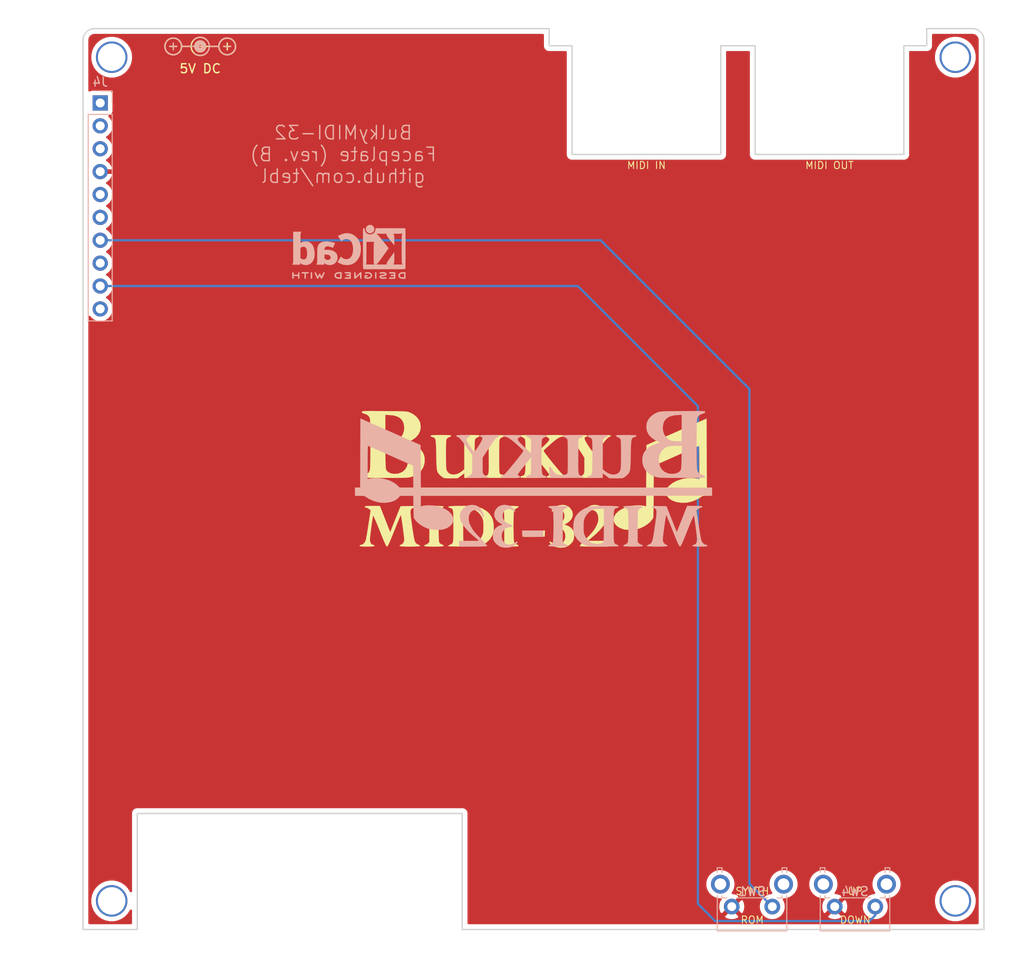
<source format=kicad_pcb>
(kicad_pcb (version 20171130) (host pcbnew "(5.1.8)-1")

  (general
    (thickness 1.6)
    (drawings 30)
    (tracks 11)
    (zones 0)
    (modules 11)
    (nets 4)
  )

  (page A4)
  (layers
    (0 F.Cu signal)
    (31 B.Cu signal)
    (32 B.Adhes user)
    (33 F.Adhes user)
    (34 B.Paste user)
    (35 F.Paste user)
    (36 B.SilkS user)
    (37 F.SilkS user)
    (38 B.Mask user)
    (39 F.Mask user)
    (40 Dwgs.User user)
    (41 Cmts.User user)
    (42 Eco1.User user)
    (43 Eco2.User user)
    (44 Edge.Cuts user)
    (45 Margin user)
    (46 B.CrtYd user)
    (47 F.CrtYd user)
    (48 B.Fab user)
    (49 F.Fab user)
  )

  (setup
    (last_trace_width 0.25)
    (user_trace_width 0.381)
    (trace_clearance 0.2)
    (zone_clearance 0.508)
    (zone_45_only no)
    (trace_min 0.2)
    (via_size 0.6)
    (via_drill 0.4)
    (via_min_size 0.4)
    (via_min_drill 0.3)
    (user_via 1 0.4)
    (uvia_size 0.3)
    (uvia_drill 0.1)
    (uvias_allowed no)
    (uvia_min_size 0.2)
    (uvia_min_drill 0.1)
    (edge_width 0.15)
    (segment_width 0.2)
    (pcb_text_width 0.3)
    (pcb_text_size 1.5 1.5)
    (mod_edge_width 0.15)
    (mod_text_size 1 1)
    (mod_text_width 0.15)
    (pad_size 1.524 1.524)
    (pad_drill 0.762)
    (pad_to_mask_clearance 0)
    (aux_axis_origin 0 0)
    (visible_elements 7FFFFFFF)
    (pcbplotparams
      (layerselection 0x011fc_ffffffff)
      (usegerberextensions true)
      (usegerberattributes false)
      (usegerberadvancedattributes false)
      (creategerberjobfile false)
      (excludeedgelayer true)
      (linewidth 0.100000)
      (plotframeref false)
      (viasonmask false)
      (mode 1)
      (useauxorigin false)
      (hpglpennumber 1)
      (hpglpenspeed 20)
      (hpglpendiameter 15.000000)
      (psnegative false)
      (psa4output false)
      (plotreference true)
      (plotvalue true)
      (plotinvisibletext false)
      (padsonsilk false)
      (subtractmaskfromsilk false)
      (outputformat 1)
      (mirror false)
      (drillshape 0)
      (scaleselection 1)
      (outputdirectory "export/"))
  )

  (net 0 "")
  (net 1 GND)
  (net 2 SW_SYNTH)
  (net 3 SW_UP)

  (net_class Default "This is the default net class."
    (clearance 0.2)
    (trace_width 0.25)
    (via_dia 0.6)
    (via_drill 0.4)
    (uvia_dia 0.3)
    (uvia_drill 0.1)
    (add_net GND)
    (add_net SW_SYNTH)
    (add_net SW_UP)
  )

  (net_class Power ""
    (clearance 0.381)
    (trace_width 0.381)
    (via_dia 1)
    (via_drill 0.4)
    (uvia_dia 0.3)
    (uvia_drill 0.1)
  )

  (module artwork:BulkyMIDI-32 locked (layer B.Cu) (tedit 0) (tstamp 6201EE61)
    (at 120.18 104.61 180)
    (fp_text reference G*** (at 0 0) (layer B.SilkS) hide
      (effects (font (size 1.524 1.524) (thickness 0.3)) (justify mirror))
    )
    (fp_text value LOGO (at 0.75 0) (layer B.SilkS) hide
      (effects (font (size 1.524 1.524) (thickness 0.3)) (justify mirror))
    )
    (fp_poly (pts (xy 8.13903 4.887112) (xy 8.360051 4.878329) (xy 8.492992 4.860721) (xy 8.55728 4.831861)
      (xy 8.5725 4.79425) (xy 8.524169 4.710008) (xy 8.482122 4.699) (xy 8.362249 4.659231)
      (xy 8.205901 4.535573) (xy 8.007133 4.321503) (xy 7.76 4.010497) (xy 7.458559 3.596033)
      (xy 7.396069 3.507073) (xy 6.7945 2.646762) (xy 6.7945 1.637995) (xy 6.795204 1.258666)
      (xy 6.799222 0.984999) (xy 6.809408 0.795658) (xy 6.828618 0.669307) (xy 6.859708 0.584609)
      (xy 6.905533 0.520227) (xy 6.950363 0.473364) (xy 7.093521 0.366085) (xy 7.228942 0.317723)
      (xy 7.236113 0.3175) (xy 7.341805 0.27847) (xy 7.366 0.22225) (xy 7.349923 0.187831)
      (xy 7.290853 0.162638) (xy 7.172527 0.145317) (xy 6.978686 0.134512) (xy 6.693068 0.128869)
      (xy 6.299412 0.127032) (xy 6.223 0.127) (xy 5.809967 0.12834) (xy 5.507654 0.133263)
      (xy 5.2998 0.143123) (xy 5.170142 0.159277) (xy 5.102421 0.183078) (xy 5.080375 0.215883)
      (xy 5.08 0.22225) (xy 5.133223 0.299758) (xy 5.209886 0.3175) (xy 5.34234 0.360555)
      (xy 5.487112 0.465025) (xy 5.495636 0.473364) (xy 5.558019 0.541527) (xy 5.601066 0.615232)
      (xy 5.628358 0.718031) (xy 5.643472 0.873478) (xy 5.649989 1.105125) (xy 5.651486 1.436524)
      (xy 5.6515 1.499033) (xy 5.6515 2.368838) (xy 4.97609 3.409122) (xy 4.698464 3.830512)
      (xy 4.474941 4.153643) (xy 4.295654 4.389967) (xy 4.150737 4.550939) (xy 4.030325 4.64801)
      (xy 3.92455 4.692634) (xy 3.864936 4.699) (xy 3.766771 4.741123) (xy 3.7465 4.79425)
      (xy 3.762747 4.829099) (xy 3.822471 4.854475) (xy 3.942142 4.87179) (xy 4.138232 4.882458)
      (xy 4.427212 4.887889) (xy 4.825554 4.889495) (xy 4.85775 4.8895) (xy 5.267062 4.887936)
      (xy 5.565396 4.882372) (xy 5.768741 4.871501) (xy 5.89309 4.854015) (xy 5.954434 4.828608)
      (xy 5.969 4.798667) (xy 5.914946 4.719972) (xy 5.826125 4.687542) (xy 5.710624 4.643326)
      (xy 5.666115 4.546787) (xy 5.695245 4.388134) (xy 5.800663 4.157575) (xy 5.985016 3.845317)
      (xy 6.103604 3.66159) (xy 6.295263 3.37579) (xy 6.432862 3.185714) (xy 6.5279 3.078313)
      (xy 6.591878 3.040542) (xy 6.635372 3.05834) (xy 6.753302 3.203994) (xy 6.898529 3.409727)
      (xy 7.053745 3.647431) (xy 7.201642 3.888998) (xy 7.32491 4.106321) (xy 7.406241 4.271292)
      (xy 7.4295 4.347929) (xy 7.382921 4.496786) (xy 7.272365 4.630058) (xy 7.141604 4.697629)
      (xy 7.122874 4.699001) (xy 7.056965 4.750251) (xy 7.0485 4.79425) (xy 7.067605 4.835317)
      (xy 7.137873 4.862944) (xy 7.278733 4.879562) (xy 7.509614 4.887598) (xy 7.8105 4.8895)
      (xy 8.13903 4.887112)) (layer B.SilkS) (width 0.01))
    (fp_poly (pts (xy 2.736097 4.887923) (xy 3.012875 4.882119) (xy 3.196983 4.87048) (xy 3.305575 4.851398)
      (xy 3.355804 4.823265) (xy 3.3655 4.79425) (xy 3.310186 4.717713) (xy 3.204639 4.699)
      (xy 3.064929 4.684486) (xy 2.912518 4.635613) (xy 2.736484 4.544382) (xy 2.525901 4.402796)
      (xy 2.269848 4.202858) (xy 1.957401 3.936571) (xy 1.577638 3.595937) (xy 1.119634 3.172958)
      (xy 1.11709 3.170586) (xy 1.12903 3.111063) (xy 1.212093 2.973323) (xy 1.368433 2.754558)
      (xy 1.600203 2.451957) (xy 1.909559 2.06271) (xy 2.298652 1.584007) (xy 2.769638 1.013038)
      (xy 2.78443 0.995207) (xy 3.037825 0.70707) (xy 3.258108 0.490735) (xy 3.429433 0.36135)
      (xy 3.467055 0.342524) (xy 3.611778 0.273715) (xy 3.671564 0.220515) (xy 3.639118 0.181167)
      (xy 3.507144 0.153914) (xy 3.268349 0.137001) (xy 2.915435 0.128671) (xy 2.57175 0.127)
      (xy 2.150252 0.129156) (xy 1.842163 0.136274) (xy 1.63395 0.149331) (xy 1.512085 0.169303)
      (xy 1.463037 0.197167) (xy 1.4605 0.207193) (xy 1.512024 0.292712) (xy 1.599267 0.350068)
      (xy 1.715539 0.423612) (xy 1.758416 0.477448) (xy 1.726594 0.544745) (xy 1.625865 0.693601)
      (xy 1.468257 0.907705) (xy 1.265799 1.170746) (xy 1.030518 1.466412) (xy 1.014653 1.486029)
      (xy 0.250508 2.429912) (xy 0.28575 0.53975) (xy 0.553323 0.41275) (xy 0.725768 0.323625)
      (xy 0.816917 0.254611) (xy 0.81945 0.203307) (xy 0.726045 0.16731) (xy 0.529382 0.144218)
      (xy 0.222139 0.131629) (xy -0.203005 0.12714) (xy -0.3175 0.127) (xy -0.733768 0.128533)
      (xy -1.038775 0.133956) (xy -1.248234 0.144509) (xy -1.377858 0.161434) (xy -1.443358 0.18597)
      (xy -1.4605 0.217205) (xy -1.405515 0.292536) (xy -1.272968 0.348588) (xy -1.270079 0.349233)
      (xy -1.166135 0.375651) (xy -1.083042 0.41319) (xy -1.018468 0.475153) (xy -0.970078 0.574843)
      (xy -0.935542 0.725562) (xy -0.912527 0.940612) (xy -0.898698 1.233296) (xy -0.891725 1.616915)
      (xy -0.889274 2.104773) (xy -0.889 2.52238) (xy -0.889391 3.058343) (xy -0.891172 3.481789)
      (xy -0.895259 3.807199) (xy -0.902567 4.049056) (xy -0.914011 4.22184) (xy -0.930506 4.340035)
      (xy -0.952966 4.418121) (xy -0.982307 4.47058) (xy -1.014385 4.506885) (xy -1.17054 4.618766)
      (xy -1.300135 4.672519) (xy -1.420051 4.732468) (xy -1.4605 4.801134) (xy -1.439639 4.833434)
      (xy -1.366759 4.857111) (xy -1.226421 4.873359) (xy -1.003184 4.883373) (xy -0.681605 4.888345)
      (xy -0.3175 4.8895) (xy 0.106913 4.887576) (xy 0.418537 4.881119) (xy 0.631534 4.869109)
      (xy 0.760067 4.850524) (xy 0.818298 4.82434) (xy 0.8255 4.807007) (xy 0.771497 4.733722)
      (xy 0.63813 4.65778) (xy 0.603292 4.644162) (xy 0.437092 4.558348) (xy 0.323435 4.454322)
      (xy 0.315524 4.441308) (xy 0.289339 4.326284) (xy 0.272068 4.112373) (xy 0.26527 3.827479)
      (xy 0.267856 3.589193) (xy 0.28575 2.859579) (xy 1.035192 3.565429) (xy 1.345859 3.863549)
      (xy 1.565964 4.092189) (xy 1.701605 4.264245) (xy 1.758882 4.392612) (xy 1.743893 4.490187)
      (xy 1.662737 4.569864) (xy 1.541249 4.6355) (xy 1.404467 4.719148) (xy 1.336481 4.80004)
      (xy 1.334874 4.810125) (xy 1.366088 4.84157) (xy 1.470038 4.864167) (xy 1.660301 4.878979)
      (xy 1.950458 4.88707) (xy 2.3495 4.8895) (xy 2.736097 4.887923)) (layer B.SilkS) (width 0.01))
    (fp_poly (pts (xy -3.963716 4.887888) (xy -3.657459 4.882253) (xy -3.447288 4.871404) (xy -3.317762 4.854145)
      (xy -3.253441 4.829284) (xy -3.2385 4.801134) (xy -3.292675 4.72146) (xy -3.398866 4.672519)
      (xy -3.569201 4.595152) (xy -3.684616 4.506885) (xy -3.720644 4.465094) (xy -3.749032 4.4104)
      (xy -3.770685 4.328369) (xy -3.786512 4.204563) (xy -3.797419 4.024548) (xy -3.804314 3.773888)
      (xy -3.808104 3.438148) (xy -3.809697 3.002891) (xy -3.81 2.511851) (xy -3.809806 1.976091)
      (xy -3.808541 1.553098) (xy -3.805185 1.22864) (xy -3.798719 0.988484) (xy -3.788121 0.818397)
      (xy -3.772372 0.704147) (xy -3.75045 0.631501) (xy -3.721336 0.586226) (xy -3.68401 0.55409)
      (xy -3.668871 0.543351) (xy -3.49875 0.478762) (xy -3.252004 0.448471) (xy -2.974368 0.452767)
      (xy -2.711578 0.491933) (xy -2.569791 0.536477) (xy -2.385607 0.658174) (xy -2.198944 0.877604)
      (xy -2.111456 1.009856) (xy -1.948978 1.250766) (xy -1.833339 1.37458) (xy -1.761377 1.380941)
      (xy -1.729925 1.269494) (xy -1.73582 1.039884) (xy -1.742319 0.968375) (xy -1.770025 0.712117)
      (xy -1.799272 0.476231) (xy -1.820284 0.333375) (xy -1.855634 0.127) (xy -3.690067 0.127)
      (xy -4.230679 0.127833) (xy -4.656964 0.130744) (xy -4.981589 0.136357) (xy -5.217221 0.145296)
      (xy -5.376524 0.158182) (xy -5.472164 0.175639) (xy -5.516808 0.198289) (xy -5.5245 0.217205)
      (xy -5.469636 0.293372) (xy -5.340585 0.347804) (xy -5.234537 0.372842) (xy -5.149746 0.40519)
      (xy -5.08397 0.458073) (xy -5.034967 0.544713) (xy -5.000496 0.678336) (xy -4.978314 0.872164)
      (xy -4.966181 1.139422) (xy -4.961853 1.493333) (xy -4.963091 1.947122) (xy -4.967651 2.514012)
      (xy -4.96793 2.546046) (xy -4.98475 4.47675) (xy -5.252324 4.60375) (xy -5.424769 4.692876)
      (xy -5.515918 4.76189) (xy -5.518451 4.813194) (xy -5.425046 4.849191) (xy -5.228383 4.872283)
      (xy -4.92114 4.884872) (xy -4.495996 4.889361) (xy -4.3815 4.8895) (xy -3.963716 4.887888)) (layer B.SilkS) (width 0.01))
    (fp_poly (pts (xy -17.498605 7.550458) (xy -16.939835 7.546588) (xy -16.557625 7.543618) (xy -15.929063 7.53849)
      (xy -15.413977 7.533453) (xy -14.998846 7.527698) (xy -14.67015 7.520414) (xy -14.414369 7.510793)
      (xy -14.217981 7.498025) (xy -14.067466 7.4813) (xy -13.949303 7.45981) (xy -13.849972 7.432744)
      (xy -13.755952 7.399293) (xy -13.686219 7.37171) (xy -13.308529 7.170945) (xy -12.982798 6.902956)
      (xy -12.733104 6.592462) (xy -12.583524 6.264185) (xy -12.574844 6.230686) (xy -12.521012 5.767746)
      (xy -12.587613 5.34079) (xy -12.771894 4.954913) (xy -13.071102 4.615211) (xy -13.482483 4.326778)
      (xy -13.650666 4.239738) (xy -14.06525 4.041391) (xy -13.7795 3.967775) (xy -13.272329 3.790973)
      (xy -12.835359 3.54511) (xy -12.486167 3.242431) (xy -12.243858 2.898179) (xy -12.163074 2.684349)
      (xy -12.100699 2.42059) (xy -12.081226 2.278463) (xy -12.093888 1.783217) (xy -12.221398 1.335321)
      (xy -12.457663 0.943369) (xy -12.79659 0.615957) (xy -13.232083 0.361679) (xy -13.516314 0.254293)
      (xy -13.624474 0.222387) (xy -13.736018 0.196285) (xy -13.864427 0.175408) (xy -14.023185 0.159178)
      (xy -14.225776 0.147016) (xy -14.485683 0.138346) (xy -14.816389 0.132588) (xy -15.231377 0.129164)
      (xy -15.74413 0.127497) (xy -16.368132 0.127008) (xy -16.484939 0.127) (xy -17.122984 0.127216)
      (xy -17.645535 0.128217) (xy -18.064097 0.130537) (xy -18.390175 0.134709) (xy -18.635275 0.141264)
      (xy -18.810902 0.150735) (xy -18.928562 0.163656) (xy -18.999761 0.180558) (xy -19.036002 0.201975)
      (xy -19.048793 0.228439) (xy -19.05 0.245748) (xy -19.008265 0.337541) (xy -18.869388 0.411593)
      (xy -18.768705 0.443253) (xy -18.476279 0.562406) (xy -18.283233 0.737915) (xy -18.167044 0.990523)
      (xy -18.164454 0.999712) (xy -18.147644 1.125262) (xy -18.13325 1.360884) (xy -18.12127 1.689673)
      (xy -18.111699 2.094724) (xy -18.104537 2.559132) (xy -18.099781 3.065991) (xy -18.097429 3.598397)
      (xy -18.097436 3.683) (xy -16.457789 3.683) (xy -16.43627 2.385779) (xy -16.428094 1.944254)
      (xy -16.418922 1.611129) (xy -16.406809 1.367808) (xy -16.389808 1.195695) (xy -16.365975 1.076195)
      (xy -16.333362 0.990711) (xy -16.290026 0.920647) (xy -16.281803 0.909404) (xy -16.078636 0.73445)
      (xy -15.791 0.620271) (xy -15.449019 0.572892) (xy -15.082817 0.598339) (xy -14.915031 0.636019)
      (xy -14.538606 0.800138) (xy -14.246885 1.057009) (xy -14.043977 1.40123) (xy -13.933994 1.827399)
      (xy -13.921908 1.940945) (xy -13.922642 2.379761) (xy -14.008545 2.743799) (xy -14.18835 3.059704)
      (xy -14.347763 3.240044) (xy -14.55243 3.419713) (xy -14.764263 3.545206) (xy -15.011653 3.625131)
      (xy -15.32299 3.668098) (xy -15.726668 3.682715) (xy -15.808637 3.683) (xy -16.457789 3.683)
      (xy -18.097436 3.683) (xy -18.097478 4.139446) (xy -18.097714 4.191) (xy -16.4465 4.191)
      (xy -15.986125 4.191355) (xy -15.715571 4.201127) (xy -15.459263 4.226319) (xy -15.283131 4.25908)
      (xy -14.957821 4.412358) (xy -14.689253 4.664747) (xy -14.490694 4.996031) (xy -14.37541 5.385994)
      (xy -14.351355 5.678901) (xy -14.399779 6.116514) (xy -14.544448 6.472804) (xy -14.786421 6.74875)
      (xy -15.126761 6.945329) (xy -15.566526 7.06352) (xy -15.889746 7.097871) (xy -16.4465 7.129616)
      (xy -16.4465 4.191) (xy -18.097714 4.191) (xy -18.099926 4.67223) (xy -18.10477 5.179847)
      (xy -18.112009 5.64539) (xy -18.121639 6.051955) (xy -18.133659 6.382637) (xy -18.148066 6.62053)
      (xy -18.164858 6.74873) (xy -18.165251 6.750179) (xy -18.295136 6.989741) (xy -18.526464 7.16983)
      (xy -18.842474 7.277415) (xy -18.843625 7.277633) (xy -18.99816 7.332706) (xy -19.049675 7.428702)
      (xy -19.05 7.43996) (xy -19.046437 7.470992) (xy -19.02795 7.4962) (xy -18.982849 7.516071)
      (xy -18.899443 7.531092) (xy -18.766038 7.541749) (xy -18.570944 7.548528) (xy -18.302468 7.551915)
      (xy -17.948919 7.552396) (xy -17.498605 7.550458)) (layer B.SilkS) (width 0.01))
    (fp_poly (pts (xy -6.694216 4.887888) (xy -6.387959 4.882253) (xy -6.177788 4.871404) (xy -6.048262 4.854145)
      (xy -5.983941 4.829284) (xy -5.969 4.801134) (xy -6.023175 4.72146) (xy -6.129366 4.672519)
      (xy -6.299701 4.595152) (xy -6.415116 4.506885) (xy -6.450925 4.465377) (xy -6.47919 4.411057)
      (xy -6.500801 4.329599) (xy -6.516646 4.206678) (xy -6.527615 4.027969) (xy -6.534595 3.779145)
      (xy -6.538477 3.445881) (xy -6.540149 3.013852) (xy -6.5405 2.486342) (xy -6.540337 1.924371)
      (xy -6.538174 1.475864) (xy -6.531498 1.127285) (xy -6.517799 0.8651) (xy -6.494565 0.675773)
      (xy -6.459286 0.545768) (xy -6.40945 0.461552) (xy -6.342544 0.409588) (xy -6.256059 0.37634)
      (xy -6.147483 0.348275) (xy -6.143625 0.347314) (xy -6.017186 0.288187) (xy -5.969 0.215367)
      (xy -5.992203 0.178685) (xy -6.073385 0.153298) (xy -6.229913 0.137415) (xy -6.47915 0.129246)
      (xy -6.82625 0.127) (xy -7.6835 0.127) (xy -7.6835 0.639115) (xy -8.043425 0.367183)
      (xy -8.40335 0.09525) (xy -9.10705 0.080703) (xy -9.409513 0.080544) (xy -9.678665 0.091463)
      (xy -9.880745 0.111458) (xy -9.9695 0.131823) (xy -10.114663 0.217093) (xy -10.286142 0.351136)
      (xy -10.340043 0.400371) (xy -10.460306 0.51825) (xy -10.555377 0.626206) (xy -10.62854 0.740669)
      (xy -10.683079 0.878068) (xy -10.722278 1.054831) (xy -10.749422 1.287389) (xy -10.767795 1.59217)
      (xy -10.780682 1.985604) (xy -10.791365 2.48412) (xy -10.795 2.676255) (xy -10.805908 3.217276)
      (xy -10.818153 3.645364) (xy -10.834916 3.974571) (xy -10.859379 4.218951) (xy -10.894725 4.392556)
      (xy -10.944133 4.509439) (xy -11.010787 4.583654) (xy -11.097866 4.629253) (xy -11.208554 4.66029)
      (xy -11.246085 4.668697) (xy -11.37681 4.724318) (xy -11.43 4.799296) (xy -11.410587 4.832147)
      (xy -11.341872 4.856218) (xy -11.208142 4.872749) (xy -10.993686 4.882978) (xy -10.682792 4.888148)
      (xy -10.287 4.8895) (xy -9.869216 4.887888) (xy -9.562959 4.882253) (xy -9.352788 4.871404)
      (xy -9.223262 4.854145) (xy -9.158941 4.829284) (xy -9.144 4.801134) (xy -9.198175 4.72146)
      (xy -9.304366 4.672519) (xy -9.474701 4.595152) (xy -9.590116 4.506885) (xy -9.628486 4.462041)
      (xy -9.658132 4.403298) (xy -9.680172 4.315021) (xy -9.695727 4.181578) (xy -9.705916 3.987334)
      (xy -9.711858 3.716656) (xy -9.714673 3.35391) (xy -9.715481 2.883463) (xy -9.7155 2.755972)
      (xy -9.714407 2.241896) (xy -9.710524 1.838741) (xy -9.702947 1.530446) (xy -9.690773 1.300946)
      (xy -9.673096 1.134178) (xy -9.649013 1.014079) (xy -9.617619 0.924584) (xy -9.611688 0.911675)
      (xy -9.440626 0.684686) (xy -9.198359 0.545325) (xy -8.905885 0.493892) (xy -8.584209 0.530682)
      (xy -8.25433 0.655995) (xy -7.937251 0.870129) (xy -7.917007 0.887635) (xy -7.6835 1.092657)
      (xy -7.6835 2.737079) (xy -7.683989 3.238189) (xy -7.686189 3.627831) (xy -7.691201 3.921536)
      (xy -7.700124 4.134832) (xy -7.714059 4.283252) (xy -7.734107 4.382324) (xy -7.761366 4.44758)
      (xy -7.796939 4.494549) (xy -7.808885 4.506885) (xy -7.96504 4.618766) (xy -8.094635 4.672519)
      (xy -8.214551 4.732468) (xy -8.255 4.801134) (xy -8.234139 4.833434) (xy -8.161259 4.857111)
      (xy -8.020921 4.873359) (xy -7.797684 4.883373) (xy -7.476105 4.888345) (xy -7.112 4.8895)
      (xy -6.694216 4.887888)) (layer B.SilkS) (width 0.01))
    (fp_poly (pts (xy 19.225116 2.880962) (xy 19.241483 -0.9525) (xy 19.812 -0.9525) (xy 19.812 -1.8415)
      (xy 19.299763 -1.8415) (xy 19.029429 -1.846526) (xy 18.847433 -1.867169) (xy 18.715319 -1.911776)
      (xy 18.594632 -1.988694) (xy 18.583762 -1.996918) (xy 18.236292 -2.213871) (xy 17.813414 -2.404496)
      (xy 17.366602 -2.547991) (xy 17.069343 -2.608933) (xy 16.480995 -2.639883) (xy 15.909634 -2.561499)
      (xy 15.479688 -2.419788) (xy 15.288561 -2.316519) (xy 15.101166 -2.181975) (xy 14.949658 -2.043275)
      (xy 14.866197 -1.927539) (xy 14.859 -1.89634) (xy 14.799607 -1.875121) (xy 14.637829 -1.857722)
      (xy 14.398263 -1.845922) (xy 14.105507 -1.841501) (xy 14.100773 -1.8415) (xy 13.342547 -1.8415)
      (xy 13.322898 -3.063875) (xy 13.30325 -4.28625) (xy 13.119735 -4.556807) (xy 12.907433 -4.797064)
      (xy 12.604957 -5.042059) (xy 12.245923 -5.268152) (xy 11.863944 -5.451701) (xy 11.825956 -5.466737)
      (xy 11.539542 -5.546201) (xy 11.176021 -5.602402) (xy 10.781807 -5.632293) (xy 10.403315 -5.632828)
      (xy 10.086958 -5.60096) (xy 10.015061 -5.585622) (xy 9.611986 -5.441917) (xy 9.284945 -5.237694)
      (xy 9.047815 -4.986225) (xy 8.914471 -4.70078) (xy 8.89 -4.509613) (xy 8.951692 -4.18186)
      (xy 9.130207 -3.871743) (xy 9.415704 -3.587672) (xy 9.79834 -3.33806) (xy 10.268276 -3.131317)
      (xy 10.633716 -3.019242) (xy 10.911069 -2.968022) (xy 11.250529 -2.935572) (xy 11.609802 -2.922886)
      (xy 11.946596 -2.930955) (xy 12.218615 -2.960771) (xy 12.303544 -2.980067) (xy 12.5095 -3.039134)
      (xy 12.5095 -1.8415) (xy -19.812 -1.8415) (xy -19.812 -0.9525) (xy 12.507954 -0.9525)
      (xy 13.332257 -0.9525) (xy 14.859 -0.9525) (xy 15.106794 -0.704705) (xy 15.465315 -0.423141)
      (xy 15.914584 -0.191299) (xy 16.424864 -0.018749) (xy 16.966418 0.084937) (xy 17.509507 0.110188)
      (xy 17.62125 0.104611) (xy 17.881423 0.082901) (xy 18.107246 0.05695) (xy 18.25638 0.031766)
      (xy 18.272125 0.027609) (xy 18.415 -0.014812) (xy 18.415 1.834094) (xy 18.413432 2.303801)
      (xy 18.409 2.729406) (xy 18.402108 3.09518) (xy 18.393164 3.385395) (xy 18.382571 3.584322)
      (xy 18.370736 3.676235) (xy 18.367375 3.680663) (xy 18.301046 3.655165) (xy 18.130926 3.583241)
      (xy 17.869202 3.470218) (xy 17.52806 3.321421) (xy 17.119687 3.142177) (xy 16.656269 2.937813)
      (xy 16.149992 2.713654) (xy 15.84325 2.577441) (xy 13.36675 1.476558) (xy 13.349503 0.262029)
      (xy 13.332257 -0.9525) (xy 12.507954 -0.9525) (xy 12.54125 3.777568) (xy 19.20875 6.714424)
      (xy 19.225116 2.880962)) (layer B.SilkS) (width 0.01))
    (fp_poly (pts (xy 1.23825 -6.38175) (xy -1.0795 -6.416364) (xy -1.0795 -5.715) (xy 1.276636 -5.715)
      (xy 1.23825 -6.38175)) (layer B.SilkS) (width 0.01))
    (fp_poly (pts (xy 7.203418 -2.917091) (xy 7.556012 -3.070997) (xy 7.834796 -3.302111) (xy 8.059858 -3.624677)
      (xy 8.169053 -3.96806) (xy 8.16147 -4.334508) (xy 8.036202 -4.726269) (xy 7.79234 -5.145592)
      (xy 7.428974 -5.594724) (xy 6.945195 -6.075915) (xy 6.586731 -6.389369) (xy 6.028184 -6.858)
      (xy 8.255 -6.858) (xy 8.255 -7.493) (xy 6.69925 -7.493) (xy 6.191329 -7.491552)
      (xy 5.798679 -7.486812) (xy 5.5096 -7.478183) (xy 5.312392 -7.465067) (xy 5.195354 -7.446867)
      (xy 5.146787 -7.422986) (xy 5.143791 -7.413625) (xy 5.18655 -7.344533) (xy 5.304965 -7.20216)
      (xy 5.484543 -7.002677) (xy 5.710791 -6.762256) (xy 5.926298 -6.5405) (xy 6.236491 -6.220693)
      (xy 6.471183 -5.964566) (xy 6.648235 -5.749705) (xy 6.78551 -5.553696) (xy 6.900872 -5.354126)
      (xy 6.95259 -5.25275) (xy 7.083453 -4.968832) (xy 7.158812 -4.746222) (xy 7.191646 -4.539272)
      (xy 7.196338 -4.3955) (xy 7.152988 -4.03276) (xy 7.030727 -3.746436) (xy 6.84017 -3.548059)
      (xy 6.591929 -3.449162) (xy 6.330165 -3.454325) (xy 6.120352 -3.545244) (xy 5.912981 -3.717206)
      (xy 5.74875 -3.930154) (xy 5.677283 -4.096914) (xy 5.620141 -4.22878) (xy 5.56197 -4.239394)
      (xy 5.526905 -4.131985) (xy 5.5245 -4.076467) (xy 5.569611 -3.841821) (xy 5.687642 -3.573034)
      (xy 5.852637 -3.315671) (xy 6.03864 -3.115296) (xy 6.096911 -3.071609) (xy 6.44455 -2.913508)
      (xy 6.823158 -2.863298) (xy 7.203418 -2.917091)) (layer B.SilkS) (width 0.01))
    (fp_poly (pts (xy -2.319219 -2.986575) (xy -2.020415 -2.993537) (xy -1.819624 -3.006492) (xy -1.702379 -3.026546)
      (xy -1.654215 -3.054803) (xy -1.651 -3.066993) (xy -1.704941 -3.140805) (xy -1.837741 -3.216218)
      (xy -1.867782 -3.227876) (xy -2.061614 -3.347079) (xy -2.153532 -3.504108) (xy -2.177354 -3.637512)
      (xy -2.196244 -3.872381) (xy -2.210274 -4.187148) (xy -2.219519 -4.560248) (xy -2.224052 -4.970114)
      (xy -2.223948 -5.395182) (xy -2.219281 -5.813885) (xy -2.210125 -6.204656) (xy -2.196553 -6.545931)
      (xy -2.17864 -6.816143) (xy -2.156459 -6.993727) (xy -2.141384 -7.046354) (xy -2.021068 -7.178226)
      (xy -1.85657 -7.261915) (xy -1.717322 -7.324743) (xy -1.651743 -7.3994) (xy -1.651 -7.406935)
      (xy -1.674332 -7.439378) (xy -1.754582 -7.462925) (xy -1.907133 -7.478803) (xy -2.147366 -7.488239)
      (xy -2.490664 -7.492458) (xy -2.7305 -7.493) (xy -3.130501 -7.49155) (xy -3.420215 -7.486219)
      (xy -3.616331 -7.475535) (xy -3.735539 -7.458025) (xy -3.794529 -7.432216) (xy -3.81 -7.39775)
      (xy -3.756777 -7.320242) (xy -3.680114 -7.3025) (xy -3.54766 -7.259445) (xy -3.402888 -7.154975)
      (xy -3.394364 -7.146636) (xy -3.2385 -6.990772) (xy -3.2385 -5.30927) (xy -3.240708 -4.851781)
      (xy -3.246926 -4.429615) (xy -3.256548 -4.061416) (xy -3.268966 -3.765832) (xy -3.283573 -3.561507)
      (xy -3.298367 -3.470308) (xy -3.412459 -3.325966) (xy -3.584117 -3.231167) (xy -3.73032 -3.158563)
      (xy -3.806763 -3.082079) (xy -3.81 -3.066993) (xy -3.782845 -3.035564) (xy -3.691735 -3.01273)
      (xy -3.522205 -2.997385) (xy -3.259788 -2.988426) (xy -2.89002 -2.984745) (xy -2.7305 -2.9845)
      (xy -2.319219 -2.986575)) (layer B.SilkS) (width 0.01))
    (fp_poly (pts (xy -7.505535 -2.982695) (xy -7.121606 -2.994923) (xy -6.771974 -3.013263) (xy -6.476779 -3.037658)
      (xy -6.256163 -3.068055) (xy -6.193471 -3.081839) (xy -5.646244 -3.282175) (xy -5.183178 -3.575405)
      (xy -4.919481 -3.82538) (xy -4.682472 -4.141005) (xy -4.52602 -4.48368) (xy -4.440399 -4.883158)
      (xy -4.415863 -5.36575) (xy -4.423027 -5.667551) (xy -4.447065 -5.888577) (xy -4.496693 -6.074793)
      (xy -4.580629 -6.272162) (xy -4.592437 -6.296746) (xy -4.862885 -6.711541) (xy -5.236344 -7.055308)
      (xy -5.64388 -7.293917) (xy -5.752573 -7.34359) (xy -5.85297 -7.382495) (xy -5.962049 -7.412153)
      (xy -6.096791 -7.434084) (xy -6.274175 -7.449809) (xy -6.511181 -7.46085) (xy -6.824788 -7.468726)
      (xy -7.231977 -7.474958) (xy -7.731125 -7.480857) (xy -8.303419 -7.485421) (xy -8.754435 -7.484622)
      (xy -9.089789 -7.478299) (xy -9.315098 -7.466293) (xy -9.435975 -7.448444) (xy -9.4615 -7.43166)
      (xy -9.408592 -7.362311) (xy -9.286992 -7.296508) (xy -9.174329 -7.253307) (xy -9.085273 -7.20947)
      (xy -9.017051 -7.150627) (xy -8.966892 -7.062407) (xy -8.932021 -6.93044) (xy -8.909668 -6.740356)
      (xy -8.89706 -6.477783) (xy -8.891424 -6.128351) (xy -8.889988 -5.67769) (xy -8.89 -5.23875)
      (xy -8.890242 -4.692976) (xy -8.892778 -4.260262) (xy -8.90033 -3.926668) (xy -8.915618 -3.678252)
      (xy -8.941361 -3.501077) (xy -8.98028 -3.381201) (xy -9.035094 -3.304685) (xy -9.03928 -3.302)
      (xy -7.8105 -3.302) (xy -7.8105 -5.135724) (xy -7.809724 -5.675878) (xy -7.806924 -6.102766)
      (xy -7.801394 -6.430117) (xy -7.792428 -6.671659) (xy -7.779318 -6.84112) (xy -7.761359 -6.952227)
      (xy -7.737845 -7.01871) (xy -7.711923 -7.051261) (xy -7.565697 -7.12427) (xy -7.352841 -7.180532)
      (xy -7.133672 -7.206969) (xy -7.01675 -7.202017) (xy -6.866679 -7.178813) (xy -6.675333 -7.148634)
      (xy -6.663167 -7.146696) (xy -6.360291 -7.038965) (xy -6.07409 -6.827195) (xy -5.831303 -6.533949)
      (xy -5.733972 -6.362659) (xy -5.654112 -6.188814) (xy -5.602439 -6.034138) (xy -5.572924 -5.862658)
      (xy -5.55954 -5.638406) (xy -5.556258 -5.325409) (xy -5.55625 -5.30225) (xy -5.560098 -4.971479)
      (xy -5.575157 -4.731614) (xy -5.606702 -4.546703) (xy -5.660008 -4.38079) (xy -5.707974 -4.267982)
      (xy -5.898311 -3.954644) (xy -6.156877 -3.676375) (xy -6.448646 -3.466131) (xy -6.655235 -3.376677)
      (xy -6.850082 -3.338025) (xy -7.111893 -3.311042) (xy -7.357493 -3.302) (xy -7.8105 -3.302)
      (xy -9.03928 -3.302) (xy -9.108524 -3.257588) (xy -9.203291 -3.225971) (xy -9.286875 -3.204813)
      (xy -9.413315 -3.145686) (xy -9.4615 -3.072866) (xy -9.401442 -3.040765) (xy -9.234693 -3.015163)
      (xy -8.981396 -2.996004) (xy -8.661691 -2.983233) (xy -8.295718 -2.976795) (xy -7.903619 -2.976634)
      (xy -7.505535 -2.982695)) (layer B.SilkS) (width 0.01))
    (fp_poly (pts (xy -10.637719 -2.986575) (xy -10.338915 -2.993537) (xy -10.138124 -3.006492) (xy -10.020879 -3.026546)
      (xy -9.972715 -3.054803) (xy -9.9695 -3.066993) (xy -10.023441 -3.140805) (xy -10.156241 -3.216218)
      (xy -10.186282 -3.227876) (xy -10.380114 -3.347079) (xy -10.472032 -3.504108) (xy -10.495854 -3.637512)
      (xy -10.514744 -3.872381) (xy -10.528774 -4.187148) (xy -10.538019 -4.560248) (xy -10.542552 -4.970114)
      (xy -10.542448 -5.395182) (xy -10.537781 -5.813885) (xy -10.528625 -6.204656) (xy -10.515053 -6.545931)
      (xy -10.49714 -6.816143) (xy -10.474959 -6.993727) (xy -10.459884 -7.046354) (xy -10.339568 -7.178226)
      (xy -10.17507 -7.261915) (xy -10.035822 -7.324743) (xy -9.970243 -7.3994) (xy -9.9695 -7.406935)
      (xy -9.992832 -7.439378) (xy -10.073082 -7.462925) (xy -10.225633 -7.478803) (xy -10.465866 -7.488239)
      (xy -10.809164 -7.492458) (xy -11.049 -7.493) (xy -11.449001 -7.49155) (xy -11.738715 -7.486219)
      (xy -11.934831 -7.475535) (xy -12.054039 -7.458025) (xy -12.113029 -7.432216) (xy -12.1285 -7.39775)
      (xy -12.075277 -7.320242) (xy -11.998614 -7.3025) (xy -11.86616 -7.259445) (xy -11.721388 -7.154975)
      (xy -11.712864 -7.146636) (xy -11.557 -6.990772) (xy -11.557 -5.30927) (xy -11.559208 -4.851781)
      (xy -11.565426 -4.429615) (xy -11.575048 -4.061416) (xy -11.587466 -3.765832) (xy -11.602073 -3.561507)
      (xy -11.616867 -3.470308) (xy -11.730959 -3.325966) (xy -11.902617 -3.231167) (xy -12.04882 -3.158563)
      (xy -12.125263 -3.082079) (xy -12.1285 -3.066993) (xy -12.101345 -3.035564) (xy -12.010235 -3.01273)
      (xy -11.840705 -2.997385) (xy -11.578288 -2.988426) (xy -11.20852 -2.984745) (xy -11.049 -2.9845)
      (xy -10.637719 -2.986575)) (layer B.SilkS) (width 0.01))
    (fp_poly (pts (xy -16.478224 -4.43803) (xy -15.907444 -5.891561) (xy -15.332368 -4.453905) (xy -14.757291 -3.01625)
      (xy -13.950896 -2.998477) (xy -13.613578 -2.992998) (xy -13.383728 -2.995355) (xy -13.241953 -3.007456)
      (xy -13.168859 -3.031211) (xy -13.145054 -3.068529) (xy -13.1445 -3.077852) (xy -13.196932 -3.158029)
      (xy -13.264466 -3.175) (xy -13.401424 -3.213581) (xy -13.527022 -3.290463) (xy -13.583673 -3.347136)
      (xy -13.624447 -3.422024) (xy -13.648783 -3.528882) (xy -13.65612 -3.681464) (xy -13.645899 -3.893526)
      (xy -13.61756 -4.178822) (xy -13.570541 -4.551106) (xy -13.504284 -5.024133) (xy -13.437888 -5.478647)
      (xy -13.363575 -5.973892) (xy -13.300684 -6.359238) (xy -13.243394 -6.650611) (xy -13.185884 -6.863934)
      (xy -13.122334 -7.015135) (xy -13.046923 -7.120137) (xy -12.953831 -7.194867) (xy -12.837237 -7.255248)
      (xy -12.779375 -7.280366) (xy -12.639787 -7.347799) (xy -12.583328 -7.40003) (xy -12.617522 -7.438766)
      (xy -12.74989 -7.465715) (xy -12.987953 -7.482584) (xy -13.339233 -7.491081) (xy -13.716 -7.493)
      (xy -14.129033 -7.49166) (xy -14.431346 -7.486737) (xy -14.6392 -7.476877) (xy -14.768858 -7.460723)
      (xy -14.836579 -7.436922) (xy -14.858625 -7.404117) (xy -14.859 -7.39775) (xy -14.807943 -7.314253)
      (xy -14.760864 -7.3025) (xy -14.607631 -7.245717) (xy -14.469437 -7.100822) (xy -14.37471 -6.905995)
      (xy -14.34929 -6.749761) (xy -14.356952 -6.612063) (xy -14.379139 -6.386247) (xy -14.412819 -6.094227)
      (xy -14.454959 -5.757917) (xy -14.502528 -5.39923) (xy -14.552492 -5.040081) (xy -14.601819 -4.702382)
      (xy -14.647476 -4.408048) (xy -14.68643 -4.178992) (xy -14.715649 -4.037128) (xy -14.729673 -4.001098)
      (xy -14.760808 -4.05792) (xy -14.832356 -4.218367) (xy -14.938245 -4.467874) (xy -15.072401 -4.791879)
      (xy -15.228751 -5.175819) (xy -15.401223 -5.605132) (xy -15.457885 -5.747348) (xy -15.66842 -6.272678)
      (xy -15.839373 -6.689114) (xy -15.975423 -7.006803) (xy -16.08125 -7.235888) (xy -16.161532 -7.386515)
      (xy -16.220948 -7.468829) (xy -16.262985 -7.493) (xy -16.306393 -7.467309) (xy -16.365948 -7.383478)
      (xy -16.4463 -7.231366) (xy -16.5521 -7.000831) (xy -16.688 -6.681734) (xy -16.858652 -6.263933)
      (xy -17.068706 -5.737289) (xy -17.071244 -5.730875) (xy -17.246671 -5.29327) (xy -17.408096 -4.901507)
      (xy -17.549601 -4.569091) (xy -17.665266 -4.309527) (xy -17.749172 -4.136322) (xy -17.7954 -4.06298)
      (xy -17.80182 -4.064) (xy -17.829275 -4.182547) (xy -17.867674 -4.40199) (xy -17.913609 -4.697037)
      (xy -17.963675 -5.042397) (xy -18.014466 -5.412779) (xy -18.062576 -5.78289) (xy -18.104598 -6.12744)
      (xy -18.137128 -6.421138) (xy -18.156757 -6.638691) (xy -18.161001 -6.731101) (xy -18.123061 -7.006439)
      (xy -18.016207 -7.199659) (xy -17.850885 -7.295096) (xy -17.78 -7.3025) (xy -17.676572 -7.342204)
      (xy -17.653 -7.39775) (xy -17.671398 -7.437419) (xy -17.739113 -7.464608) (xy -17.874932 -7.481485)
      (xy -18.09764 -7.490215) (xy -18.426023 -7.492968) (xy -18.4785 -7.493) (xy -18.822305 -7.490877)
      (xy -19.057945 -7.483063) (xy -19.204204 -7.467392) (xy -19.279869 -7.441695) (xy -19.303725 -7.403805)
      (xy -19.304 -7.39775) (xy -19.248646 -7.321238) (xy -19.142364 -7.3025) (xy -18.952538 -7.243777)
      (xy -18.778092 -7.085764) (xy -18.64543 -6.855688) (xy -18.611455 -6.754985) (xy -18.582762 -6.623259)
      (xy -18.53905 -6.386891) (xy -18.483881 -6.066876) (xy -18.42082 -5.684204) (xy -18.353431 -5.259868)
      (xy -18.31165 -4.989067) (xy -18.07984 -3.469384) (xy -18.250961 -3.322192) (xy -18.411711 -3.220837)
      (xy -18.568886 -3.175202) (xy -18.577291 -3.175) (xy -18.702315 -3.141243) (xy -18.7325 -3.07975)
      (xy -18.714266 -3.040413) (xy -18.647144 -3.013335) (xy -18.512504 -2.996406) (xy -18.291717 -2.987518)
      (xy -17.966152 -2.984564) (xy -17.890752 -2.9845) (xy -17.049003 -2.9845) (xy -16.478224 -4.43803)) (layer B.SilkS) (width 0.01))
    (fp_poly (pts (xy 3.577374 -2.909431) (xy 3.905373 -3.07234) (xy 4.084865 -3.234814) (xy 4.28365 -3.536571)
      (xy 4.364074 -3.856402) (xy 4.329643 -4.176629) (xy 4.183861 -4.479579) (xy 3.930232 -4.747575)
      (xy 3.761777 -4.864322) (xy 3.434001 -5.061395) (xy 3.682638 -5.135889) (xy 3.983532 -5.275814)
      (xy 4.24039 -5.487677) (xy 4.413265 -5.737882) (xy 4.421884 -5.75762) (xy 4.487799 -6.021574)
      (xy 4.504666 -6.338286) (xy 4.472418 -6.644241) (xy 4.422957 -6.812414) (xy 4.282028 -7.035016)
      (xy 4.063872 -7.258181) (xy 3.812207 -7.443721) (xy 3.576369 -7.55192) (xy 3.275574 -7.603898)
      (xy 2.941768 -7.612884) (xy 2.628676 -7.580363) (xy 2.415811 -7.519836) (xy 2.195845 -7.405466)
      (xy 1.996496 -7.269328) (xy 1.847714 -7.135197) (xy 1.779449 -7.026849) (xy 1.778 -7.013518)
      (xy 1.793721 -6.937537) (xy 1.855851 -6.937633) (xy 1.986844 -7.016738) (xy 2.028895 -7.046289)
      (xy 2.203494 -7.142126) (xy 2.423964 -7.228086) (xy 2.488417 -7.247109) (xy 2.685894 -7.2883)
      (xy 2.835369 -7.27688) (xy 3.006989 -7.206826) (xy 3.017371 -7.201695) (xy 3.29414 -7.008959)
      (xy 3.464706 -6.751886) (xy 3.537268 -6.434105) (xy 3.512752 -6.075561) (xy 3.383011 -5.766072)
      (xy 3.163576 -5.5237) (xy 2.869976 -5.366505) (xy 2.573578 -5.313346) (xy 2.397996 -5.292429)
      (xy 2.297245 -5.2521) (xy 2.286001 -5.231383) (xy 2.340979 -5.174178) (xy 2.484043 -5.096356)
      (xy 2.653764 -5.026423) (xy 2.887007 -4.921159) (xy 3.097196 -4.792474) (xy 3.198602 -4.707504)
      (xy 3.372462 -4.44515) (xy 3.443532 -4.149733) (xy 3.412318 -3.852845) (xy 3.279324 -3.586079)
      (xy 3.178958 -3.477538) (xy 2.935742 -3.332177) (xy 2.673042 -3.311981) (xy 2.393145 -3.416996)
      (xy 2.323791 -3.46075) (xy 2.158027 -3.569573) (xy 2.070733 -3.610593) (xy 2.03705 -3.589849)
      (xy 2.032 -3.531639) (xy 2.082936 -3.42234) (xy 2.214171 -3.280858) (xy 2.393348 -3.133635)
      (xy 2.588108 -3.007115) (xy 2.766091 -2.927742) (xy 2.77363 -2.925579) (xy 3.198045 -2.86002)
      (xy 3.577374 -2.909431)) (layer B.SilkS) (width 0.01))
  )

  (module BulkyMIDI-32:PWR_Specification locked (layer F.Cu) (tedit 61EDF347) (tstamp 6201EBE7)
    (at 83.185 56.515)
    (descr "Barrel connector polarity indicator")
    (tags "barrel polarity")
    (attr virtual)
    (fp_text reference REF** (at 0 -2) (layer F.SilkS) hide
      (effects (font (size 1 1) (thickness 0.15)))
    )
    (fp_text value PWR_Spec (at 0 2) (layer F.Fab)
      (effects (font (size 1 1) (thickness 0.15)))
    )
    (fp_line (start 1.0685 0.0635) (end 1.9685 0.0635) (layer B.SilkS) (width 0.15))
    (fp_circle (center 0 0.0635) (end 0.175 0.0635) (layer B.SilkS) (width 0.5))
    (fp_line (start 0 0.0635) (end -2 0.0635) (layer B.SilkS) (width 0.15))
    (fp_circle (center 2.9845 0.0635) (end 3.9095 0.0635) (layer B.SilkS) (width 0.15))
    (fp_circle (center -2.9845 0.0635) (end -2.0595 0.0635) (layer B.SilkS) (width 0.15))
    (fp_line (start 0 0.075) (end 2 0.075) (layer F.SilkS) (width 0.15))
    (fp_line (start -2 0.075) (end -1.1 0.075) (layer F.SilkS) (width 0.15))
    (fp_circle (center -3 0.075) (end -3 1) (layer F.SilkS) (width 0.15))
    (fp_circle (center 3 0.075) (end 3 1) (layer F.SilkS) (width 0.15))
    (fp_circle (center 0 0.075) (end 0 0.25) (layer F.SilkS) (width 0.5))
    (fp_arc (start 0 0.0635) (end -0.75 -0.6115) (angle 270) (layer B.SilkS) (width 0.15))
    (fp_text user + (at -2.9845 0) (layer B.SilkS)
      (effects (font (size 1 1) (thickness 0.15)))
    )
    (fp_text user - (at 2.9845 0) (layer B.SilkS)
      (effects (font (size 1 1) (thickness 0.15)))
    )
    (fp_text user - (at -3 0) (layer F.SilkS)
      (effects (font (size 1 1) (thickness 0.15)))
    )
    (fp_text user + (at 3 0) (layer F.SilkS)
      (effects (font (size 1 1) (thickness 0.15)))
    )
    (fp_arc (start 0 0.075) (end 0.75 0.75) (angle 270) (layer F.SilkS) (width 0.15))
  )

  (module artwork:BulkyMIDI-32 locked (layer F.Cu) (tedit 0) (tstamp 6201EAC4)
    (at 120.18 104.61)
    (fp_text reference G*** (at 0 0) (layer F.SilkS) hide
      (effects (font (size 1.524 1.524) (thickness 0.3)))
    )
    (fp_text value LOGO (at 0.75 0) (layer F.SilkS) hide
      (effects (font (size 1.524 1.524) (thickness 0.3)))
    )
    (fp_poly (pts (xy 8.13903 -4.887112) (xy 8.360051 -4.878329) (xy 8.492992 -4.860721) (xy 8.55728 -4.831861)
      (xy 8.5725 -4.79425) (xy 8.524169 -4.710008) (xy 8.482122 -4.699) (xy 8.362249 -4.659231)
      (xy 8.205901 -4.535573) (xy 8.007133 -4.321503) (xy 7.76 -4.010497) (xy 7.458559 -3.596033)
      (xy 7.396069 -3.507073) (xy 6.7945 -2.646762) (xy 6.7945 -1.637995) (xy 6.795204 -1.258666)
      (xy 6.799222 -0.984999) (xy 6.809408 -0.795658) (xy 6.828618 -0.669307) (xy 6.859708 -0.584609)
      (xy 6.905533 -0.520227) (xy 6.950363 -0.473364) (xy 7.093521 -0.366085) (xy 7.228942 -0.317723)
      (xy 7.236113 -0.3175) (xy 7.341805 -0.27847) (xy 7.366 -0.22225) (xy 7.349923 -0.187831)
      (xy 7.290853 -0.162638) (xy 7.172527 -0.145317) (xy 6.978686 -0.134512) (xy 6.693068 -0.128869)
      (xy 6.299412 -0.127032) (xy 6.223 -0.127) (xy 5.809967 -0.12834) (xy 5.507654 -0.133263)
      (xy 5.2998 -0.143123) (xy 5.170142 -0.159277) (xy 5.102421 -0.183078) (xy 5.080375 -0.215883)
      (xy 5.08 -0.22225) (xy 5.133223 -0.299758) (xy 5.209886 -0.3175) (xy 5.34234 -0.360555)
      (xy 5.487112 -0.465025) (xy 5.495636 -0.473364) (xy 5.558019 -0.541527) (xy 5.601066 -0.615232)
      (xy 5.628358 -0.718031) (xy 5.643472 -0.873478) (xy 5.649989 -1.105125) (xy 5.651486 -1.436524)
      (xy 5.6515 -1.499033) (xy 5.6515 -2.368838) (xy 4.97609 -3.409122) (xy 4.698464 -3.830512)
      (xy 4.474941 -4.153643) (xy 4.295654 -4.389967) (xy 4.150737 -4.550939) (xy 4.030325 -4.64801)
      (xy 3.92455 -4.692634) (xy 3.864936 -4.699) (xy 3.766771 -4.741123) (xy 3.7465 -4.79425)
      (xy 3.762747 -4.829099) (xy 3.822471 -4.854475) (xy 3.942142 -4.87179) (xy 4.138232 -4.882458)
      (xy 4.427212 -4.887889) (xy 4.825554 -4.889495) (xy 4.85775 -4.8895) (xy 5.267062 -4.887936)
      (xy 5.565396 -4.882372) (xy 5.768741 -4.871501) (xy 5.89309 -4.854015) (xy 5.954434 -4.828608)
      (xy 5.969 -4.798667) (xy 5.914946 -4.719972) (xy 5.826125 -4.687542) (xy 5.710624 -4.643326)
      (xy 5.666115 -4.546787) (xy 5.695245 -4.388134) (xy 5.800663 -4.157575) (xy 5.985016 -3.845317)
      (xy 6.103604 -3.66159) (xy 6.295263 -3.37579) (xy 6.432862 -3.185714) (xy 6.5279 -3.078313)
      (xy 6.591878 -3.040542) (xy 6.635372 -3.05834) (xy 6.753302 -3.203994) (xy 6.898529 -3.409727)
      (xy 7.053745 -3.647431) (xy 7.201642 -3.888998) (xy 7.32491 -4.106321) (xy 7.406241 -4.271292)
      (xy 7.4295 -4.347929) (xy 7.382921 -4.496786) (xy 7.272365 -4.630058) (xy 7.141604 -4.697629)
      (xy 7.122874 -4.699001) (xy 7.056965 -4.750251) (xy 7.0485 -4.79425) (xy 7.067605 -4.835317)
      (xy 7.137873 -4.862944) (xy 7.278733 -4.879562) (xy 7.509614 -4.887598) (xy 7.8105 -4.8895)
      (xy 8.13903 -4.887112)) (layer F.SilkS) (width 0.01))
    (fp_poly (pts (xy 2.736097 -4.887923) (xy 3.012875 -4.882119) (xy 3.196983 -4.87048) (xy 3.305575 -4.851398)
      (xy 3.355804 -4.823265) (xy 3.3655 -4.79425) (xy 3.310186 -4.717713) (xy 3.204639 -4.699)
      (xy 3.064929 -4.684486) (xy 2.912518 -4.635613) (xy 2.736484 -4.544382) (xy 2.525901 -4.402796)
      (xy 2.269848 -4.202858) (xy 1.957401 -3.936571) (xy 1.577638 -3.595937) (xy 1.119634 -3.172958)
      (xy 1.11709 -3.170586) (xy 1.12903 -3.111063) (xy 1.212093 -2.973323) (xy 1.368433 -2.754558)
      (xy 1.600203 -2.451957) (xy 1.909559 -2.06271) (xy 2.298652 -1.584007) (xy 2.769638 -1.013038)
      (xy 2.78443 -0.995207) (xy 3.037825 -0.70707) (xy 3.258108 -0.490735) (xy 3.429433 -0.36135)
      (xy 3.467055 -0.342524) (xy 3.611778 -0.273715) (xy 3.671564 -0.220515) (xy 3.639118 -0.181167)
      (xy 3.507144 -0.153914) (xy 3.268349 -0.137001) (xy 2.915435 -0.128671) (xy 2.57175 -0.127)
      (xy 2.150252 -0.129156) (xy 1.842163 -0.136274) (xy 1.63395 -0.149331) (xy 1.512085 -0.169303)
      (xy 1.463037 -0.197167) (xy 1.4605 -0.207193) (xy 1.512024 -0.292712) (xy 1.599267 -0.350068)
      (xy 1.715539 -0.423612) (xy 1.758416 -0.477448) (xy 1.726594 -0.544745) (xy 1.625865 -0.693601)
      (xy 1.468257 -0.907705) (xy 1.265799 -1.170746) (xy 1.030518 -1.466412) (xy 1.014653 -1.486029)
      (xy 0.250508 -2.429912) (xy 0.28575 -0.53975) (xy 0.553323 -0.41275) (xy 0.725768 -0.323625)
      (xy 0.816917 -0.254611) (xy 0.81945 -0.203307) (xy 0.726045 -0.16731) (xy 0.529382 -0.144218)
      (xy 0.222139 -0.131629) (xy -0.203005 -0.12714) (xy -0.3175 -0.127) (xy -0.733768 -0.128533)
      (xy -1.038775 -0.133956) (xy -1.248234 -0.144509) (xy -1.377858 -0.161434) (xy -1.443358 -0.18597)
      (xy -1.4605 -0.217205) (xy -1.405515 -0.292536) (xy -1.272968 -0.348588) (xy -1.270079 -0.349233)
      (xy -1.166135 -0.375651) (xy -1.083042 -0.41319) (xy -1.018468 -0.475153) (xy -0.970078 -0.574843)
      (xy -0.935542 -0.725562) (xy -0.912527 -0.940612) (xy -0.898698 -1.233296) (xy -0.891725 -1.616915)
      (xy -0.889274 -2.104773) (xy -0.889 -2.52238) (xy -0.889391 -3.058343) (xy -0.891172 -3.481789)
      (xy -0.895259 -3.807199) (xy -0.902567 -4.049056) (xy -0.914011 -4.22184) (xy -0.930506 -4.340035)
      (xy -0.952966 -4.418121) (xy -0.982307 -4.47058) (xy -1.014385 -4.506885) (xy -1.17054 -4.618766)
      (xy -1.300135 -4.672519) (xy -1.420051 -4.732468) (xy -1.4605 -4.801134) (xy -1.439639 -4.833434)
      (xy -1.366759 -4.857111) (xy -1.226421 -4.873359) (xy -1.003184 -4.883373) (xy -0.681605 -4.888345)
      (xy -0.3175 -4.8895) (xy 0.106913 -4.887576) (xy 0.418537 -4.881119) (xy 0.631534 -4.869109)
      (xy 0.760067 -4.850524) (xy 0.818298 -4.82434) (xy 0.8255 -4.807007) (xy 0.771497 -4.733722)
      (xy 0.63813 -4.65778) (xy 0.603292 -4.644162) (xy 0.437092 -4.558348) (xy 0.323435 -4.454322)
      (xy 0.315524 -4.441308) (xy 0.289339 -4.326284) (xy 0.272068 -4.112373) (xy 0.26527 -3.827479)
      (xy 0.267856 -3.589193) (xy 0.28575 -2.859579) (xy 1.035192 -3.565429) (xy 1.345859 -3.863549)
      (xy 1.565964 -4.092189) (xy 1.701605 -4.264245) (xy 1.758882 -4.392612) (xy 1.743893 -4.490187)
      (xy 1.662737 -4.569864) (xy 1.541249 -4.6355) (xy 1.404467 -4.719148) (xy 1.336481 -4.80004)
      (xy 1.334874 -4.810125) (xy 1.366088 -4.84157) (xy 1.470038 -4.864167) (xy 1.660301 -4.878979)
      (xy 1.950458 -4.88707) (xy 2.3495 -4.8895) (xy 2.736097 -4.887923)) (layer F.SilkS) (width 0.01))
    (fp_poly (pts (xy -3.963716 -4.887888) (xy -3.657459 -4.882253) (xy -3.447288 -4.871404) (xy -3.317762 -4.854145)
      (xy -3.253441 -4.829284) (xy -3.2385 -4.801134) (xy -3.292675 -4.72146) (xy -3.398866 -4.672519)
      (xy -3.569201 -4.595152) (xy -3.684616 -4.506885) (xy -3.720644 -4.465094) (xy -3.749032 -4.4104)
      (xy -3.770685 -4.328369) (xy -3.786512 -4.204563) (xy -3.797419 -4.024548) (xy -3.804314 -3.773888)
      (xy -3.808104 -3.438148) (xy -3.809697 -3.002891) (xy -3.81 -2.511851) (xy -3.809806 -1.976091)
      (xy -3.808541 -1.553098) (xy -3.805185 -1.22864) (xy -3.798719 -0.988484) (xy -3.788121 -0.818397)
      (xy -3.772372 -0.704147) (xy -3.75045 -0.631501) (xy -3.721336 -0.586226) (xy -3.68401 -0.55409)
      (xy -3.668871 -0.543351) (xy -3.49875 -0.478762) (xy -3.252004 -0.448471) (xy -2.974368 -0.452767)
      (xy -2.711578 -0.491933) (xy -2.569791 -0.536477) (xy -2.385607 -0.658174) (xy -2.198944 -0.877604)
      (xy -2.111456 -1.009856) (xy -1.948978 -1.250766) (xy -1.833339 -1.37458) (xy -1.761377 -1.380941)
      (xy -1.729925 -1.269494) (xy -1.73582 -1.039884) (xy -1.742319 -0.968375) (xy -1.770025 -0.712117)
      (xy -1.799272 -0.476231) (xy -1.820284 -0.333375) (xy -1.855634 -0.127) (xy -3.690067 -0.127)
      (xy -4.230679 -0.127833) (xy -4.656964 -0.130744) (xy -4.981589 -0.136357) (xy -5.217221 -0.145296)
      (xy -5.376524 -0.158182) (xy -5.472164 -0.175639) (xy -5.516808 -0.198289) (xy -5.5245 -0.217205)
      (xy -5.469636 -0.293372) (xy -5.340585 -0.347804) (xy -5.234537 -0.372842) (xy -5.149746 -0.40519)
      (xy -5.08397 -0.458073) (xy -5.034967 -0.544713) (xy -5.000496 -0.678336) (xy -4.978314 -0.872164)
      (xy -4.966181 -1.139422) (xy -4.961853 -1.493333) (xy -4.963091 -1.947122) (xy -4.967651 -2.514012)
      (xy -4.96793 -2.546046) (xy -4.98475 -4.47675) (xy -5.252324 -4.60375) (xy -5.424769 -4.692876)
      (xy -5.515918 -4.76189) (xy -5.518451 -4.813194) (xy -5.425046 -4.849191) (xy -5.228383 -4.872283)
      (xy -4.92114 -4.884872) (xy -4.495996 -4.889361) (xy -4.3815 -4.8895) (xy -3.963716 -4.887888)) (layer F.SilkS) (width 0.01))
    (fp_poly (pts (xy -17.498605 -7.550458) (xy -16.939835 -7.546588) (xy -16.557625 -7.543618) (xy -15.929063 -7.53849)
      (xy -15.413977 -7.533453) (xy -14.998846 -7.527698) (xy -14.67015 -7.520414) (xy -14.414369 -7.510793)
      (xy -14.217981 -7.498025) (xy -14.067466 -7.4813) (xy -13.949303 -7.45981) (xy -13.849972 -7.432744)
      (xy -13.755952 -7.399293) (xy -13.686219 -7.37171) (xy -13.308529 -7.170945) (xy -12.982798 -6.902956)
      (xy -12.733104 -6.592462) (xy -12.583524 -6.264185) (xy -12.574844 -6.230686) (xy -12.521012 -5.767746)
      (xy -12.587613 -5.34079) (xy -12.771894 -4.954913) (xy -13.071102 -4.615211) (xy -13.482483 -4.326778)
      (xy -13.650666 -4.239738) (xy -14.06525 -4.041391) (xy -13.7795 -3.967775) (xy -13.272329 -3.790973)
      (xy -12.835359 -3.54511) (xy -12.486167 -3.242431) (xy -12.243858 -2.898179) (xy -12.163074 -2.684349)
      (xy -12.100699 -2.42059) (xy -12.081226 -2.278463) (xy -12.093888 -1.783217) (xy -12.221398 -1.335321)
      (xy -12.457663 -0.943369) (xy -12.79659 -0.615957) (xy -13.232083 -0.361679) (xy -13.516314 -0.254293)
      (xy -13.624474 -0.222387) (xy -13.736018 -0.196285) (xy -13.864427 -0.175408) (xy -14.023185 -0.159178)
      (xy -14.225776 -0.147016) (xy -14.485683 -0.138346) (xy -14.816389 -0.132588) (xy -15.231377 -0.129164)
      (xy -15.74413 -0.127497) (xy -16.368132 -0.127008) (xy -16.484939 -0.127) (xy -17.122984 -0.127216)
      (xy -17.645535 -0.128217) (xy -18.064097 -0.130537) (xy -18.390175 -0.134709) (xy -18.635275 -0.141264)
      (xy -18.810902 -0.150735) (xy -18.928562 -0.163656) (xy -18.999761 -0.180558) (xy -19.036002 -0.201975)
      (xy -19.048793 -0.228439) (xy -19.05 -0.245748) (xy -19.008265 -0.337541) (xy -18.869388 -0.411593)
      (xy -18.768705 -0.443253) (xy -18.476279 -0.562406) (xy -18.283233 -0.737915) (xy -18.167044 -0.990523)
      (xy -18.164454 -0.999712) (xy -18.147644 -1.125262) (xy -18.13325 -1.360884) (xy -18.12127 -1.689673)
      (xy -18.111699 -2.094724) (xy -18.104537 -2.559132) (xy -18.099781 -3.065991) (xy -18.097429 -3.598397)
      (xy -18.097436 -3.683) (xy -16.457789 -3.683) (xy -16.43627 -2.385779) (xy -16.428094 -1.944254)
      (xy -16.418922 -1.611129) (xy -16.406809 -1.367808) (xy -16.389808 -1.195695) (xy -16.365975 -1.076195)
      (xy -16.333362 -0.990711) (xy -16.290026 -0.920647) (xy -16.281803 -0.909404) (xy -16.078636 -0.73445)
      (xy -15.791 -0.620271) (xy -15.449019 -0.572892) (xy -15.082817 -0.598339) (xy -14.915031 -0.636019)
      (xy -14.538606 -0.800138) (xy -14.246885 -1.057009) (xy -14.043977 -1.40123) (xy -13.933994 -1.827399)
      (xy -13.921908 -1.940945) (xy -13.922642 -2.379761) (xy -14.008545 -2.743799) (xy -14.18835 -3.059704)
      (xy -14.347763 -3.240044) (xy -14.55243 -3.419713) (xy -14.764263 -3.545206) (xy -15.011653 -3.625131)
      (xy -15.32299 -3.668098) (xy -15.726668 -3.682715) (xy -15.808637 -3.683) (xy -16.457789 -3.683)
      (xy -18.097436 -3.683) (xy -18.097478 -4.139446) (xy -18.097714 -4.191) (xy -16.4465 -4.191)
      (xy -15.986125 -4.191355) (xy -15.715571 -4.201127) (xy -15.459263 -4.226319) (xy -15.283131 -4.25908)
      (xy -14.957821 -4.412358) (xy -14.689253 -4.664747) (xy -14.490694 -4.996031) (xy -14.37541 -5.385994)
      (xy -14.351355 -5.678901) (xy -14.399779 -6.116514) (xy -14.544448 -6.472804) (xy -14.786421 -6.74875)
      (xy -15.126761 -6.945329) (xy -15.566526 -7.06352) (xy -15.889746 -7.097871) (xy -16.4465 -7.129616)
      (xy -16.4465 -4.191) (xy -18.097714 -4.191) (xy -18.099926 -4.67223) (xy -18.10477 -5.179847)
      (xy -18.112009 -5.64539) (xy -18.121639 -6.051955) (xy -18.133659 -6.382637) (xy -18.148066 -6.62053)
      (xy -18.164858 -6.74873) (xy -18.165251 -6.750179) (xy -18.295136 -6.989741) (xy -18.526464 -7.16983)
      (xy -18.842474 -7.277415) (xy -18.843625 -7.277633) (xy -18.99816 -7.332706) (xy -19.049675 -7.428702)
      (xy -19.05 -7.43996) (xy -19.046437 -7.470992) (xy -19.02795 -7.4962) (xy -18.982849 -7.516071)
      (xy -18.899443 -7.531092) (xy -18.766038 -7.541749) (xy -18.570944 -7.548528) (xy -18.302468 -7.551915)
      (xy -17.948919 -7.552396) (xy -17.498605 -7.550458)) (layer F.SilkS) (width 0.01))
    (fp_poly (pts (xy -6.694216 -4.887888) (xy -6.387959 -4.882253) (xy -6.177788 -4.871404) (xy -6.048262 -4.854145)
      (xy -5.983941 -4.829284) (xy -5.969 -4.801134) (xy -6.023175 -4.72146) (xy -6.129366 -4.672519)
      (xy -6.299701 -4.595152) (xy -6.415116 -4.506885) (xy -6.450925 -4.465377) (xy -6.47919 -4.411057)
      (xy -6.500801 -4.329599) (xy -6.516646 -4.206678) (xy -6.527615 -4.027969) (xy -6.534595 -3.779145)
      (xy -6.538477 -3.445881) (xy -6.540149 -3.013852) (xy -6.5405 -2.486342) (xy -6.540337 -1.924371)
      (xy -6.538174 -1.475864) (xy -6.531498 -1.127285) (xy -6.517799 -0.8651) (xy -6.494565 -0.675773)
      (xy -6.459286 -0.545768) (xy -6.40945 -0.461552) (xy -6.342544 -0.409588) (xy -6.256059 -0.37634)
      (xy -6.147483 -0.348275) (xy -6.143625 -0.347314) (xy -6.017186 -0.288187) (xy -5.969 -0.215367)
      (xy -5.992203 -0.178685) (xy -6.073385 -0.153298) (xy -6.229913 -0.137415) (xy -6.47915 -0.129246)
      (xy -6.82625 -0.127) (xy -7.6835 -0.127) (xy -7.6835 -0.639115) (xy -8.043425 -0.367183)
      (xy -8.40335 -0.09525) (xy -9.10705 -0.080703) (xy -9.409513 -0.080544) (xy -9.678665 -0.091463)
      (xy -9.880745 -0.111458) (xy -9.9695 -0.131823) (xy -10.114663 -0.217093) (xy -10.286142 -0.351136)
      (xy -10.340043 -0.400371) (xy -10.460306 -0.51825) (xy -10.555377 -0.626206) (xy -10.62854 -0.740669)
      (xy -10.683079 -0.878068) (xy -10.722278 -1.054831) (xy -10.749422 -1.287389) (xy -10.767795 -1.59217)
      (xy -10.780682 -1.985604) (xy -10.791365 -2.48412) (xy -10.795 -2.676255) (xy -10.805908 -3.217276)
      (xy -10.818153 -3.645364) (xy -10.834916 -3.974571) (xy -10.859379 -4.218951) (xy -10.894725 -4.392556)
      (xy -10.944133 -4.509439) (xy -11.010787 -4.583654) (xy -11.097866 -4.629253) (xy -11.208554 -4.66029)
      (xy -11.246085 -4.668697) (xy -11.37681 -4.724318) (xy -11.43 -4.799296) (xy -11.410587 -4.832147)
      (xy -11.341872 -4.856218) (xy -11.208142 -4.872749) (xy -10.993686 -4.882978) (xy -10.682792 -4.888148)
      (xy -10.287 -4.8895) (xy -9.869216 -4.887888) (xy -9.562959 -4.882253) (xy -9.352788 -4.871404)
      (xy -9.223262 -4.854145) (xy -9.158941 -4.829284) (xy -9.144 -4.801134) (xy -9.198175 -4.72146)
      (xy -9.304366 -4.672519) (xy -9.474701 -4.595152) (xy -9.590116 -4.506885) (xy -9.628486 -4.462041)
      (xy -9.658132 -4.403298) (xy -9.680172 -4.315021) (xy -9.695727 -4.181578) (xy -9.705916 -3.987334)
      (xy -9.711858 -3.716656) (xy -9.714673 -3.35391) (xy -9.715481 -2.883463) (xy -9.7155 -2.755972)
      (xy -9.714407 -2.241896) (xy -9.710524 -1.838741) (xy -9.702947 -1.530446) (xy -9.690773 -1.300946)
      (xy -9.673096 -1.134178) (xy -9.649013 -1.014079) (xy -9.617619 -0.924584) (xy -9.611688 -0.911675)
      (xy -9.440626 -0.684686) (xy -9.198359 -0.545325) (xy -8.905885 -0.493892) (xy -8.584209 -0.530682)
      (xy -8.25433 -0.655995) (xy -7.937251 -0.870129) (xy -7.917007 -0.887635) (xy -7.6835 -1.092657)
      (xy -7.6835 -2.737079) (xy -7.683989 -3.238189) (xy -7.686189 -3.627831) (xy -7.691201 -3.921536)
      (xy -7.700124 -4.134832) (xy -7.714059 -4.283252) (xy -7.734107 -4.382324) (xy -7.761366 -4.44758)
      (xy -7.796939 -4.494549) (xy -7.808885 -4.506885) (xy -7.96504 -4.618766) (xy -8.094635 -4.672519)
      (xy -8.214551 -4.732468) (xy -8.255 -4.801134) (xy -8.234139 -4.833434) (xy -8.161259 -4.857111)
      (xy -8.020921 -4.873359) (xy -7.797684 -4.883373) (xy -7.476105 -4.888345) (xy -7.112 -4.8895)
      (xy -6.694216 -4.887888)) (layer F.SilkS) (width 0.01))
    (fp_poly (pts (xy 19.225116 -2.880962) (xy 19.241483 0.9525) (xy 19.812 0.9525) (xy 19.812 1.8415)
      (xy 19.299763 1.8415) (xy 19.029429 1.846526) (xy 18.847433 1.867169) (xy 18.715319 1.911776)
      (xy 18.594632 1.988694) (xy 18.583762 1.996918) (xy 18.236292 2.213871) (xy 17.813414 2.404496)
      (xy 17.366602 2.547991) (xy 17.069343 2.608933) (xy 16.480995 2.639883) (xy 15.909634 2.561499)
      (xy 15.479688 2.419788) (xy 15.288561 2.316519) (xy 15.101166 2.181975) (xy 14.949658 2.043275)
      (xy 14.866197 1.927539) (xy 14.859 1.89634) (xy 14.799607 1.875121) (xy 14.637829 1.857722)
      (xy 14.398263 1.845922) (xy 14.105507 1.841501) (xy 14.100773 1.8415) (xy 13.342547 1.8415)
      (xy 13.322898 3.063875) (xy 13.30325 4.28625) (xy 13.119735 4.556807) (xy 12.907433 4.797064)
      (xy 12.604957 5.042059) (xy 12.245923 5.268152) (xy 11.863944 5.451701) (xy 11.825956 5.466737)
      (xy 11.539542 5.546201) (xy 11.176021 5.602402) (xy 10.781807 5.632293) (xy 10.403315 5.632828)
      (xy 10.086958 5.60096) (xy 10.015061 5.585622) (xy 9.611986 5.441917) (xy 9.284945 5.237694)
      (xy 9.047815 4.986225) (xy 8.914471 4.70078) (xy 8.89 4.509613) (xy 8.951692 4.18186)
      (xy 9.130207 3.871743) (xy 9.415704 3.587672) (xy 9.79834 3.33806) (xy 10.268276 3.131317)
      (xy 10.633716 3.019242) (xy 10.911069 2.968022) (xy 11.250529 2.935572) (xy 11.609802 2.922886)
      (xy 11.946596 2.930955) (xy 12.218615 2.960771) (xy 12.303544 2.980067) (xy 12.5095 3.039134)
      (xy 12.5095 1.8415) (xy -19.812 1.8415) (xy -19.812 0.9525) (xy 12.507954 0.9525)
      (xy 13.332257 0.9525) (xy 14.859 0.9525) (xy 15.106794 0.704705) (xy 15.465315 0.423141)
      (xy 15.914584 0.191299) (xy 16.424864 0.018749) (xy 16.966418 -0.084937) (xy 17.509507 -0.110188)
      (xy 17.62125 -0.104611) (xy 17.881423 -0.082901) (xy 18.107246 -0.05695) (xy 18.25638 -0.031766)
      (xy 18.272125 -0.027609) (xy 18.415 0.014812) (xy 18.415 -1.834094) (xy 18.413432 -2.303801)
      (xy 18.409 -2.729406) (xy 18.402108 -3.09518) (xy 18.393164 -3.385395) (xy 18.382571 -3.584322)
      (xy 18.370736 -3.676235) (xy 18.367375 -3.680663) (xy 18.301046 -3.655165) (xy 18.130926 -3.583241)
      (xy 17.869202 -3.470218) (xy 17.52806 -3.321421) (xy 17.119687 -3.142177) (xy 16.656269 -2.937813)
      (xy 16.149992 -2.713654) (xy 15.84325 -2.577441) (xy 13.36675 -1.476558) (xy 13.349503 -0.262029)
      (xy 13.332257 0.9525) (xy 12.507954 0.9525) (xy 12.54125 -3.777568) (xy 19.20875 -6.714424)
      (xy 19.225116 -2.880962)) (layer F.SilkS) (width 0.01))
    (fp_poly (pts (xy 1.23825 6.38175) (xy -1.0795 6.416364) (xy -1.0795 5.715) (xy 1.276636 5.715)
      (xy 1.23825 6.38175)) (layer F.SilkS) (width 0.01))
    (fp_poly (pts (xy 7.203418 2.917091) (xy 7.556012 3.070997) (xy 7.834796 3.302111) (xy 8.059858 3.624677)
      (xy 8.169053 3.96806) (xy 8.16147 4.334508) (xy 8.036202 4.726269) (xy 7.79234 5.145592)
      (xy 7.428974 5.594724) (xy 6.945195 6.075915) (xy 6.586731 6.389369) (xy 6.028184 6.858)
      (xy 8.255 6.858) (xy 8.255 7.493) (xy 6.69925 7.493) (xy 6.191329 7.491552)
      (xy 5.798679 7.486812) (xy 5.5096 7.478183) (xy 5.312392 7.465067) (xy 5.195354 7.446867)
      (xy 5.146787 7.422986) (xy 5.143791 7.413625) (xy 5.18655 7.344533) (xy 5.304965 7.20216)
      (xy 5.484543 7.002677) (xy 5.710791 6.762256) (xy 5.926298 6.5405) (xy 6.236491 6.220693)
      (xy 6.471183 5.964566) (xy 6.648235 5.749705) (xy 6.78551 5.553696) (xy 6.900872 5.354126)
      (xy 6.95259 5.25275) (xy 7.083453 4.968832) (xy 7.158812 4.746222) (xy 7.191646 4.539272)
      (xy 7.196338 4.3955) (xy 7.152988 4.03276) (xy 7.030727 3.746436) (xy 6.84017 3.548059)
      (xy 6.591929 3.449162) (xy 6.330165 3.454325) (xy 6.120352 3.545244) (xy 5.912981 3.717206)
      (xy 5.74875 3.930154) (xy 5.677283 4.096914) (xy 5.620141 4.22878) (xy 5.56197 4.239394)
      (xy 5.526905 4.131985) (xy 5.5245 4.076467) (xy 5.569611 3.841821) (xy 5.687642 3.573034)
      (xy 5.852637 3.315671) (xy 6.03864 3.115296) (xy 6.096911 3.071609) (xy 6.44455 2.913508)
      (xy 6.823158 2.863298) (xy 7.203418 2.917091)) (layer F.SilkS) (width 0.01))
    (fp_poly (pts (xy -2.319219 2.986575) (xy -2.020415 2.993537) (xy -1.819624 3.006492) (xy -1.702379 3.026546)
      (xy -1.654215 3.054803) (xy -1.651 3.066993) (xy -1.704941 3.140805) (xy -1.837741 3.216218)
      (xy -1.867782 3.227876) (xy -2.061614 3.347079) (xy -2.153532 3.504108) (xy -2.177354 3.637512)
      (xy -2.196244 3.872381) (xy -2.210274 4.187148) (xy -2.219519 4.560248) (xy -2.224052 4.970114)
      (xy -2.223948 5.395182) (xy -2.219281 5.813885) (xy -2.210125 6.204656) (xy -2.196553 6.545931)
      (xy -2.17864 6.816143) (xy -2.156459 6.993727) (xy -2.141384 7.046354) (xy -2.021068 7.178226)
      (xy -1.85657 7.261915) (xy -1.717322 7.324743) (xy -1.651743 7.3994) (xy -1.651 7.406935)
      (xy -1.674332 7.439378) (xy -1.754582 7.462925) (xy -1.907133 7.478803) (xy -2.147366 7.488239)
      (xy -2.490664 7.492458) (xy -2.7305 7.493) (xy -3.130501 7.49155) (xy -3.420215 7.486219)
      (xy -3.616331 7.475535) (xy -3.735539 7.458025) (xy -3.794529 7.432216) (xy -3.81 7.39775)
      (xy -3.756777 7.320242) (xy -3.680114 7.3025) (xy -3.54766 7.259445) (xy -3.402888 7.154975)
      (xy -3.394364 7.146636) (xy -3.2385 6.990772) (xy -3.2385 5.30927) (xy -3.240708 4.851781)
      (xy -3.246926 4.429615) (xy -3.256548 4.061416) (xy -3.268966 3.765832) (xy -3.283573 3.561507)
      (xy -3.298367 3.470308) (xy -3.412459 3.325966) (xy -3.584117 3.231167) (xy -3.73032 3.158563)
      (xy -3.806763 3.082079) (xy -3.81 3.066993) (xy -3.782845 3.035564) (xy -3.691735 3.01273)
      (xy -3.522205 2.997385) (xy -3.259788 2.988426) (xy -2.89002 2.984745) (xy -2.7305 2.9845)
      (xy -2.319219 2.986575)) (layer F.SilkS) (width 0.01))
    (fp_poly (pts (xy -7.505535 2.982695) (xy -7.121606 2.994923) (xy -6.771974 3.013263) (xy -6.476779 3.037658)
      (xy -6.256163 3.068055) (xy -6.193471 3.081839) (xy -5.646244 3.282175) (xy -5.183178 3.575405)
      (xy -4.919481 3.82538) (xy -4.682472 4.141005) (xy -4.52602 4.48368) (xy -4.440399 4.883158)
      (xy -4.415863 5.36575) (xy -4.423027 5.667551) (xy -4.447065 5.888577) (xy -4.496693 6.074793)
      (xy -4.580629 6.272162) (xy -4.592437 6.296746) (xy -4.862885 6.711541) (xy -5.236344 7.055308)
      (xy -5.64388 7.293917) (xy -5.752573 7.34359) (xy -5.85297 7.382495) (xy -5.962049 7.412153)
      (xy -6.096791 7.434084) (xy -6.274175 7.449809) (xy -6.511181 7.46085) (xy -6.824788 7.468726)
      (xy -7.231977 7.474958) (xy -7.731125 7.480857) (xy -8.303419 7.485421) (xy -8.754435 7.484622)
      (xy -9.089789 7.478299) (xy -9.315098 7.466293) (xy -9.435975 7.448444) (xy -9.4615 7.43166)
      (xy -9.408592 7.362311) (xy -9.286992 7.296508) (xy -9.174329 7.253307) (xy -9.085273 7.20947)
      (xy -9.017051 7.150627) (xy -8.966892 7.062407) (xy -8.932021 6.93044) (xy -8.909668 6.740356)
      (xy -8.89706 6.477783) (xy -8.891424 6.128351) (xy -8.889988 5.67769) (xy -8.89 5.23875)
      (xy -8.890242 4.692976) (xy -8.892778 4.260262) (xy -8.90033 3.926668) (xy -8.915618 3.678252)
      (xy -8.941361 3.501077) (xy -8.98028 3.381201) (xy -9.035094 3.304685) (xy -9.03928 3.302)
      (xy -7.8105 3.302) (xy -7.8105 5.135724) (xy -7.809724 5.675878) (xy -7.806924 6.102766)
      (xy -7.801394 6.430117) (xy -7.792428 6.671659) (xy -7.779318 6.84112) (xy -7.761359 6.952227)
      (xy -7.737845 7.01871) (xy -7.711923 7.051261) (xy -7.565697 7.12427) (xy -7.352841 7.180532)
      (xy -7.133672 7.206969) (xy -7.01675 7.202017) (xy -6.866679 7.178813) (xy -6.675333 7.148634)
      (xy -6.663167 7.146696) (xy -6.360291 7.038965) (xy -6.07409 6.827195) (xy -5.831303 6.533949)
      (xy -5.733972 6.362659) (xy -5.654112 6.188814) (xy -5.602439 6.034138) (xy -5.572924 5.862658)
      (xy -5.55954 5.638406) (xy -5.556258 5.325409) (xy -5.55625 5.30225) (xy -5.560098 4.971479)
      (xy -5.575157 4.731614) (xy -5.606702 4.546703) (xy -5.660008 4.38079) (xy -5.707974 4.267982)
      (xy -5.898311 3.954644) (xy -6.156877 3.676375) (xy -6.448646 3.466131) (xy -6.655235 3.376677)
      (xy -6.850082 3.338025) (xy -7.111893 3.311042) (xy -7.357493 3.302) (xy -7.8105 3.302)
      (xy -9.03928 3.302) (xy -9.108524 3.257588) (xy -9.203291 3.225971) (xy -9.286875 3.204813)
      (xy -9.413315 3.145686) (xy -9.4615 3.072866) (xy -9.401442 3.040765) (xy -9.234693 3.015163)
      (xy -8.981396 2.996004) (xy -8.661691 2.983233) (xy -8.295718 2.976795) (xy -7.903619 2.976634)
      (xy -7.505535 2.982695)) (layer F.SilkS) (width 0.01))
    (fp_poly (pts (xy -10.637719 2.986575) (xy -10.338915 2.993537) (xy -10.138124 3.006492) (xy -10.020879 3.026546)
      (xy -9.972715 3.054803) (xy -9.9695 3.066993) (xy -10.023441 3.140805) (xy -10.156241 3.216218)
      (xy -10.186282 3.227876) (xy -10.380114 3.347079) (xy -10.472032 3.504108) (xy -10.495854 3.637512)
      (xy -10.514744 3.872381) (xy -10.528774 4.187148) (xy -10.538019 4.560248) (xy -10.542552 4.970114)
      (xy -10.542448 5.395182) (xy -10.537781 5.813885) (xy -10.528625 6.204656) (xy -10.515053 6.545931)
      (xy -10.49714 6.816143) (xy -10.474959 6.993727) (xy -10.459884 7.046354) (xy -10.339568 7.178226)
      (xy -10.17507 7.261915) (xy -10.035822 7.324743) (xy -9.970243 7.3994) (xy -9.9695 7.406935)
      (xy -9.992832 7.439378) (xy -10.073082 7.462925) (xy -10.225633 7.478803) (xy -10.465866 7.488239)
      (xy -10.809164 7.492458) (xy -11.049 7.493) (xy -11.449001 7.49155) (xy -11.738715 7.486219)
      (xy -11.934831 7.475535) (xy -12.054039 7.458025) (xy -12.113029 7.432216) (xy -12.1285 7.39775)
      (xy -12.075277 7.320242) (xy -11.998614 7.3025) (xy -11.86616 7.259445) (xy -11.721388 7.154975)
      (xy -11.712864 7.146636) (xy -11.557 6.990772) (xy -11.557 5.30927) (xy -11.559208 4.851781)
      (xy -11.565426 4.429615) (xy -11.575048 4.061416) (xy -11.587466 3.765832) (xy -11.602073 3.561507)
      (xy -11.616867 3.470308) (xy -11.730959 3.325966) (xy -11.902617 3.231167) (xy -12.04882 3.158563)
      (xy -12.125263 3.082079) (xy -12.1285 3.066993) (xy -12.101345 3.035564) (xy -12.010235 3.01273)
      (xy -11.840705 2.997385) (xy -11.578288 2.988426) (xy -11.20852 2.984745) (xy -11.049 2.9845)
      (xy -10.637719 2.986575)) (layer F.SilkS) (width 0.01))
    (fp_poly (pts (xy -16.478224 4.43803) (xy -15.907444 5.891561) (xy -15.332368 4.453905) (xy -14.757291 3.01625)
      (xy -13.950896 2.998477) (xy -13.613578 2.992998) (xy -13.383728 2.995355) (xy -13.241953 3.007456)
      (xy -13.168859 3.031211) (xy -13.145054 3.068529) (xy -13.1445 3.077852) (xy -13.196932 3.158029)
      (xy -13.264466 3.175) (xy -13.401424 3.213581) (xy -13.527022 3.290463) (xy -13.583673 3.347136)
      (xy -13.624447 3.422024) (xy -13.648783 3.528882) (xy -13.65612 3.681464) (xy -13.645899 3.893526)
      (xy -13.61756 4.178822) (xy -13.570541 4.551106) (xy -13.504284 5.024133) (xy -13.437888 5.478647)
      (xy -13.363575 5.973892) (xy -13.300684 6.359238) (xy -13.243394 6.650611) (xy -13.185884 6.863934)
      (xy -13.122334 7.015135) (xy -13.046923 7.120137) (xy -12.953831 7.194867) (xy -12.837237 7.255248)
      (xy -12.779375 7.280366) (xy -12.639787 7.347799) (xy -12.583328 7.40003) (xy -12.617522 7.438766)
      (xy -12.74989 7.465715) (xy -12.987953 7.482584) (xy -13.339233 7.491081) (xy -13.716 7.493)
      (xy -14.129033 7.49166) (xy -14.431346 7.486737) (xy -14.6392 7.476877) (xy -14.768858 7.460723)
      (xy -14.836579 7.436922) (xy -14.858625 7.404117) (xy -14.859 7.39775) (xy -14.807943 7.314253)
      (xy -14.760864 7.3025) (xy -14.607631 7.245717) (xy -14.469437 7.100822) (xy -14.37471 6.905995)
      (xy -14.34929 6.749761) (xy -14.356952 6.612063) (xy -14.379139 6.386247) (xy -14.412819 6.094227)
      (xy -14.454959 5.757917) (xy -14.502528 5.39923) (xy -14.552492 5.040081) (xy -14.601819 4.702382)
      (xy -14.647476 4.408048) (xy -14.68643 4.178992) (xy -14.715649 4.037128) (xy -14.729673 4.001098)
      (xy -14.760808 4.05792) (xy -14.832356 4.218367) (xy -14.938245 4.467874) (xy -15.072401 4.791879)
      (xy -15.228751 5.175819) (xy -15.401223 5.605132) (xy -15.457885 5.747348) (xy -15.66842 6.272678)
      (xy -15.839373 6.689114) (xy -15.975423 7.006803) (xy -16.08125 7.235888) (xy -16.161532 7.386515)
      (xy -16.220948 7.468829) (xy -16.262985 7.493) (xy -16.306393 7.467309) (xy -16.365948 7.383478)
      (xy -16.4463 7.231366) (xy -16.5521 7.000831) (xy -16.688 6.681734) (xy -16.858652 6.263933)
      (xy -17.068706 5.737289) (xy -17.071244 5.730875) (xy -17.246671 5.29327) (xy -17.408096 4.901507)
      (xy -17.549601 4.569091) (xy -17.665266 4.309527) (xy -17.749172 4.136322) (xy -17.7954 4.06298)
      (xy -17.80182 4.064) (xy -17.829275 4.182547) (xy -17.867674 4.40199) (xy -17.913609 4.697037)
      (xy -17.963675 5.042397) (xy -18.014466 5.412779) (xy -18.062576 5.78289) (xy -18.104598 6.12744)
      (xy -18.137128 6.421138) (xy -18.156757 6.638691) (xy -18.161001 6.731101) (xy -18.123061 7.006439)
      (xy -18.016207 7.199659) (xy -17.850885 7.295096) (xy -17.78 7.3025) (xy -17.676572 7.342204)
      (xy -17.653 7.39775) (xy -17.671398 7.437419) (xy -17.739113 7.464608) (xy -17.874932 7.481485)
      (xy -18.09764 7.490215) (xy -18.426023 7.492968) (xy -18.4785 7.493) (xy -18.822305 7.490877)
      (xy -19.057945 7.483063) (xy -19.204204 7.467392) (xy -19.279869 7.441695) (xy -19.303725 7.403805)
      (xy -19.304 7.39775) (xy -19.248646 7.321238) (xy -19.142364 7.3025) (xy -18.952538 7.243777)
      (xy -18.778092 7.085764) (xy -18.64543 6.855688) (xy -18.611455 6.754985) (xy -18.582762 6.623259)
      (xy -18.53905 6.386891) (xy -18.483881 6.066876) (xy -18.42082 5.684204) (xy -18.353431 5.259868)
      (xy -18.31165 4.989067) (xy -18.07984 3.469384) (xy -18.250961 3.322192) (xy -18.411711 3.220837)
      (xy -18.568886 3.175202) (xy -18.577291 3.175) (xy -18.702315 3.141243) (xy -18.7325 3.07975)
      (xy -18.714266 3.040413) (xy -18.647144 3.013335) (xy -18.512504 2.996406) (xy -18.291717 2.987518)
      (xy -17.966152 2.984564) (xy -17.890752 2.9845) (xy -17.049003 2.9845) (xy -16.478224 4.43803)) (layer F.SilkS) (width 0.01))
    (fp_poly (pts (xy 3.577374 2.909431) (xy 3.905373 3.07234) (xy 4.084865 3.234814) (xy 4.28365 3.536571)
      (xy 4.364074 3.856402) (xy 4.329643 4.176629) (xy 4.183861 4.479579) (xy 3.930232 4.747575)
      (xy 3.761777 4.864322) (xy 3.434001 5.061395) (xy 3.682638 5.135889) (xy 3.983532 5.275814)
      (xy 4.24039 5.487677) (xy 4.413265 5.737882) (xy 4.421884 5.75762) (xy 4.487799 6.021574)
      (xy 4.504666 6.338286) (xy 4.472418 6.644241) (xy 4.422957 6.812414) (xy 4.282028 7.035016)
      (xy 4.063872 7.258181) (xy 3.812207 7.443721) (xy 3.576369 7.55192) (xy 3.275574 7.603898)
      (xy 2.941768 7.612884) (xy 2.628676 7.580363) (xy 2.415811 7.519836) (xy 2.195845 7.405466)
      (xy 1.996496 7.269328) (xy 1.847714 7.135197) (xy 1.779449 7.026849) (xy 1.778 7.013518)
      (xy 1.793721 6.937537) (xy 1.855851 6.937633) (xy 1.986844 7.016738) (xy 2.028895 7.046289)
      (xy 2.203494 7.142126) (xy 2.423964 7.228086) (xy 2.488417 7.247109) (xy 2.685894 7.2883)
      (xy 2.835369 7.27688) (xy 3.006989 7.206826) (xy 3.017371 7.201695) (xy 3.29414 7.008959)
      (xy 3.464706 6.751886) (xy 3.537268 6.434105) (xy 3.512752 6.075561) (xy 3.383011 5.766072)
      (xy 3.163576 5.5237) (xy 2.869976 5.366505) (xy 2.573578 5.313346) (xy 2.397996 5.292429)
      (xy 2.297245 5.2521) (xy 2.286001 5.231383) (xy 2.340979 5.174178) (xy 2.484043 5.096356)
      (xy 2.653764 5.026423) (xy 2.887007 4.921159) (xy 3.097196 4.792474) (xy 3.198602 4.707504)
      (xy 3.372462 4.44515) (xy 3.443532 4.149733) (xy 3.412318 3.852845) (xy 3.279324 3.586079)
      (xy 3.178958 3.477538) (xy 2.935742 3.332177) (xy 2.673042 3.311981) (xy 2.393145 3.416996)
      (xy 2.323791 3.46075) (xy 2.158027 3.569573) (xy 2.070733 3.610593) (xy 2.03705 3.589849)
      (xy 2.032 3.531639) (xy 2.082936 3.42234) (xy 2.214171 3.280858) (xy 2.393348 3.133635)
      (xy 2.588108 3.007115) (xy 2.766091 2.927742) (xy 2.77363 2.925579) (xy 3.198045 2.86002)
      (xy 3.577374 2.909431)) (layer F.SilkS) (width 0.01))
  )

  (module BulkyMIDI-32:SW_Tactile_SPST_Angled_PTS645Vx39-2LFS_Underside locked (layer F.Cu) (tedit 61EF2A3A) (tstamp 61EF88F5)
    (at 146.685 152.07 180)
    (descr "tactile switch SPST right angle, PTS645VL39-2 LFS")
    (tags "tactile switch SPST angled PTS645VL39-2 LFS C&K Button")
    (path /5EE65CEA)
    (fp_text reference SW1 (at 2.25 1.68) (layer B.SilkS)
      (effects (font (size 1 1) (thickness 0.15)) (justify mirror))
    )
    (fp_text value SYNTH (at 2.25 5.38988) (layer F.Fab)
      (effects (font (size 1 1) (thickness 0.15)))
    )
    (fp_line (start 0.55 0.97) (end 3.95 0.97) (layer B.SilkS) (width 0.12))
    (fp_line (start -1.09 0.97) (end -0.55 0.97) (layer B.SilkS) (width 0.12))
    (fp_line (start 6.11 3.8) (end 6.11 4.31) (layer B.SilkS) (width 0.12))
    (fp_line (start 5.59 4.31) (end 6.11 4.31) (layer B.SilkS) (width 0.12))
    (fp_line (start 5.59 3.8) (end 5.59 4.31) (layer B.SilkS) (width 0.12))
    (fp_line (start 5.05 0.97) (end 5.59 0.97) (layer B.SilkS) (width 0.12))
    (fp_line (start -1.61 3.8) (end -1.61 4.31) (layer B.SilkS) (width 0.12))
    (fp_line (start -1.09 3.8) (end -1.09 4.31) (layer B.SilkS) (width 0.12))
    (fp_line (start 5.59 0.97) (end 5.59 1.2) (layer B.SilkS) (width 0.12))
    (fp_line (start -1.2 4.2) (end -1.2 0.86) (layer B.Fab) (width 0.1))
    (fp_line (start 5.7 4.2) (end 6 4.2) (layer B.Fab) (width 0.1))
    (fp_line (start -1.5 4.2) (end -1.5 -2.59) (layer B.Fab) (width 0.1))
    (fp_line (start -1.5 -2.59) (end 6 -2.59) (layer B.Fab) (width 0.1))
    (fp_line (start -1.61 -2.7) (end -1.61 1.2) (layer B.SilkS) (width 0.12))
    (fp_line (start -1.61 4.31) (end -1.09 4.31) (layer B.SilkS) (width 0.12))
    (fp_line (start 6.11 -2.7) (end 6.11 1.2) (layer B.SilkS) (width 0.12))
    (fp_line (start -1.61 -2.7) (end 6.11 -2.7) (layer B.SilkS) (width 0.12))
    (fp_line (start -2.5 4.45) (end -2.5 -2.8) (layer F.CrtYd) (width 0.05))
    (fp_line (start 7.05 4.45) (end -2.5 4.45) (layer F.CrtYd) (width 0.05))
    (fp_line (start 7.05 -2.8) (end 7.05 4.45) (layer F.CrtYd) (width 0.05))
    (fp_line (start -2.5 -2.8) (end 7.05 -2.8) (layer F.CrtYd) (width 0.05))
    (fp_line (start 6 4.2) (end 6 -2.59) (layer B.Fab) (width 0.1))
    (fp_line (start -1.2 0.86) (end 5.7 0.86) (layer B.Fab) (width 0.1))
    (fp_line (start -1.5 4.2) (end -1.2 4.2) (layer B.Fab) (width 0.1))
    (fp_line (start 5.7 4.2) (end 5.7 0.86) (layer B.Fab) (width 0.1))
    (fp_line (start -1.09 0.97) (end -1.09 1.2) (layer B.SilkS) (width 0.12))
    (fp_line (start 0.5 -3.85) (end 4 -3.85) (layer B.Fab) (width 0.1))
    (fp_line (start 4 -3.85) (end 4 -2.59) (layer B.Fab) (width 0.1))
    (fp_line (start 0.5 -3.85) (end 0.5 -2.59) (layer B.Fab) (width 0.1))
    (fp_text user %R (at 2.25 1.68) (layer F.Fab)
      (effects (font (size 1 1) (thickness 0.15)))
    )
    (pad "" thru_hole circle (at -1.25 2.49 180) (size 2.1 2.1) (drill 1.3) (layers *.Cu *.Mask))
    (pad 2 thru_hole circle (at 0 0 180) (size 1.75 1.75) (drill 0.99) (layers *.Cu *.Mask)
      (net 2 SW_SYNTH))
    (pad 1 thru_hole circle (at 4.5 0 180) (size 1.75 1.75) (drill 0.99) (layers *.Cu *.Mask)
      (net 1 GND))
    (pad "" thru_hole circle (at 5.76 2.49 180) (size 2.1 2.1) (drill 1.3) (layers *.Cu *.Mask))
    (model ${KISYS3DMOD}/Button_Switch_THT.3dshapes/SW_Tactile_SPST_Angled_PTS645Vx39-2LFS.wrl
      (offset (xyz 4.5 0 -1.6))
      (scale (xyz 1 1 1))
      (rotate (xyz 0 180 0))
    )
  )

  (module BulkyMIDI-32:SW_Tactile_SPST_Angled_PTS645Vx39-2LFS_Underside locked (layer F.Cu) (tedit 61EF2A3A) (tstamp 61EF891A)
    (at 158.115 152.07 180)
    (descr "tactile switch SPST right angle, PTS645VL39-2 LFS")
    (tags "tactile switch SPST angled PTS645VL39-2 LFS C&K Button")
    (path /5EE6A509)
    (fp_text reference SW4 (at 2.25 1.68) (layer B.SilkS)
      (effects (font (size 1 1) (thickness 0.15)) (justify mirror))
    )
    (fp_text value VOL_UP (at 2.25 5.38988) (layer F.Fab)
      (effects (font (size 1 1) (thickness 0.15)))
    )
    (fp_line (start 0.55 0.97) (end 3.95 0.97) (layer B.SilkS) (width 0.12))
    (fp_line (start -1.09 0.97) (end -0.55 0.97) (layer B.SilkS) (width 0.12))
    (fp_line (start 6.11 3.8) (end 6.11 4.31) (layer B.SilkS) (width 0.12))
    (fp_line (start 5.59 4.31) (end 6.11 4.31) (layer B.SilkS) (width 0.12))
    (fp_line (start 5.59 3.8) (end 5.59 4.31) (layer B.SilkS) (width 0.12))
    (fp_line (start 5.05 0.97) (end 5.59 0.97) (layer B.SilkS) (width 0.12))
    (fp_line (start -1.61 3.8) (end -1.61 4.31) (layer B.SilkS) (width 0.12))
    (fp_line (start -1.09 3.8) (end -1.09 4.31) (layer B.SilkS) (width 0.12))
    (fp_line (start 5.59 0.97) (end 5.59 1.2) (layer B.SilkS) (width 0.12))
    (fp_line (start -1.2 4.2) (end -1.2 0.86) (layer B.Fab) (width 0.1))
    (fp_line (start 5.7 4.2) (end 6 4.2) (layer B.Fab) (width 0.1))
    (fp_line (start -1.5 4.2) (end -1.5 -2.59) (layer B.Fab) (width 0.1))
    (fp_line (start -1.5 -2.59) (end 6 -2.59) (layer B.Fab) (width 0.1))
    (fp_line (start -1.61 -2.7) (end -1.61 1.2) (layer B.SilkS) (width 0.12))
    (fp_line (start -1.61 4.31) (end -1.09 4.31) (layer B.SilkS) (width 0.12))
    (fp_line (start 6.11 -2.7) (end 6.11 1.2) (layer B.SilkS) (width 0.12))
    (fp_line (start -1.61 -2.7) (end 6.11 -2.7) (layer B.SilkS) (width 0.12))
    (fp_line (start -2.5 4.45) (end -2.5 -2.8) (layer F.CrtYd) (width 0.05))
    (fp_line (start 7.05 4.45) (end -2.5 4.45) (layer F.CrtYd) (width 0.05))
    (fp_line (start 7.05 -2.8) (end 7.05 4.45) (layer F.CrtYd) (width 0.05))
    (fp_line (start -2.5 -2.8) (end 7.05 -2.8) (layer F.CrtYd) (width 0.05))
    (fp_line (start 6 4.2) (end 6 -2.59) (layer B.Fab) (width 0.1))
    (fp_line (start -1.2 0.86) (end 5.7 0.86) (layer B.Fab) (width 0.1))
    (fp_line (start -1.5 4.2) (end -1.2 4.2) (layer B.Fab) (width 0.1))
    (fp_line (start 5.7 4.2) (end 5.7 0.86) (layer B.Fab) (width 0.1))
    (fp_line (start -1.09 0.97) (end -1.09 1.2) (layer B.SilkS) (width 0.12))
    (fp_line (start 0.5 -3.85) (end 4 -3.85) (layer B.Fab) (width 0.1))
    (fp_line (start 4 -3.85) (end 4 -2.59) (layer B.Fab) (width 0.1))
    (fp_line (start 0.5 -3.85) (end 0.5 -2.59) (layer B.Fab) (width 0.1))
    (fp_text user %R (at 2.25 1.68) (layer F.Fab)
      (effects (font (size 1 1) (thickness 0.15)))
    )
    (pad "" thru_hole circle (at -1.25 2.49 180) (size 2.1 2.1) (drill 1.3) (layers *.Cu *.Mask))
    (pad 2 thru_hole circle (at 0 0 180) (size 1.75 1.75) (drill 0.99) (layers *.Cu *.Mask)
      (net 3 SW_UP))
    (pad 1 thru_hole circle (at 4.5 0 180) (size 1.75 1.75) (drill 0.99) (layers *.Cu *.Mask)
      (net 1 GND))
    (pad "" thru_hole circle (at 5.76 2.49 180) (size 2.1 2.1) (drill 1.3) (layers *.Cu *.Mask))
    (model ${KISYS3DMOD}/Button_Switch_THT.3dshapes/SW_Tactile_SPST_Angled_PTS645Vx39-2LFS.wrl
      (offset (xyz 4.5 0 -1.6))
      (scale (xyz 1 1 1))
      (rotate (xyz 0 180 0))
    )
  )

  (module mounting:M3 locked (layer F.Cu) (tedit 5F7625BA) (tstamp 5EE44CD3)
    (at 73.355 151.435)
    (descr "module 1 pin (ou trou mecanique de percage)")
    (tags DEV)
    (path /5E3B603D)
    (fp_text reference M1 (at 0 -3.048) (layer F.Fab) hide
      (effects (font (size 1 1) (thickness 0.15)))
    )
    (fp_text value Mounting (at 0 3) (layer F.Fab) hide
      (effects (font (size 1 1) (thickness 0.15)))
    )
    (fp_circle (center 0 0) (end 2.6 0) (layer F.CrtYd) (width 0.05))
    (fp_circle (center 0 0) (end 2 0.8) (layer F.Fab) (width 0.1))
    (pad "" np_thru_hole circle (at 0 0) (size 3.5 3.5) (drill 3.048) (layers *.Cu *.Mask)
      (solder_mask_margin 0.8))
  )

  (module mounting:M3 (layer F.Cu) (tedit 5F7625BA) (tstamp 5EE44CE3)
    (at 167.005 57.785)
    (descr "module 1 pin (ou trou mecanique de percage)")
    (tags DEV)
    (path /5E3B605A)
    (fp_text reference M3 (at 0 -3.048) (layer F.Fab) hide
      (effects (font (size 1 1) (thickness 0.15)))
    )
    (fp_text value Mounting (at 0 3) (layer F.Fab) hide
      (effects (font (size 1 1) (thickness 0.15)))
    )
    (fp_circle (center 0 0) (end 2.6 0) (layer F.CrtYd) (width 0.05))
    (fp_circle (center 0 0) (end 2 0.8) (layer F.Fab) (width 0.1))
    (pad "" np_thru_hole circle (at 0 0) (size 3.5 3.5) (drill 3.048) (layers *.Cu *.Mask)
      (solder_mask_margin 0.8))
  )

  (module Symbols:KiCad-Logo2_6mm_SilkScreen locked (layer B.Cu) (tedit 0) (tstamp 5EE53D9C)
    (at 99.695 79.375 180)
    (descr "KiCad Logo")
    (tags "Logo KiCad")
    (attr virtual)
    (fp_text reference REF*** (at 0 0) (layer B.SilkS) hide
      (effects (font (size 1 1) (thickness 0.15)) (justify mirror))
    )
    (fp_text value KiCad-Logo2_6mm_SilkScreen (at 0.75 0) (layer B.Fab) hide
      (effects (font (size 1 1) (thickness 0.15)) (justify mirror))
    )
    (fp_poly (pts (xy -2.273043 2.973429) (xy -2.176768 2.949191) (xy -2.090184 2.906359) (xy -2.015373 2.846581)
      (xy -1.954418 2.771506) (xy -1.909399 2.68278) (xy -1.883136 2.58647) (xy -1.877286 2.489205)
      (xy -1.89214 2.395346) (xy -1.92584 2.307489) (xy -1.976528 2.22823) (xy -2.042345 2.160164)
      (xy -2.121434 2.105888) (xy -2.211934 2.067998) (xy -2.2632 2.055574) (xy -2.307698 2.048053)
      (xy -2.341999 2.045081) (xy -2.37496 2.046906) (xy -2.415434 2.053775) (xy -2.448531 2.06075)
      (xy -2.541947 2.092259) (xy -2.625619 2.143383) (xy -2.697665 2.212571) (xy -2.7562 2.298272)
      (xy -2.770148 2.325511) (xy -2.786586 2.361878) (xy -2.796894 2.392418) (xy -2.80246 2.42455)
      (xy -2.804669 2.465693) (xy -2.804948 2.511778) (xy -2.800861 2.596135) (xy -2.787446 2.665414)
      (xy -2.762256 2.726039) (xy -2.722846 2.784433) (xy -2.684298 2.828698) (xy -2.612406 2.894516)
      (xy -2.537313 2.939947) (xy -2.454562 2.96715) (xy -2.376928 2.977424) (xy -2.273043 2.973429)) (layer B.SilkS) (width 0.01))
    (fp_poly (pts (xy 6.186507 0.527755) (xy 6.186526 0.293338) (xy 6.186552 0.080397) (xy 6.186625 -0.112168)
      (xy 6.186782 -0.285459) (xy 6.187064 -0.440576) (xy 6.187509 -0.57862) (xy 6.188156 -0.700692)
      (xy 6.189045 -0.807894) (xy 6.190213 -0.901326) (xy 6.191701 -0.98209) (xy 6.193546 -1.051286)
      (xy 6.195789 -1.110015) (xy 6.198469 -1.159379) (xy 6.201623 -1.200478) (xy 6.205292 -1.234413)
      (xy 6.209513 -1.262286) (xy 6.214327 -1.285198) (xy 6.219773 -1.304249) (xy 6.225888 -1.32054)
      (xy 6.232712 -1.335173) (xy 6.240285 -1.349249) (xy 6.248645 -1.363868) (xy 6.253839 -1.372974)
      (xy 6.288104 -1.433689) (xy 5.429955 -1.433689) (xy 5.429955 -1.337733) (xy 5.429224 -1.29437)
      (xy 5.427272 -1.261205) (xy 5.424463 -1.243424) (xy 5.423221 -1.241778) (xy 5.411799 -1.248662)
      (xy 5.389084 -1.266505) (xy 5.366385 -1.285879) (xy 5.3118 -1.326614) (xy 5.242321 -1.367617)
      (xy 5.16527 -1.405123) (xy 5.087965 -1.435364) (xy 5.057113 -1.445012) (xy 4.988616 -1.459578)
      (xy 4.905764 -1.469539) (xy 4.816371 -1.474583) (xy 4.728248 -1.474396) (xy 4.649207 -1.468666)
      (xy 4.611511 -1.462858) (xy 4.473414 -1.424797) (xy 4.346113 -1.367073) (xy 4.230292 -1.290211)
      (xy 4.126637 -1.194739) (xy 4.035833 -1.081179) (xy 3.969031 -0.970381) (xy 3.914164 -0.853625)
      (xy 3.872163 -0.734276) (xy 3.842167 -0.608283) (xy 3.823311 -0.471594) (xy 3.814732 -0.320158)
      (xy 3.814006 -0.242711) (xy 3.8161 -0.185934) (xy 4.645217 -0.185934) (xy 4.645424 -0.279002)
      (xy 4.648337 -0.366692) (xy 4.654 -0.443772) (xy 4.662455 -0.505009) (xy 4.665038 -0.51735)
      (xy 4.69684 -0.624633) (xy 4.738498 -0.711658) (xy 4.790363 -0.778642) (xy 4.852781 -0.825805)
      (xy 4.9261 -0.853365) (xy 5.010669 -0.861541) (xy 5.106835 -0.850551) (xy 5.170311 -0.834829)
      (xy 5.219454 -0.816639) (xy 5.273583 -0.790791) (xy 5.314244 -0.767089) (xy 5.3848 -0.720721)
      (xy 5.3848 0.42947) (xy 5.317392 0.473038) (xy 5.238867 0.51396) (xy 5.154681 0.540611)
      (xy 5.069557 0.552535) (xy 4.988216 0.549278) (xy 4.91538 0.530385) (xy 4.883426 0.514816)
      (xy 4.825501 0.471819) (xy 4.776544 0.415047) (xy 4.73539 0.342425) (xy 4.700874 0.251879)
      (xy 4.671833 0.141334) (xy 4.670552 0.135467) (xy 4.660381 0.073212) (xy 4.652739 -0.004594)
      (xy 4.64767 -0.09272) (xy 4.645217 -0.185934) (xy 3.8161 -0.185934) (xy 3.821857 -0.029895)
      (xy 3.843802 0.165941) (xy 3.879786 0.344668) (xy 3.929759 0.506155) (xy 3.993668 0.650274)
      (xy 4.071462 0.776894) (xy 4.163089 0.885885) (xy 4.268497 0.977117) (xy 4.313662 1.008068)
      (xy 4.414611 1.064215) (xy 4.517901 1.103826) (xy 4.627989 1.127986) (xy 4.74933 1.137781)
      (xy 4.841836 1.136735) (xy 4.97149 1.125769) (xy 5.084084 1.103954) (xy 5.182875 1.070286)
      (xy 5.271121 1.023764) (xy 5.319986 0.989552) (xy 5.349353 0.967638) (xy 5.371043 0.952667)
      (xy 5.379253 0.948267) (xy 5.380868 0.959096) (xy 5.382159 0.989749) (xy 5.383138 1.037474)
      (xy 5.383817 1.099521) (xy 5.38421 1.173138) (xy 5.38433 1.255573) (xy 5.384188 1.344075)
      (xy 5.383797 1.435893) (xy 5.383171 1.528276) (xy 5.38232 1.618472) (xy 5.38126 1.703729)
      (xy 5.380001 1.781297) (xy 5.378556 1.848424) (xy 5.376938 1.902359) (xy 5.375161 1.94035)
      (xy 5.374669 1.947333) (xy 5.367092 2.017749) (xy 5.355531 2.072898) (xy 5.337792 2.120019)
      (xy 5.311682 2.166353) (xy 5.305415 2.175933) (xy 5.280983 2.212622) (xy 6.186311 2.212622)
      (xy 6.186507 0.527755)) (layer B.SilkS) (width 0.01))
    (fp_poly (pts (xy 2.673574 1.133448) (xy 2.825492 1.113433) (xy 2.960756 1.079798) (xy 3.080239 1.032275)
      (xy 3.184815 0.970595) (xy 3.262424 0.907035) (xy 3.331265 0.832901) (xy 3.385006 0.753129)
      (xy 3.42791 0.660909) (xy 3.443384 0.617839) (xy 3.456244 0.578858) (xy 3.467446 0.542711)
      (xy 3.47712 0.507566) (xy 3.485396 0.47159) (xy 3.492403 0.43295) (xy 3.498272 0.389815)
      (xy 3.503131 0.340351) (xy 3.50711 0.282727) (xy 3.51034 0.215109) (xy 3.512949 0.135666)
      (xy 3.515067 0.042564) (xy 3.516824 -0.066027) (xy 3.518349 -0.191942) (xy 3.519772 -0.337012)
      (xy 3.521025 -0.479778) (xy 3.522351 -0.635968) (xy 3.523556 -0.771239) (xy 3.524766 -0.887246)
      (xy 3.526106 -0.985645) (xy 3.5277 -1.068093) (xy 3.529675 -1.136246) (xy 3.532156 -1.19176)
      (xy 3.535269 -1.236292) (xy 3.539138 -1.271498) (xy 3.543889 -1.299034) (xy 3.549648 -1.320556)
      (xy 3.556539 -1.337722) (xy 3.564689 -1.352186) (xy 3.574223 -1.365606) (xy 3.585266 -1.379638)
      (xy 3.589566 -1.385071) (xy 3.605386 -1.40791) (xy 3.612422 -1.423463) (xy 3.612444 -1.423922)
      (xy 3.601567 -1.426121) (xy 3.570582 -1.428147) (xy 3.521957 -1.429942) (xy 3.458163 -1.431451)
      (xy 3.381669 -1.432616) (xy 3.294944 -1.43338) (xy 3.200457 -1.433686) (xy 3.18955 -1.433689)
      (xy 2.766657 -1.433689) (xy 2.763395 -1.337622) (xy 2.760133 -1.241556) (xy 2.698044 -1.292543)
      (xy 2.600714 -1.360057) (xy 2.490813 -1.414749) (xy 2.404349 -1.444978) (xy 2.335278 -1.459666)
      (xy 2.251925 -1.469659) (xy 2.162159 -1.474646) (xy 2.073845 -1.474313) (xy 1.994851 -1.468351)
      (xy 1.958622 -1.462638) (xy 1.818603 -1.424776) (xy 1.692178 -1.369932) (xy 1.58026 -1.298924)
      (xy 1.483762 -1.212568) (xy 1.4036 -1.111679) (xy 1.340687 -0.997076) (xy 1.296312 -0.870984)
      (xy 1.283978 -0.814401) (xy 1.276368 -0.752202) (xy 1.272739 -0.677363) (xy 1.272245 -0.643467)
      (xy 1.27231 -0.640282) (xy 2.032248 -0.640282) (xy 2.041541 -0.715333) (xy 2.069728 -0.77916)
      (xy 2.118197 -0.834798) (xy 2.123254 -0.839211) (xy 2.171548 -0.874037) (xy 2.223257 -0.89662)
      (xy 2.283989 -0.90854) (xy 2.359352 -0.911383) (xy 2.377459 -0.910978) (xy 2.431278 -0.908325)
      (xy 2.471308 -0.902909) (xy 2.506324 -0.892745) (xy 2.545103 -0.87585) (xy 2.555745 -0.870672)
      (xy 2.616396 -0.834844) (xy 2.663215 -0.792212) (xy 2.675952 -0.776973) (xy 2.720622 -0.720462)
      (xy 2.720622 -0.524586) (xy 2.720086 -0.445939) (xy 2.718396 -0.387988) (xy 2.715428 -0.348875)
      (xy 2.711057 -0.326741) (xy 2.706972 -0.320274) (xy 2.691047 -0.317111) (xy 2.657264 -0.314488)
      (xy 2.61034 -0.312655) (xy 2.554993 -0.311857) (xy 2.546106 -0.311842) (xy 2.42533 -0.317096)
      (xy 2.32266 -0.333263) (xy 2.236106 -0.360961) (xy 2.163681 -0.400808) (xy 2.108751 -0.447758)
      (xy 2.064204 -0.505645) (xy 2.03948 -0.568693) (xy 2.032248 -0.640282) (xy 1.27231 -0.640282)
      (xy 1.274178 -0.549712) (xy 1.282522 -0.470812) (xy 1.298768 -0.39959) (xy 1.324405 -0.328864)
      (xy 1.348401 -0.276493) (xy 1.40702 -0.181196) (xy 1.485117 -0.09317) (xy 1.580315 -0.014017)
      (xy 1.690238 0.05466) (xy 1.81251 0.111259) (xy 1.944755 0.154179) (xy 2.009422 0.169118)
      (xy 2.145604 0.191223) (xy 2.294049 0.205806) (xy 2.445505 0.212187) (xy 2.572064 0.210555)
      (xy 2.73395 0.203776) (xy 2.72653 0.262755) (xy 2.707238 0.361908) (xy 2.676104 0.442628)
      (xy 2.632269 0.505534) (xy 2.574871 0.551244) (xy 2.503048 0.580378) (xy 2.415941 0.593553)
      (xy 2.312686 0.591389) (xy 2.274711 0.587388) (xy 2.13352 0.56222) (xy 1.996707 0.521186)
      (xy 1.902178 0.483185) (xy 1.857018 0.46381) (xy 1.818585 0.44824) (xy 1.792234 0.438595)
      (xy 1.784546 0.436548) (xy 1.774802 0.445626) (xy 1.758083 0.474595) (xy 1.734232 0.523783)
      (xy 1.703093 0.593516) (xy 1.664507 0.684121) (xy 1.65791 0.699911) (xy 1.627853 0.772228)
      (xy 1.600874 0.837575) (xy 1.578136 0.893094) (xy 1.560806 0.935928) (xy 1.550048 0.963219)
      (xy 1.546941 0.972058) (xy 1.55694 0.976813) (xy 1.583217 0.98209) (xy 1.611489 0.985769)
      (xy 1.641646 0.990526) (xy 1.689433 0.999972) (xy 1.750612 1.01318) (xy 1.820946 1.029224)
      (xy 1.896194 1.04718) (xy 1.924755 1.054203) (xy 2.029816 1.079791) (xy 2.11748 1.099853)
      (xy 2.192068 1.115031) (xy 2.257903 1.125965) (xy 2.319307 1.133296) (xy 2.380602 1.137665)
      (xy 2.44611 1.139713) (xy 2.504128 1.140111) (xy 2.673574 1.133448)) (layer B.SilkS) (width 0.01))
    (fp_poly (pts (xy 0.328429 2.050929) (xy 0.48857 2.029755) (xy 0.65251 1.989615) (xy 0.822313 1.930111)
      (xy 1.000043 1.850846) (xy 1.01131 1.845301) (xy 1.069005 1.817275) (xy 1.120552 1.793198)
      (xy 1.162191 1.774751) (xy 1.190162 1.763614) (xy 1.199733 1.761067) (xy 1.21895 1.756059)
      (xy 1.223561 1.751853) (xy 1.218458 1.74142) (xy 1.202418 1.715132) (xy 1.177288 1.675743)
      (xy 1.144914 1.626009) (xy 1.107143 1.568685) (xy 1.065822 1.506524) (xy 1.022798 1.442282)
      (xy 0.979917 1.378715) (xy 0.939026 1.318575) (xy 0.901971 1.26462) (xy 0.8706 1.219603)
      (xy 0.846759 1.186279) (xy 0.832294 1.167403) (xy 0.830309 1.165213) (xy 0.820191 1.169862)
      (xy 0.79785 1.187038) (xy 0.76728 1.21356) (xy 0.751536 1.228036) (xy 0.655047 1.303318)
      (xy 0.548336 1.358759) (xy 0.432832 1.393859) (xy 0.309962 1.40812) (xy 0.240561 1.406949)
      (xy 0.119423 1.389788) (xy 0.010205 1.353906) (xy -0.087418 1.299041) (xy -0.173772 1.22493)
      (xy -0.249185 1.131312) (xy -0.313982 1.017924) (xy -0.351399 0.931333) (xy -0.395252 0.795634)
      (xy -0.427572 0.64815) (xy -0.448443 0.492686) (xy -0.457949 0.333044) (xy -0.456173 0.173027)
      (xy -0.443197 0.016439) (xy -0.419106 -0.132918) (xy -0.383982 -0.27124) (xy -0.337908 -0.394724)
      (xy -0.321627 -0.428978) (xy -0.25338 -0.543064) (xy -0.172921 -0.639557) (xy -0.08143 -0.71767)
      (xy 0.019911 -0.776617) (xy 0.12992 -0.815612) (xy 0.247415 -0.833868) (xy 0.288883 -0.835211)
      (xy 0.410441 -0.82429) (xy 0.530878 -0.791474) (xy 0.648666 -0.737439) (xy 0.762277 -0.662865)
      (xy 0.853685 -0.584539) (xy 0.900215 -0.540008) (xy 1.081483 -0.837271) (xy 1.12658 -0.911433)
      (xy 1.167819 -0.979646) (xy 1.203735 -1.039459) (xy 1.232866 -1.08842) (xy 1.25375 -1.124079)
      (xy 1.264924 -1.143984) (xy 1.266375 -1.147079) (xy 1.258146 -1.156718) (xy 1.232567 -1.173999)
      (xy 1.192873 -1.197283) (xy 1.142297 -1.224934) (xy 1.084074 -1.255315) (xy 1.021437 -1.28679)
      (xy 0.957621 -1.317722) (xy 0.89586 -1.346473) (xy 0.839388 -1.371408) (xy 0.791438 -1.390889)
      (xy 0.767986 -1.399318) (xy 0.634221 -1.437133) (xy 0.496327 -1.462136) (xy 0.348622 -1.47514)
      (xy 0.221833 -1.477468) (xy 0.153878 -1.476373) (xy 0.088277 -1.474275) (xy 0.030847 -1.471434)
      (xy -0.012597 -1.468106) (xy -0.026702 -1.466422) (xy -0.165716 -1.437587) (xy -0.307243 -1.392468)
      (xy -0.444725 -1.33375) (xy -0.571606 -1.26412) (xy -0.649111 -1.211441) (xy -0.776519 -1.103239)
      (xy -0.894822 -0.976671) (xy -1.001828 -0.834866) (xy -1.095348 -0.680951) (xy -1.17319 -0.518053)
      (xy -1.217044 -0.400756) (xy -1.267292 -0.217128) (xy -1.300791 -0.022581) (xy -1.317551 0.178675)
      (xy -1.317584 0.382432) (xy -1.300899 0.584479) (xy -1.267507 0.780608) (xy -1.21742 0.966609)
      (xy -1.213603 0.978197) (xy -1.150719 1.14025) (xy -1.073972 1.288168) (xy -0.980758 1.426135)
      (xy -0.868473 1.558339) (xy -0.824608 1.603601) (xy -0.688466 1.727543) (xy -0.548509 1.830085)
      (xy -0.402589 1.912344) (xy -0.248558 1.975436) (xy -0.084268 2.020477) (xy 0.011289 2.037967)
      (xy 0.170023 2.053534) (xy 0.328429 2.050929)) (layer B.SilkS) (width 0.01))
    (fp_poly (pts (xy -2.9464 2.510946) (xy -2.935535 2.397007) (xy -2.903918 2.289384) (xy -2.853015 2.190385)
      (xy -2.784293 2.102316) (xy -2.699219 2.027484) (xy -2.602232 1.969616) (xy -2.495964 1.929995)
      (xy -2.38895 1.911427) (xy -2.2833 1.912566) (xy -2.181125 1.93207) (xy -2.084534 1.968594)
      (xy -1.995638 2.020795) (xy -1.916546 2.087327) (xy -1.849369 2.166848) (xy -1.796217 2.258013)
      (xy -1.759199 2.359477) (xy -1.740427 2.469898) (xy -1.738489 2.519794) (xy -1.738489 2.607733)
      (xy -1.68656 2.607733) (xy -1.650253 2.604889) (xy -1.623355 2.593089) (xy -1.596249 2.569351)
      (xy -1.557867 2.530969) (xy -1.557867 0.339398) (xy -1.557876 0.077261) (xy -1.557908 -0.163241)
      (xy -1.557972 -0.383048) (xy -1.558076 -0.583101) (xy -1.558227 -0.764344) (xy -1.558434 -0.927716)
      (xy -1.558706 -1.07416) (xy -1.55905 -1.204617) (xy -1.559474 -1.320029) (xy -1.559987 -1.421338)
      (xy -1.560597 -1.509484) (xy -1.561312 -1.58541) (xy -1.56214 -1.650057) (xy -1.563089 -1.704367)
      (xy -1.564167 -1.74928) (xy -1.565383 -1.78574) (xy -1.566745 -1.814687) (xy -1.568261 -1.837063)
      (xy -1.569938 -1.853809) (xy -1.571786 -1.865868) (xy -1.573813 -1.87418) (xy -1.576025 -1.879687)
      (xy -1.577108 -1.881537) (xy -1.581271 -1.888549) (xy -1.584805 -1.894996) (xy -1.588635 -1.9009)
      (xy -1.593682 -1.906286) (xy -1.600871 -1.911178) (xy -1.611123 -1.915598) (xy -1.625364 -1.919572)
      (xy -1.644514 -1.923121) (xy -1.669499 -1.92627) (xy -1.70124 -1.929042) (xy -1.740662 -1.931461)
      (xy -1.788686 -1.933551) (xy -1.846237 -1.935335) (xy -1.914237 -1.936837) (xy -1.99361 -1.93808)
      (xy -2.085279 -1.939089) (xy -2.190166 -1.939885) (xy -2.309196 -1.940494) (xy -2.44329 -1.940939)
      (xy -2.593373 -1.941243) (xy -2.760367 -1.94143) (xy -2.945196 -1.941524) (xy -3.148783 -1.941548)
      (xy -3.37205 -1.941525) (xy -3.615922 -1.94148) (xy -3.881321 -1.941437) (xy -3.919704 -1.941432)
      (xy -4.186682 -1.941389) (xy -4.432002 -1.941318) (xy -4.656583 -1.941213) (xy -4.861345 -1.941066)
      (xy -5.047206 -1.940869) (xy -5.215088 -1.940616) (xy -5.365908 -1.9403) (xy -5.500587 -1.939913)
      (xy -5.620044 -1.939447) (xy -5.725199 -1.938897) (xy -5.816971 -1.938253) (xy -5.896279 -1.937511)
      (xy -5.964043 -1.936661) (xy -6.021182 -1.935697) (xy -6.068617 -1.934611) (xy -6.107266 -1.933397)
      (xy -6.138049 -1.932047) (xy -6.161885 -1.930555) (xy -6.179694 -1.928911) (xy -6.192395 -1.927111)
      (xy -6.200908 -1.925145) (xy -6.205266 -1.923477) (xy -6.213728 -1.919906) (xy -6.221497 -1.91727)
      (xy -6.228602 -1.914634) (xy -6.235073 -1.911062) (xy -6.240939 -1.905621) (xy -6.246229 -1.897375)
      (xy -6.250974 -1.88539) (xy -6.255202 -1.868731) (xy -6.258943 -1.846463) (xy -6.262227 -1.817652)
      (xy -6.265083 -1.781363) (xy -6.26754 -1.736661) (xy -6.269629 -1.682611) (xy -6.271378 -1.618279)
      (xy -6.272817 -1.54273) (xy -6.273976 -1.45503) (xy -6.274883 -1.354243) (xy -6.275569 -1.239434)
      (xy -6.276063 -1.10967) (xy -6.276395 -0.964015) (xy -6.276593 -0.801535) (xy -6.276687 -0.621295)
      (xy -6.276708 -0.42236) (xy -6.276685 -0.203796) (xy -6.276646 0.035332) (xy -6.276622 0.29596)
      (xy -6.276622 0.338111) (xy -6.276636 0.601008) (xy -6.276661 0.842268) (xy -6.276671 1.062835)
      (xy -6.276642 1.263648) (xy -6.276548 1.445651) (xy -6.276362 1.609784) (xy -6.276059 1.756989)
      (xy -6.275614 1.888208) (xy -6.275034 1.998133) (xy -5.972197 1.998133) (xy -5.932407 1.940289)
      (xy -5.921236 1.924521) (xy -5.911166 1.910559) (xy -5.902138 1.897216) (xy -5.894097 1.883307)
      (xy -5.886986 1.867644) (xy -5.880747 1.849042) (xy -5.875325 1.826314) (xy -5.870662 1.798273)
      (xy -5.866701 1.763733) (xy -5.863385 1.721508) (xy -5.860659 1.670411) (xy -5.858464 1.609256)
      (xy -5.856745 1.536856) (xy -5.855444 1.452025) (xy -5.854505 1.353578) (xy -5.85387 1.240326)
      (xy -5.853484 1.111084) (xy -5.853288 0.964666) (xy -5.853227 0.799884) (xy -5.853243 0.615553)
      (xy -5.85328 0.410487) (xy -5.853289 0.287867) (xy -5.853265 0.070918) (xy -5.853231 -0.124642)
      (xy -5.853243 -0.299999) (xy -5.853358 -0.456341) (xy -5.85363 -0.594857) (xy -5.854118 -0.716734)
      (xy -5.854876 -0.82316) (xy -5.855962 -0.915322) (xy -5.857431 -0.994409) (xy -5.85934 -1.061608)
      (xy -5.861744 -1.118107) (xy -5.864701 -1.165093) (xy -5.868266 -1.203755) (xy -5.872495 -1.23528)
      (xy -5.877446 -1.260855) (xy -5.883173 -1.28167) (xy -5.889733 -1.298911) (xy -5.897183 -1.313765)
      (xy -5.905579 -1.327422) (xy -5.914976 -1.341069) (xy -5.925432 -1.355893) (xy -5.931523 -1.364783)
      (xy -5.970296 -1.4224) (xy -5.438732 -1.4224) (xy -5.315483 -1.422365) (xy -5.212987 -1.422215)
      (xy -5.12942 -1.421878) (xy -5.062956 -1.421286) (xy -5.011771 -1.420367) (xy -4.974041 -1.419051)
      (xy -4.94794 -1.417269) (xy -4.931644 -1.414951) (xy -4.923328 -1.412026) (xy -4.921168 -1.408424)
      (xy -4.923339 -1.404075) (xy -4.924535 -1.402645) (xy -4.949685 -1.365573) (xy -4.975583 -1.312772)
      (xy -4.999192 -1.25077) (xy -5.007461 -1.224357) (xy -5.012078 -1.206416) (xy -5.015979 -1.185355)
      (xy -5.019248 -1.159089) (xy -5.021966 -1.125532) (xy -5.024215 -1.082599) (xy -5.026077 -1.028204)
      (xy -5.027636 -0.960262) (xy -5.028972 -0.876688) (xy -5.030169 -0.775395) (xy -5.031308 -0.6543)
      (xy -5.031685 -0.6096) (xy -5.032702 -0.484449) (xy -5.03346 -0.380082) (xy -5.033903 -0.294707)
      (xy -5.03397 -0.226533) (xy -5.033605 -0.173765) (xy -5.032748 -0.134614) (xy -5.031341 -0.107285)
      (xy -5.029325 -0.089986) (xy -5.026643 -0.080926) (xy -5.023236 -0.078312) (xy -5.019044 -0.080351)
      (xy -5.014571 -0.084667) (xy -5.004216 -0.097602) (xy -4.982158 -0.126676) (xy -4.949957 -0.169759)
      (xy -4.909174 -0.224718) (xy -4.86137 -0.289423) (xy -4.808105 -0.361742) (xy -4.75094 -0.439544)
      (xy -4.691437 -0.520698) (xy -4.631155 -0.603072) (xy -4.571655 -0.684536) (xy -4.514498 -0.762957)
      (xy -4.461245 -0.836204) (xy -4.413457 -0.902147) (xy -4.372693 -0.958654) (xy -4.340516 -1.003593)
      (xy -4.318485 -1.034834) (xy -4.313917 -1.041466) (xy -4.290996 -1.078369) (xy -4.264188 -1.126359)
      (xy -4.238789 -1.175897) (xy -4.235568 -1.182577) (xy -4.21389 -1.230772) (xy -4.201304 -1.268334)
      (xy -4.195574 -1.30416) (xy -4.194456 -1.3462) (xy -4.19509 -1.4224) (xy -3.040651 -1.4224)
      (xy -3.131815 -1.328669) (xy -3.178612 -1.278775) (xy -3.228899 -1.222295) (xy -3.274944 -1.168026)
      (xy -3.295369 -1.142673) (xy -3.325807 -1.103128) (xy -3.365862 -1.049916) (xy -3.414361 -0.984667)
      (xy -3.470135 -0.909011) (xy -3.532011 -0.824577) (xy -3.598819 -0.732994) (xy -3.669387 -0.635892)
      (xy -3.742545 -0.534901) (xy -3.817121 -0.43165) (xy -3.891944 -0.327768) (xy -3.965843 -0.224885)
      (xy -4.037646 -0.124631) (xy -4.106184 -0.028636) (xy -4.170284 0.061473) (xy -4.228775 0.144064)
      (xy -4.280486 0.217508) (xy -4.324247 0.280176) (xy -4.358885 0.330439) (xy -4.38323 0.366666)
      (xy -4.396111 0.387229) (xy -4.397869 0.391332) (xy -4.38991 0.402658) (xy -4.369115 0.429838)
      (xy -4.336847 0.471171) (xy -4.29447 0.524956) (xy -4.243347 0.589494) (xy -4.184841 0.663082)
      (xy -4.120314 0.744022) (xy -4.051131 0.830612) (xy -3.978653 0.921152) (xy -3.904246 1.01394)
      (xy -3.844517 1.088298) (xy -2.833511 1.088298) (xy -2.827602 1.075341) (xy -2.813272 1.053092)
      (xy -2.812225 1.051609) (xy -2.793438 1.021456) (xy -2.773791 0.984625) (xy -2.769892 0.976489)
      (xy -2.766356 0.96806) (xy -2.76323 0.957941) (xy -2.760486 0.94474) (xy -2.758092 0.927062)
      (xy -2.756019 0.903516) (xy -2.754235 0.872707) (xy -2.752712 0.833243) (xy -2.751419 0.783731)
      (xy -2.750326 0.722777) (xy -2.749403 0.648989) (xy -2.748619 0.560972) (xy -2.747945 0.457335)
      (xy -2.74735 0.336684) (xy -2.746805 0.197626) (xy -2.746279 0.038768) (xy -2.745745 -0.140089)
      (xy -2.745206 -0.325207) (xy -2.744772 -0.489145) (xy -2.744509 -0.633303) (xy -2.744484 -0.759079)
      (xy -2.744765 -0.867871) (xy -2.745419 -0.961077) (xy -2.746514 -1.040097) (xy -2.748118 -1.106328)
      (xy -2.750297 -1.16117) (xy -2.753119 -1.206021) (xy -2.756651 -1.242278) (xy -2.760961 -1.271341)
      (xy -2.766117 -1.294609) (xy -2.772185 -1.313479) (xy -2.779233 -1.329351) (xy -2.787329 -1.343622)
      (xy -2.79654 -1.357691) (xy -2.80504 -1.370158) (xy -2.822176 -1.396452) (xy -2.832322 -1.414037)
      (xy -2.833511 -1.417257) (xy -2.822604 -1.418334) (xy -2.791411 -1.419335) (xy -2.742223 -1.420235)
      (xy -2.677333 -1.42101) (xy -2.59903 -1.421637) (xy -2.509607 -1.422091) (xy -2.411356 -1.422349)
      (xy -2.342445 -1.4224) (xy -2.237452 -1.42218) (xy -2.14061 -1.421548) (xy -2.054107 -1.420549)
      (xy -1.980132 -1.419227) (xy -1.920874 -1.417626) (xy -1.87852 -1.415791) (xy -1.85526 -1.413765)
      (xy -1.851378 -1.412493) (xy -1.859076 -1.397591) (xy -1.867074 -1.38956) (xy -1.880246 -1.372434)
      (xy -1.897485 -1.342183) (xy -1.909407 -1.317622) (xy -1.936045 -1.258711) (xy -1.93912 -0.081845)
      (xy -1.942195 1.095022) (xy -2.387853 1.095022) (xy -2.48567 1.094858) (xy -2.576064 1.094389)
      (xy -2.65663 1.093653) (xy -2.724962 1.092684) (xy -2.778656 1.09152) (xy -2.815305 1.090197)
      (xy -2.832504 1.088751) (xy -2.833511 1.088298) (xy -3.844517 1.088298) (xy -3.82927 1.107278)
      (xy -3.75509 1.199463) (xy -3.683069 1.288796) (xy -3.614569 1.373576) (xy -3.550955 1.452102)
      (xy -3.493588 1.522674) (xy -3.443833 1.583591) (xy -3.403052 1.633153) (xy -3.385888 1.653822)
      (xy -3.299596 1.754484) (xy -3.222997 1.837741) (xy -3.154183 1.905562) (xy -3.091248 1.959911)
      (xy -3.081867 1.967278) (xy -3.042356 1.997883) (xy -4.174116 1.998133) (xy -4.168827 1.950156)
      (xy -4.17213 1.892812) (xy -4.193661 1.824537) (xy -4.233635 1.744788) (xy -4.278943 1.672505)
      (xy -4.295161 1.64986) (xy -4.323214 1.612304) (xy -4.36143 1.561979) (xy -4.408137 1.501027)
      (xy -4.461661 1.431589) (xy -4.520331 1.355806) (xy -4.582475 1.27582) (xy -4.646421 1.193772)
      (xy -4.710495 1.111804) (xy -4.773027 1.032057) (xy -4.832343 0.956673) (xy -4.886771 0.887793)
      (xy -4.934639 0.827558) (xy -4.974275 0.778111) (xy -5.004006 0.741592) (xy -5.022161 0.720142)
      (xy -5.02522 0.716844) (xy -5.028079 0.724851) (xy -5.030293 0.755145) (xy -5.031857 0.807444)
      (xy -5.032767 0.881469) (xy -5.03302 0.976937) (xy -5.032613 1.093566) (xy -5.031704 1.213555)
      (xy -5.030382 1.345667) (xy -5.028857 1.457406) (xy -5.026881 1.550975) (xy -5.024206 1.628581)
      (xy -5.020582 1.692426) (xy -5.015761 1.744717) (xy -5.009494 1.787656) (xy -5.001532 1.823449)
      (xy -4.991627 1.8543) (xy -4.979531 1.882414) (xy -4.964993 1.909995) (xy -4.950311 1.935034)
      (xy -4.912314 1.998133) (xy -5.972197 1.998133) (xy -6.275034 1.998133) (xy -6.275001 2.004383)
      (xy -6.274195 2.106456) (xy -6.27317 2.195367) (xy -6.2719 2.272059) (xy -6.27036 2.337473)
      (xy -6.268524 2.392551) (xy -6.266367 2.438235) (xy -6.263863 2.475466) (xy -6.260987 2.505187)
      (xy -6.257713 2.528338) (xy -6.254015 2.545861) (xy -6.249869 2.558699) (xy -6.245247 2.567792)
      (xy -6.240126 2.574082) (xy -6.234478 2.578512) (xy -6.228279 2.582022) (xy -6.221504 2.585555)
      (xy -6.215508 2.589124) (xy -6.210275 2.5917) (xy -6.202099 2.594028) (xy -6.189886 2.596122)
      (xy -6.172541 2.597993) (xy -6.148969 2.599653) (xy -6.118077 2.601116) (xy -6.078768 2.602392)
      (xy -6.02995 2.603496) (xy -5.970527 2.604439) (xy -5.899404 2.605233) (xy -5.815488 2.605891)
      (xy -5.717683 2.606425) (xy -5.604894 2.606847) (xy -5.476029 2.607171) (xy -5.329991 2.607408)
      (xy -5.165686 2.60757) (xy -4.98202 2.60767) (xy -4.777897 2.60772) (xy -4.566753 2.607733)
      (xy -2.9464 2.607733) (xy -2.9464 2.510946)) (layer B.SilkS) (width 0.01))
    (fp_poly (pts (xy 6.228823 -2.274533) (xy 6.260202 -2.296776) (xy 6.287911 -2.324485) (xy 6.287911 -2.63392)
      (xy 6.287838 -2.725799) (xy 6.287495 -2.79784) (xy 6.286692 -2.85278) (xy 6.285241 -2.89336)
      (xy 6.282952 -2.922317) (xy 6.279636 -2.942391) (xy 6.275105 -2.956321) (xy 6.269169 -2.966845)
      (xy 6.264514 -2.9731) (xy 6.233783 -2.997673) (xy 6.198496 -3.000341) (xy 6.166245 -2.985271)
      (xy 6.155588 -2.976374) (xy 6.148464 -2.964557) (xy 6.144167 -2.945526) (xy 6.141991 -2.914992)
      (xy 6.141228 -2.868662) (xy 6.141155 -2.832871) (xy 6.141155 -2.698045) (xy 5.644444 -2.698045)
      (xy 5.644444 -2.8207) (xy 5.643931 -2.876787) (xy 5.641876 -2.915333) (xy 5.637508 -2.941361)
      (xy 5.630056 -2.959897) (xy 5.621047 -2.9731) (xy 5.590144 -2.997604) (xy 5.555196 -3.000506)
      (xy 5.521738 -2.983089) (xy 5.512604 -2.973959) (xy 5.506152 -2.961855) (xy 5.501897 -2.943001)
      (xy 5.499352 -2.91362) (xy 5.498029 -2.869937) (xy 5.497443 -2.808175) (xy 5.497375 -2.794)
      (xy 5.496891 -2.677631) (xy 5.496641 -2.581727) (xy 5.496723 -2.504177) (xy 5.497231 -2.442869)
      (xy 5.498262 -2.39569) (xy 5.499913 -2.36053) (xy 5.502279 -2.335276) (xy 5.505457 -2.317817)
      (xy 5.509544 -2.306041) (xy 5.514634 -2.297835) (xy 5.520266 -2.291645) (xy 5.552128 -2.271844)
      (xy 5.585357 -2.274533) (xy 5.616735 -2.296776) (xy 5.629433 -2.311126) (xy 5.637526 -2.326978)
      (xy 5.642042 -2.349554) (xy 5.644006 -2.384078) (xy 5.644444 -2.435776) (xy 5.644444 -2.551289)
      (xy 6.141155 -2.551289) (xy 6.141155 -2.432756) (xy 6.141662 -2.378148) (xy 6.143698 -2.341275)
      (xy 6.148035 -2.317307) (xy 6.155447 -2.301415) (xy 6.163733 -2.291645) (xy 6.195594 -2.271844)
      (xy 6.228823 -2.274533)) (layer B.SilkS) (width 0.01))
    (fp_poly (pts (xy 4.963065 -2.269163) (xy 5.041772 -2.269542) (xy 5.102863 -2.270333) (xy 5.148817 -2.27167)
      (xy 5.182114 -2.273683) (xy 5.205236 -2.276506) (xy 5.220662 -2.280269) (xy 5.230871 -2.285105)
      (xy 5.235813 -2.288822) (xy 5.261457 -2.321358) (xy 5.264559 -2.355138) (xy 5.248711 -2.385826)
      (xy 5.238348 -2.398089) (xy 5.227196 -2.40645) (xy 5.211035 -2.411657) (xy 5.185642 -2.414457)
      (xy 5.146798 -2.415596) (xy 5.09028 -2.415821) (xy 5.07918 -2.415822) (xy 4.933244 -2.415822)
      (xy 4.933244 -2.686756) (xy 4.933148 -2.772154) (xy 4.932711 -2.837864) (xy 4.931712 -2.886774)
      (xy 4.929928 -2.921773) (xy 4.927137 -2.945749) (xy 4.923117 -2.961593) (xy 4.917645 -2.972191)
      (xy 4.910666 -2.980267) (xy 4.877734 -3.000112) (xy 4.843354 -2.998548) (xy 4.812176 -2.975906)
      (xy 4.809886 -2.9731) (xy 4.802429 -2.962492) (xy 4.796747 -2.950081) (xy 4.792601 -2.93285)
      (xy 4.78975 -2.907784) (xy 4.787954 -2.871867) (xy 4.786972 -2.822083) (xy 4.786564 -2.755417)
      (xy 4.786489 -2.679589) (xy 4.786489 -2.415822) (xy 4.647127 -2.415822) (xy 4.587322 -2.415418)
      (xy 4.545918 -2.41384) (xy 4.518748 -2.410547) (xy 4.501646 -2.404992) (xy 4.490443 -2.396631)
      (xy 4.489083 -2.395178) (xy 4.472725 -2.361939) (xy 4.474172 -2.324362) (xy 4.492978 -2.291645)
      (xy 4.50025 -2.285298) (xy 4.509627 -2.280266) (xy 4.523609 -2.276396) (xy 4.544696 -2.273537)
      (xy 4.575389 -2.271535) (xy 4.618189 -2.270239) (xy 4.675595 -2.269498) (xy 4.75011 -2.269158)
      (xy 4.844233 -2.269068) (xy 4.86426 -2.269067) (xy 4.963065 -2.269163)) (layer B.SilkS) (width 0.01))
    (fp_poly (pts (xy 4.188614 -2.275877) (xy 4.212327 -2.290647) (xy 4.238978 -2.312227) (xy 4.238978 -2.633773)
      (xy 4.238893 -2.72783) (xy 4.238529 -2.801932) (xy 4.237724 -2.858704) (xy 4.236313 -2.900768)
      (xy 4.234133 -2.930748) (xy 4.231021 -2.951267) (xy 4.226814 -2.964949) (xy 4.221348 -2.974416)
      (xy 4.217472 -2.979082) (xy 4.186034 -2.999575) (xy 4.150233 -2.998739) (xy 4.118873 -2.981264)
      (xy 4.092222 -2.959684) (xy 4.092222 -2.312227) (xy 4.118873 -2.290647) (xy 4.144594 -2.274949)
      (xy 4.1656 -2.269067) (xy 4.188614 -2.275877)) (layer B.SilkS) (width 0.01))
    (fp_poly (pts (xy 3.744665 -2.271034) (xy 3.764255 -2.278035) (xy 3.76501 -2.278377) (xy 3.791613 -2.298678)
      (xy 3.80627 -2.319561) (xy 3.809138 -2.329352) (xy 3.808996 -2.342361) (xy 3.804961 -2.360895)
      (xy 3.796146 -2.387257) (xy 3.781669 -2.423752) (xy 3.760645 -2.472687) (xy 3.732188 -2.536365)
      (xy 3.695415 -2.617093) (xy 3.675175 -2.661216) (xy 3.638625 -2.739985) (xy 3.604315 -2.812423)
      (xy 3.573552 -2.87588) (xy 3.547648 -2.927708) (xy 3.52791 -2.965259) (xy 3.51565 -2.985884)
      (xy 3.513224 -2.988733) (xy 3.482183 -3.001302) (xy 3.447121 -2.999619) (xy 3.419 -2.984332)
      (xy 3.417854 -2.983089) (xy 3.406668 -2.966154) (xy 3.387904 -2.93317) (xy 3.363875 -2.88838)
      (xy 3.336897 -2.836032) (xy 3.327201 -2.816742) (xy 3.254014 -2.67015) (xy 3.17424 -2.829393)
      (xy 3.145767 -2.884415) (xy 3.11935 -2.932132) (xy 3.097148 -2.968893) (xy 3.081319 -2.991044)
      (xy 3.075954 -2.995741) (xy 3.034257 -3.002102) (xy 2.999849 -2.988733) (xy 2.989728 -2.974446)
      (xy 2.972214 -2.942692) (xy 2.948735 -2.896597) (xy 2.92072 -2.839285) (xy 2.889599 -2.77388)
      (xy 2.856799 -2.703507) (xy 2.82375 -2.631291) (xy 2.791881 -2.560355) (xy 2.762619 -2.493825)
      (xy 2.737395 -2.434826) (xy 2.717636 -2.386481) (xy 2.704772 -2.351915) (xy 2.700231 -2.334253)
      (xy 2.700277 -2.333613) (xy 2.711326 -2.311388) (xy 2.73341 -2.288753) (xy 2.73471 -2.287768)
      (xy 2.761853 -2.272425) (xy 2.786958 -2.272574) (xy 2.796368 -2.275466) (xy 2.807834 -2.281718)
      (xy 2.82001 -2.294014) (xy 2.834357 -2.314908) (xy 2.852336 -2.346949) (xy 2.875407 -2.392688)
      (xy 2.90503 -2.454677) (xy 2.931745 -2.511898) (xy 2.96248 -2.578226) (xy 2.990021 -2.637874)
      (xy 3.012938 -2.687725) (xy 3.029798 -2.724664) (xy 3.039173 -2.745573) (xy 3.04054 -2.748845)
      (xy 3.046689 -2.743497) (xy 3.060822 -2.721109) (xy 3.081057 -2.684946) (xy 3.105515 -2.638277)
      (xy 3.115248 -2.619022) (xy 3.148217 -2.554004) (xy 3.173643 -2.506654) (xy 3.193612 -2.474219)
      (xy 3.21021 -2.453946) (xy 3.225524 -2.443082) (xy 3.24164 -2.438875) (xy 3.252143 -2.4384)
      (xy 3.27067 -2.440042) (xy 3.286904 -2.446831) (xy 3.303035 -2.461566) (xy 3.321251 -2.487044)
      (xy 3.343739 -2.526061) (xy 3.372689 -2.581414) (xy 3.388662 -2.612903) (xy 3.41457 -2.663087)
      (xy 3.437167 -2.704704) (xy 3.454458 -2.734242) (xy 3.46445 -2.748189) (xy 3.465809 -2.74877)
      (xy 3.472261 -2.737793) (xy 3.486708 -2.70929) (xy 3.507703 -2.666244) (xy 3.533797 -2.611638)
      (xy 3.563546 -2.548454) (xy 3.57818 -2.517071) (xy 3.61625 -2.436078) (xy 3.646905 -2.373756)
      (xy 3.671737 -2.328071) (xy 3.692337 -2.296989) (xy 3.710298 -2.278478) (xy 3.72721 -2.270504)
      (xy 3.744665 -2.271034)) (layer B.SilkS) (width 0.01))
    (fp_poly (pts (xy 1.018309 -2.269275) (xy 1.147288 -2.273636) (xy 1.256991 -2.286861) (xy 1.349226 -2.309741)
      (xy 1.425802 -2.34307) (xy 1.488527 -2.387638) (xy 1.539212 -2.444236) (xy 1.579663 -2.513658)
      (xy 1.580459 -2.515351) (xy 1.604601 -2.577483) (xy 1.613203 -2.632509) (xy 1.606231 -2.687887)
      (xy 1.583654 -2.751073) (xy 1.579372 -2.760689) (xy 1.550172 -2.816966) (xy 1.517356 -2.860451)
      (xy 1.475002 -2.897417) (xy 1.41719 -2.934135) (xy 1.413831 -2.936052) (xy 1.363504 -2.960227)
      (xy 1.306621 -2.978282) (xy 1.239527 -2.990839) (xy 1.158565 -2.998522) (xy 1.060082 -3.001953)
      (xy 1.025286 -3.002251) (xy 0.859594 -3.002845) (xy 0.836197 -2.9731) (xy 0.829257 -2.963319)
      (xy 0.823842 -2.951897) (xy 0.819765 -2.936095) (xy 0.816837 -2.913175) (xy 0.814867 -2.880396)
      (xy 0.814225 -2.856089) (xy 0.970844 -2.856089) (xy 1.064726 -2.856089) (xy 1.119664 -2.854483)
      (xy 1.17606 -2.850255) (xy 1.222345 -2.844292) (xy 1.225139 -2.84379) (xy 1.307348 -2.821736)
      (xy 1.371114 -2.7886) (xy 1.418452 -2.742847) (xy 1.451382 -2.682939) (xy 1.457108 -2.667061)
      (xy 1.462721 -2.642333) (xy 1.460291 -2.617902) (xy 1.448467 -2.5854) (xy 1.44134 -2.569434)
      (xy 1.418 -2.527006) (xy 1.38988 -2.49724) (xy 1.35894 -2.476511) (xy 1.296966 -2.449537)
      (xy 1.217651 -2.429998) (xy 1.125253 -2.418746) (xy 1.058333 -2.41627) (xy 0.970844 -2.415822)
      (xy 0.970844 -2.856089) (xy 0.814225 -2.856089) (xy 0.813668 -2.835021) (xy 0.81305 -2.774311)
      (xy 0.812825 -2.695526) (xy 0.8128 -2.63392) (xy 0.8128 -2.324485) (xy 0.840509 -2.296776)
      (xy 0.852806 -2.285544) (xy 0.866103 -2.277853) (xy 0.884672 -2.27304) (xy 0.912786 -2.270446)
      (xy 0.954717 -2.26941) (xy 1.014737 -2.26927) (xy 1.018309 -2.269275)) (layer B.SilkS) (width 0.01))
    (fp_poly (pts (xy 0.230343 -2.26926) (xy 0.306701 -2.270174) (xy 0.365217 -2.272311) (xy 0.408255 -2.276175)
      (xy 0.438183 -2.282267) (xy 0.457368 -2.29109) (xy 0.468176 -2.303146) (xy 0.472973 -2.318939)
      (xy 0.474127 -2.33897) (xy 0.474133 -2.341335) (xy 0.473131 -2.363992) (xy 0.468396 -2.381503)
      (xy 0.457333 -2.394574) (xy 0.437348 -2.403913) (xy 0.405846 -2.410227) (xy 0.360232 -2.414222)
      (xy 0.297913 -2.416606) (xy 0.216293 -2.418086) (xy 0.191277 -2.418414) (xy -0.0508 -2.421467)
      (xy -0.054186 -2.486378) (xy -0.057571 -2.551289) (xy 0.110576 -2.551289) (xy 0.176266 -2.551531)
      (xy 0.223172 -2.552556) (xy 0.255083 -2.554811) (xy 0.275791 -2.558742) (xy 0.289084 -2.564798)
      (xy 0.298755 -2.573424) (xy 0.298817 -2.573493) (xy 0.316356 -2.607112) (xy 0.315722 -2.643448)
      (xy 0.297314 -2.674423) (xy 0.293671 -2.677607) (xy 0.280741 -2.685812) (xy 0.263024 -2.691521)
      (xy 0.23657 -2.695162) (xy 0.197432 -2.697167) (xy 0.141662 -2.697964) (xy 0.105994 -2.698045)
      (xy -0.056445 -2.698045) (xy -0.056445 -2.856089) (xy 0.190161 -2.856089) (xy 0.27158 -2.856231)
      (xy 0.33341 -2.856814) (xy 0.378637 -2.858068) (xy 0.410248 -2.860227) (xy 0.431231 -2.863523)
      (xy 0.444573 -2.868189) (xy 0.453261 -2.874457) (xy 0.45545 -2.876733) (xy 0.471614 -2.90828)
      (xy 0.472797 -2.944168) (xy 0.459536 -2.975285) (xy 0.449043 -2.985271) (xy 0.438129 -2.990769)
      (xy 0.421217 -2.995022) (xy 0.395633 -2.99818) (xy 0.358701 -3.000392) (xy 0.307746 -3.001806)
      (xy 0.240094 -3.002572) (xy 0.153069 -3.002838) (xy 0.133394 -3.002845) (xy 0.044911 -3.002787)
      (xy -0.023773 -3.002467) (xy -0.075436 -3.001667) (xy -0.112855 -3.000167) (xy -0.13881 -2.997749)
      (xy -0.156078 -2.994194) (xy -0.167438 -2.989282) (xy -0.175668 -2.982795) (xy -0.180183 -2.978138)
      (xy -0.186979 -2.969889) (xy -0.192288 -2.959669) (xy -0.196294 -2.9448) (xy -0.199179 -2.922602)
      (xy -0.201126 -2.890393) (xy -0.202319 -2.845496) (xy -0.202939 -2.785228) (xy -0.203171 -2.706911)
      (xy -0.2032 -2.640994) (xy -0.203129 -2.548628) (xy -0.202792 -2.476117) (xy -0.202002 -2.420737)
      (xy -0.200574 -2.379765) (xy -0.198321 -2.350478) (xy -0.195057 -2.330153) (xy -0.190596 -2.316066)
      (xy -0.184752 -2.305495) (xy -0.179803 -2.298811) (xy -0.156406 -2.269067) (xy 0.133774 -2.269067)
      (xy 0.230343 -2.26926)) (layer B.SilkS) (width 0.01))
    (fp_poly (pts (xy -1.300114 -2.273448) (xy -1.276548 -2.287273) (xy -1.245735 -2.309881) (xy -1.206078 -2.342338)
      (xy -1.15598 -2.385708) (xy -1.093843 -2.441058) (xy -1.018072 -2.509451) (xy -0.931334 -2.588084)
      (xy -0.750711 -2.751878) (xy -0.745067 -2.532029) (xy -0.743029 -2.456351) (xy -0.741063 -2.399994)
      (xy -0.738734 -2.359706) (xy -0.735606 -2.332235) (xy -0.731245 -2.314329) (xy -0.725216 -2.302737)
      (xy -0.717084 -2.294208) (xy -0.712772 -2.290623) (xy -0.678241 -2.27167) (xy -0.645383 -2.274441)
      (xy -0.619318 -2.290633) (xy -0.592667 -2.312199) (xy -0.589352 -2.627151) (xy -0.588435 -2.719779)
      (xy -0.587968 -2.792544) (xy -0.588113 -2.848161) (xy -0.589032 -2.889342) (xy -0.590887 -2.918803)
      (xy -0.593839 -2.939255) (xy -0.59805 -2.953413) (xy -0.603682 -2.963991) (xy -0.609927 -2.972474)
      (xy -0.623439 -2.988207) (xy -0.636883 -2.998636) (xy -0.652124 -3.002639) (xy -0.671026 -2.999094)
      (xy -0.695455 -2.986879) (xy -0.727273 -2.964871) (xy -0.768348 -2.931949) (xy -0.820542 -2.886991)
      (xy -0.885722 -2.828875) (xy -0.959556 -2.762099) (xy -1.224845 -2.521458) (xy -1.230489 -2.740589)
      (xy -1.232531 -2.816128) (xy -1.234502 -2.872354) (xy -1.236839 -2.912524) (xy -1.239981 -2.939896)
      (xy -1.244364 -2.957728) (xy -1.250424 -2.969279) (xy -1.2586 -2.977807) (xy -1.262784 -2.981282)
      (xy -1.299765 -3.000372) (xy -1.334708 -2.997493) (xy -1.365136 -2.9731) (xy -1.372097 -2.963286)
      (xy -1.377523 -2.951826) (xy -1.381603 -2.935968) (xy -1.384529 -2.912963) (xy -1.386492 -2.880062)
      (xy -1.387683 -2.834516) (xy -1.388292 -2.773573) (xy -1.388511 -2.694486) (xy -1.388534 -2.635956)
      (xy -1.38846 -2.544407) (xy -1.388113 -2.472687) (xy -1.387301 -2.418045) (xy -1.385833 -2.377732)
      (xy -1.383519 -2.348998) (xy -1.380167 -2.329093) (xy -1.375588 -2.315268) (xy -1.369589 -2.304772)
      (xy -1.365136 -2.298811) (xy -1.35385 -2.284691) (xy -1.343301 -2.274029) (xy -1.331893 -2.267892)
      (xy -1.31803 -2.267343) (xy -1.300114 -2.273448)) (layer B.SilkS) (width 0.01))
    (fp_poly (pts (xy -1.950081 -2.274599) (xy -1.881565 -2.286095) (xy -1.828943 -2.303967) (xy -1.794708 -2.327499)
      (xy -1.785379 -2.340924) (xy -1.775893 -2.372148) (xy -1.782277 -2.400395) (xy -1.80243 -2.427182)
      (xy -1.833745 -2.439713) (xy -1.879183 -2.438696) (xy -1.914326 -2.431906) (xy -1.992419 -2.418971)
      (xy -2.072226 -2.417742) (xy -2.161555 -2.428241) (xy -2.186229 -2.43269) (xy -2.269291 -2.456108)
      (xy -2.334273 -2.490945) (xy -2.380461 -2.536604) (xy -2.407145 -2.592494) (xy -2.412663 -2.621388)
      (xy -2.409051 -2.680012) (xy -2.385729 -2.731879) (xy -2.344824 -2.775978) (xy -2.288459 -2.811299)
      (xy -2.21876 -2.836829) (xy -2.137852 -2.851559) (xy -2.04786 -2.854478) (xy -1.95091 -2.844575)
      (xy -1.945436 -2.843641) (xy -1.906875 -2.836459) (xy -1.885494 -2.829521) (xy -1.876227 -2.819227)
      (xy -1.874006 -2.801976) (xy -1.873956 -2.792841) (xy -1.873956 -2.754489) (xy -1.942431 -2.754489)
      (xy -2.0029 -2.750347) (xy -2.044165 -2.737147) (xy -2.068175 -2.71373) (xy -2.076877 -2.678936)
      (xy -2.076983 -2.674394) (xy -2.071892 -2.644654) (xy -2.054433 -2.623419) (xy -2.021939 -2.609366)
      (xy -1.971743 -2.601173) (xy -1.923123 -2.598161) (xy -1.852456 -2.596433) (xy -1.801198 -2.59907)
      (xy -1.766239 -2.6088) (xy -1.74447 -2.628353) (xy -1.73278 -2.660456) (xy -1.72806 -2.707838)
      (xy -1.7272 -2.770071) (xy -1.728609 -2.839535) (xy -1.732848 -2.886786) (xy -1.739936 -2.912012)
      (xy -1.741311 -2.913988) (xy -1.780228 -2.945508) (xy -1.837286 -2.97047) (xy -1.908869 -2.98834)
      (xy -1.991358 -2.998586) (xy -2.081139 -3.000673) (xy -2.174592 -2.994068) (xy -2.229556 -2.985956)
      (xy -2.315766 -2.961554) (xy -2.395892 -2.921662) (xy -2.462977 -2.869887) (xy -2.473173 -2.859539)
      (xy -2.506302 -2.816035) (xy -2.536194 -2.762118) (xy -2.559357 -2.705592) (xy -2.572298 -2.654259)
      (xy -2.573858 -2.634544) (xy -2.567218 -2.593419) (xy -2.549568 -2.542252) (xy -2.524297 -2.488394)
      (xy -2.494789 -2.439195) (xy -2.468719 -2.406334) (xy -2.407765 -2.357452) (xy -2.328969 -2.318545)
      (xy -2.235157 -2.290494) (xy -2.12915 -2.274179) (xy -2.032 -2.270192) (xy -1.950081 -2.274599)) (layer B.SilkS) (width 0.01))
    (fp_poly (pts (xy -2.923822 -2.291645) (xy -2.917242 -2.299218) (xy -2.912079 -2.308987) (xy -2.908164 -2.323571)
      (xy -2.905324 -2.345585) (xy -2.903387 -2.377648) (xy -2.902183 -2.422375) (xy -2.901539 -2.482385)
      (xy -2.901284 -2.560294) (xy -2.901245 -2.635956) (xy -2.901314 -2.729802) (xy -2.901638 -2.803689)
      (xy -2.902386 -2.860232) (xy -2.903732 -2.902049) (xy -2.905846 -2.931757) (xy -2.9089 -2.951973)
      (xy -2.913066 -2.965314) (xy -2.918516 -2.974398) (xy -2.923822 -2.980267) (xy -2.956826 -2.999947)
      (xy -2.991991 -2.998181) (xy -3.023455 -2.976717) (xy -3.030684 -2.968337) (xy -3.036334 -2.958614)
      (xy -3.040599 -2.944861) (xy -3.043673 -2.924389) (xy -3.045752 -2.894512) (xy -3.04703 -2.852541)
      (xy -3.047701 -2.795789) (xy -3.047959 -2.721567) (xy -3.048 -2.637537) (xy -3.048 -2.324485)
      (xy -3.020291 -2.296776) (xy -2.986137 -2.273463) (xy -2.953006 -2.272623) (xy -2.923822 -2.291645)) (layer B.SilkS) (width 0.01))
    (fp_poly (pts (xy -3.691703 -2.270351) (xy -3.616888 -2.275581) (xy -3.547306 -2.28375) (xy -3.487002 -2.29455)
      (xy -3.44002 -2.307673) (xy -3.410406 -2.322813) (xy -3.40586 -2.327269) (xy -3.390054 -2.36185)
      (xy -3.394847 -2.397351) (xy -3.419364 -2.427725) (xy -3.420534 -2.428596) (xy -3.434954 -2.437954)
      (xy -3.450008 -2.442876) (xy -3.471005 -2.443473) (xy -3.503257 -2.439861) (xy -3.552073 -2.432154)
      (xy -3.556 -2.431505) (xy -3.628739 -2.422569) (xy -3.707217 -2.418161) (xy -3.785927 -2.418119)
      (xy -3.859361 -2.422279) (xy -3.922011 -2.430479) (xy -3.96837 -2.442557) (xy -3.971416 -2.443771)
      (xy -4.005048 -2.462615) (xy -4.016864 -2.481685) (xy -4.007614 -2.500439) (xy -3.978047 -2.518337)
      (xy -3.928911 -2.534837) (xy -3.860957 -2.549396) (xy -3.815645 -2.556406) (xy -3.721456 -2.569889)
      (xy -3.646544 -2.582214) (xy -3.587717 -2.594449) (xy -3.541785 -2.607661) (xy -3.505555 -2.622917)
      (xy -3.475838 -2.641285) (xy -3.449442 -2.663831) (xy -3.42823 -2.685971) (xy -3.403065 -2.716819)
      (xy -3.390681 -2.743345) (xy -3.386808 -2.776026) (xy -3.386667 -2.787995) (xy -3.389576 -2.827712)
      (xy -3.401202 -2.857259) (xy -3.421323 -2.883486) (xy -3.462216 -2.923576) (xy -3.507817 -2.954149)
      (xy -3.561513 -2.976203) (xy -3.626692 -2.990735) (xy -3.706744 -2.998741) (xy -3.805057 -3.001218)
      (xy -3.821289 -3.001177) (xy -3.886849 -2.999818) (xy -3.951866 -2.99673) (xy -4.009252 -2.992356)
      (xy -4.051922 -2.98714) (xy -4.055372 -2.986541) (xy -4.097796 -2.976491) (xy -4.13378 -2.963796)
      (xy -4.15415 -2.95219) (xy -4.173107 -2.921572) (xy -4.174427 -2.885918) (xy -4.158085 -2.854144)
      (xy -4.154429 -2.850551) (xy -4.139315 -2.839876) (xy -4.120415 -2.835276) (xy -4.091162 -2.836059)
      (xy -4.055651 -2.840127) (xy -4.01597 -2.843762) (xy -3.960345 -2.846828) (xy -3.895406 -2.849053)
      (xy -3.827785 -2.850164) (xy -3.81 -2.850237) (xy -3.742128 -2.849964) (xy -3.692454 -2.848646)
      (xy -3.65661 -2.845827) (xy -3.630224 -2.84105) (xy -3.608926 -2.833857) (xy -3.596126 -2.827867)
      (xy -3.568 -2.811233) (xy -3.550068 -2.796168) (xy -3.547447 -2.791897) (xy -3.552976 -2.774263)
      (xy -3.57926 -2.757192) (xy -3.624478 -2.741458) (xy -3.686808 -2.727838) (xy -3.705171 -2.724804)
      (xy -3.80109 -2.709738) (xy -3.877641 -2.697146) (xy -3.93778 -2.686111) (xy -3.98446 -2.67572)
      (xy -4.020637 -2.665056) (xy -4.049265 -2.653205) (xy -4.073298 -2.639251) (xy -4.095692 -2.622281)
      (xy -4.119402 -2.601378) (xy -4.12738 -2.594049) (xy -4.155353 -2.566699) (xy -4.17016 -2.545029)
      (xy -4.175952 -2.520232) (xy -4.176889 -2.488983) (xy -4.166575 -2.427705) (xy -4.135752 -2.37564)
      (xy -4.084595 -2.332958) (xy -4.013283 -2.299825) (xy -3.9624 -2.284964) (xy -3.9071 -2.275366)
      (xy -3.840853 -2.269936) (xy -3.767706 -2.268367) (xy -3.691703 -2.270351)) (layer B.SilkS) (width 0.01))
    (fp_poly (pts (xy -4.712794 -2.269146) (xy -4.643386 -2.269518) (xy -4.590997 -2.270385) (xy -4.552847 -2.271946)
      (xy -4.526159 -2.274403) (xy -4.508153 -2.277957) (xy -4.496049 -2.28281) (xy -4.487069 -2.289161)
      (xy -4.483818 -2.292084) (xy -4.464043 -2.323142) (xy -4.460482 -2.358828) (xy -4.473491 -2.39051)
      (xy -4.479506 -2.396913) (xy -4.489235 -2.403121) (xy -4.504901 -2.40791) (xy -4.529408 -2.411514)
      (xy -4.565661 -2.414164) (xy -4.616565 -2.416095) (xy -4.685026 -2.417539) (xy -4.747617 -2.418418)
      (xy -4.995334 -2.421467) (xy -4.998719 -2.486378) (xy -5.002105 -2.551289) (xy -4.833958 -2.551289)
      (xy -4.760959 -2.551919) (xy -4.707517 -2.554553) (xy -4.670628 -2.560309) (xy -4.647288 -2.570304)
      (xy -4.634494 -2.585656) (xy -4.629242 -2.607482) (xy -4.628445 -2.627738) (xy -4.630923 -2.652592)
      (xy -4.640277 -2.670906) (xy -4.659383 -2.683637) (xy -4.691118 -2.691741) (xy -4.738359 -2.696176)
      (xy -4.803983 -2.697899) (xy -4.839801 -2.698045) (xy -5.000978 -2.698045) (xy -5.000978 -2.856089)
      (xy -4.752622 -2.856089) (xy -4.671213 -2.856202) (xy -4.609342 -2.856712) (xy -4.563968 -2.85787)
      (xy -4.532054 -2.85993) (xy -4.510559 -2.863146) (xy -4.496443 -2.867772) (xy -4.486668 -2.874059)
      (xy -4.481689 -2.878667) (xy -4.46461 -2.90556) (xy -4.459111 -2.929467) (xy -4.466963 -2.958667)
      (xy -4.481689 -2.980267) (xy -4.489546 -2.987066) (xy -4.499688 -2.992346) (xy -4.514844 -2.996298)
      (xy -4.537741 -2.999113) (xy -4.571109 -3.000982) (xy -4.617675 -3.002098) (xy -4.680167 -3.002651)
      (xy -4.761314 -3.002833) (xy -4.803422 -3.002845) (xy -4.893598 -3.002765) (xy -4.963924 -3.002398)
      (xy -5.017129 -3.001552) (xy -5.05594 -3.000036) (xy -5.083087 -2.997659) (xy -5.101298 -2.994229)
      (xy -5.1133 -2.989554) (xy -5.121822 -2.983444) (xy -5.125156 -2.980267) (xy -5.131755 -2.97267)
      (xy -5.136927 -2.96287) (xy -5.140846 -2.948239) (xy -5.143684 -2.926152) (xy -5.145615 -2.893982)
      (xy -5.146812 -2.849103) (xy -5.147448 -2.788889) (xy -5.147697 -2.710713) (xy -5.147734 -2.637923)
      (xy -5.1477 -2.544707) (xy -5.147465 -2.471431) (xy -5.14683 -2.415458) (xy -5.145594 -2.374151)
      (xy -5.143556 -2.344872) (xy -5.140517 -2.324984) (xy -5.136277 -2.31185) (xy -5.130635 -2.302832)
      (xy -5.123391 -2.295293) (xy -5.121606 -2.293612) (xy -5.112945 -2.286172) (xy -5.102882 -2.280409)
      (xy -5.088625 -2.276112) (xy -5.067383 -2.273064) (xy -5.036364 -2.271051) (xy -4.992777 -2.26986)
      (xy -4.933831 -2.269275) (xy -4.856734 -2.269083) (xy -4.802001 -2.269067) (xy -4.712794 -2.269146)) (layer B.SilkS) (width 0.01))
    (fp_poly (pts (xy -6.121371 -2.269066) (xy -6.081889 -2.269467) (xy -5.9662 -2.272259) (xy -5.869311 -2.28055)
      (xy -5.787919 -2.295232) (xy -5.718723 -2.317193) (xy -5.65842 -2.347322) (xy -5.603708 -2.38651)
      (xy -5.584167 -2.403532) (xy -5.55175 -2.443363) (xy -5.52252 -2.497413) (xy -5.499991 -2.557323)
      (xy -5.487679 -2.614739) (xy -5.4864 -2.635956) (xy -5.494417 -2.694769) (xy -5.515899 -2.759013)
      (xy -5.546999 -2.819821) (xy -5.583866 -2.86833) (xy -5.589854 -2.874182) (xy -5.640579 -2.915321)
      (xy -5.696125 -2.947435) (xy -5.759696 -2.971365) (xy -5.834494 -2.987953) (xy -5.923722 -2.998041)
      (xy -6.030582 -3.002469) (xy -6.079528 -3.002845) (xy -6.141762 -3.002545) (xy -6.185528 -3.001292)
      (xy -6.214931 -2.998554) (xy -6.234079 -2.993801) (xy -6.247077 -2.986501) (xy -6.254045 -2.980267)
      (xy -6.260626 -2.972694) (xy -6.265788 -2.962924) (xy -6.269703 -2.94834) (xy -6.272543 -2.926326)
      (xy -6.27448 -2.894264) (xy -6.275684 -2.849536) (xy -6.276328 -2.789526) (xy -6.276583 -2.711617)
      (xy -6.276622 -2.635956) (xy -6.27687 -2.535041) (xy -6.276817 -2.454427) (xy -6.275857 -2.415822)
      (xy -6.129867 -2.415822) (xy -6.129867 -2.856089) (xy -6.036734 -2.856004) (xy -5.980693 -2.854396)
      (xy -5.921999 -2.850256) (xy -5.873028 -2.844464) (xy -5.871538 -2.844226) (xy -5.792392 -2.82509)
      (xy -5.731002 -2.795287) (xy -5.684305 -2.752878) (xy -5.654635 -2.706961) (xy -5.636353 -2.656026)
      (xy -5.637771 -2.6082) (xy -5.658988 -2.556933) (xy -5.700489 -2.503899) (xy -5.757998 -2.4646)
      (xy -5.83275 -2.438331) (xy -5.882708 -2.429035) (xy -5.939416 -2.422507) (xy -5.999519 -2.417782)
      (xy -6.050639 -2.415817) (xy -6.053667 -2.415808) (xy -6.129867 -2.415822) (xy -6.275857 -2.415822)
      (xy -6.27526 -2.391851) (xy -6.270998 -2.345055) (xy -6.26283 -2.311778) (xy -6.249556 -2.289759)
      (xy -6.229974 -2.276739) (xy -6.202883 -2.270457) (xy -6.167082 -2.268653) (xy -6.121371 -2.269066)) (layer B.SilkS) (width 0.01))
  )

  (module Connector_PinHeader_2.54mm:PinHeader_1x10_P2.54mm_Vertical locked (layer B.Cu) (tedit 59FED5CC) (tstamp 61EF06FB)
    (at 72.085 62.865 180)
    (descr "Through hole straight pin header, 1x10, 2.54mm pitch, single row")
    (tags "Through hole pin header THT 1x10 2.54mm single row")
    (path /5F3B6F1D)
    (fp_text reference J4 (at 0 2.33) (layer B.SilkS)
      (effects (font (size 1 1) (thickness 0.15)) (justify mirror))
    )
    (fp_text value Faceplate (at 0 -25.19) (layer B.Fab)
      (effects (font (size 1 1) (thickness 0.15)) (justify mirror))
    )
    (fp_line (start 1.8 1.8) (end -1.8 1.8) (layer B.CrtYd) (width 0.05))
    (fp_line (start 1.8 -24.65) (end 1.8 1.8) (layer B.CrtYd) (width 0.05))
    (fp_line (start -1.8 -24.65) (end 1.8 -24.65) (layer B.CrtYd) (width 0.05))
    (fp_line (start -1.8 1.8) (end -1.8 -24.65) (layer B.CrtYd) (width 0.05))
    (fp_line (start -1.33 1.33) (end 0 1.33) (layer B.SilkS) (width 0.12))
    (fp_line (start -1.33 0) (end -1.33 1.33) (layer B.SilkS) (width 0.12))
    (fp_line (start -1.33 -1.27) (end 1.33 -1.27) (layer B.SilkS) (width 0.12))
    (fp_line (start 1.33 -1.27) (end 1.33 -24.19) (layer B.SilkS) (width 0.12))
    (fp_line (start -1.33 -1.27) (end -1.33 -24.19) (layer B.SilkS) (width 0.12))
    (fp_line (start -1.33 -24.19) (end 1.33 -24.19) (layer B.SilkS) (width 0.12))
    (fp_line (start -1.27 0.635) (end -0.635 1.27) (layer B.Fab) (width 0.1))
    (fp_line (start -1.27 -24.13) (end -1.27 0.635) (layer B.Fab) (width 0.1))
    (fp_line (start 1.27 -24.13) (end -1.27 -24.13) (layer B.Fab) (width 0.1))
    (fp_line (start 1.27 1.27) (end 1.27 -24.13) (layer B.Fab) (width 0.1))
    (fp_line (start -0.635 1.27) (end 1.27 1.27) (layer B.Fab) (width 0.1))
    (fp_text user %R (at 0 -11.43 270) (layer B.Fab)
      (effects (font (size 1 1) (thickness 0.15)) (justify mirror))
    )
    (pad 1 thru_hole rect (at 0 0 180) (size 1.7 1.7) (drill 1) (layers *.Cu *.Mask))
    (pad 2 thru_hole oval (at 0 -2.54 180) (size 1.7 1.7) (drill 1) (layers *.Cu *.Mask))
    (pad 3 thru_hole oval (at 0 -5.08 180) (size 1.7 1.7) (drill 1) (layers *.Cu *.Mask))
    (pad 4 thru_hole oval (at 0 -7.62 180) (size 1.7 1.7) (drill 1) (layers *.Cu *.Mask)
      (net 1 GND))
    (pad 5 thru_hole oval (at 0 -10.16 180) (size 1.7 1.7) (drill 1) (layers *.Cu *.Mask))
    (pad 6 thru_hole oval (at 0 -12.7 180) (size 1.7 1.7) (drill 1) (layers *.Cu *.Mask))
    (pad 7 thru_hole oval (at 0 -15.24 180) (size 1.7 1.7) (drill 1) (layers *.Cu *.Mask)
      (net 2 SW_SYNTH))
    (pad 8 thru_hole oval (at 0 -17.78 180) (size 1.7 1.7) (drill 1) (layers *.Cu *.Mask))
    (pad 9 thru_hole oval (at 0 -20.32 180) (size 1.7 1.7) (drill 1) (layers *.Cu *.Mask)
      (net 3 SW_UP))
    (pad 10 thru_hole oval (at 0 -22.86 180) (size 1.7 1.7) (drill 1) (layers *.Cu *.Mask))
    (model ${KISYS3DMOD}/Connector_PinHeader_2.54mm.3dshapes/PinHeader_1x10_P2.54mm_Vertical.wrl
      (at (xyz 0 0 0))
      (scale (xyz 1 1 1))
      (rotate (xyz 0 0 0))
    )
  )

  (module mounting:M3 locked (layer F.Cu) (tedit 5F7625BA) (tstamp 61EF071E)
    (at 167.005 151.435)
    (descr "module 1 pin (ou trou mecanique de percage)")
    (tags DEV)
    (path /61F083B7)
    (fp_text reference M2 (at 0 -3.048) (layer F.Fab) hide
      (effects (font (size 1 1) (thickness 0.15)))
    )
    (fp_text value Mounting (at 0 3) (layer F.Fab) hide
      (effects (font (size 1 1) (thickness 0.15)))
    )
    (fp_circle (center 0 0) (end 2 0.8) (layer F.Fab) (width 0.1))
    (fp_circle (center 0 0) (end 2.6 0) (layer F.CrtYd) (width 0.05))
    (pad "" np_thru_hole circle (at 0 0) (size 3.5 3.5) (drill 3.048) (layers *.Cu *.Mask)
      (solder_mask_margin 0.8))
  )

  (module mounting:M3 locked (layer F.Cu) (tedit 5F7625BA) (tstamp 61EF0725)
    (at 73.355 57.785)
    (descr "module 1 pin (ou trou mecanique de percage)")
    (tags DEV)
    (path /61F083B9)
    (fp_text reference M4 (at 0 -3.048) (layer F.Fab) hide
      (effects (font (size 1 1) (thickness 0.15)))
    )
    (fp_text value Mounting (at 0 3) (layer F.Fab) hide
      (effects (font (size 1 1) (thickness 0.15)))
    )
    (fp_circle (center 0 0) (end 2.6 0) (layer F.CrtYd) (width 0.05))
    (fp_circle (center 0 0) (end 2 0.8) (layer F.Fab) (width 0.1))
    (pad "" np_thru_hole circle (at 0 0) (size 3.5 3.5) (drill 3.048) (layers *.Cu *.Mask)
      (solder_mask_margin 0.8))
  )

  (gr_text "5V DC" (at 83.185 59.055) (layer F.SilkS)
    (effects (font (size 1 1) (thickness 0.15)))
  )
  (gr_text "MIDI OUT" (at 153.035 69.7865) (layer F.SilkS) (tstamp 61EF9CCE)
    (effects (font (size 0.8 0.8) (thickness 0.1)))
  )
  (gr_text "MIDI IN" (at 132.715 69.7865) (layer F.SilkS) (tstamp 61EF9CCB)
    (effects (font (size 0.8 0.8) (thickness 0.1)))
  )
  (gr_line (start 112.268 154.61) (end 170.18 154.61) (layer Edge.Cuts) (width 0.15) (tstamp 61EF9B9F))
  (gr_line (start 112.268 154.61) (end 112.268 141.732) (layer Edge.Cuts) (width 0.15) (tstamp 61EF9B9C))
  (gr_line (start 76.2 154.61) (end 76.2 141.732) (layer Edge.Cuts) (width 0.15) (tstamp 61EF9B9A))
  (gr_line (start 76.2 141.732) (end 112.268 141.732) (layer Edge.Cuts) (width 0.15))
  (gr_text UP (at 155.8925 150.3553) (layer F.SilkS) (tstamp 61EF99DF)
    (effects (font (size 0.8 0.8) (thickness 0.1)))
  )
  (gr_text SYNTH (at 144.4625 150.3553) (layer F.SilkS) (tstamp 61EF9955)
    (effects (font (size 0.8 0.8) (thickness 0.1)))
  )
  (gr_line (start 163.83 54.61) (end 168.91 54.61) (layer Edge.Cuts) (width 0.15) (tstamp 5EED24ED))
  (gr_line (start 121.92 56.515) (end 124.46 56.515) (layer Edge.Cuts) (width 0.15) (tstamp 5EED24D9))
  (gr_line (start 121.92 56.515) (end 121.92 54.61) (layer Edge.Cuts) (width 0.15))
  (gr_line (start 144.78 56.515) (end 140.97 56.515) (layer Edge.Cuts) (width 0.15) (tstamp 5EED24C6))
  (gr_line (start 163.83 56.515) (end 163.83 54.61) (layer Edge.Cuts) (width 0.15))
  (gr_line (start 161.29 56.515) (end 163.83 56.515) (layer Edge.Cuts) (width 0.15))
  (gr_line (start 124.46 56.515) (end 124.46 68.58) (layer Edge.Cuts) (width 0.15) (tstamp 5EED248B))
  (gr_line (start 140.97 56.515) (end 140.97 68.58) (layer Edge.Cuts) (width 0.15) (tstamp 5EED248B))
  (gr_line (start 144.78 56.515) (end 144.78 68.58) (layer Edge.Cuts) (width 0.15) (tstamp 5EED2485))
  (gr_line (start 161.29 56.515) (end 161.29 68.58) (layer Edge.Cuts) (width 0.15))
  (gr_line (start 140.97 68.58) (end 124.46 68.58) (layer Edge.Cuts) (width 0.15) (tstamp 5EED243B))
  (gr_line (start 161.29 68.58) (end 144.78 68.58) (layer Edge.Cuts) (width 0.15))
  (gr_text DOWN (at 155.8925 153.543) (layer F.SilkS) (tstamp 5EED1761)
    (effects (font (size 0.8 0.8) (thickness 0.1)))
  )
  (gr_text ROM (at 144.4625 153.543) (layer F.SilkS) (tstamp 5EED1748)
    (effects (font (size 0.8 0.8) (thickness 0.1)))
  )
  (gr_line (start 70.18 154.61) (end 76.2 154.61) (layer Edge.Cuts) (width 0.15) (tstamp 5EE92364))
  (gr_line (start 170.18 55.88) (end 170.18 154.61) (layer Edge.Cuts) (width 0.15) (tstamp 5EE9230F))
  (gr_text "BulkyMIDI-32\nFaceplate (rev. B)\ngithub.com/tebl" (at 99.06 68.58) (layer B.SilkS)
    (effects (font (size 1.5 1.5) (thickness 0.15)) (justify mirror))
  )
  (gr_line (start 70.18 154.61) (end 70.18 55.88) (layer Edge.Cuts) (width 0.15) (tstamp 5E634764))
  (gr_line (start 121.92 54.61) (end 71.45 54.61) (angle 90) (layer Edge.Cuts) (width 0.15))
  (gr_arc (start 71.45 55.88) (end 70.18 55.88) (angle 90) (layer Edge.Cuts) (width 0.15))
  (gr_arc (start 168.91 55.88) (end 168.91 54.61) (angle 90) (layer Edge.Cuts) (width 0.15))

  (segment (start 146.685 152.07) (end 144.145 149.53) (width 0.25) (layer B.Cu) (net 2) (status 10))
  (segment (start 144.145 149.53) (end 144.145 94.615) (width 0.25) (layer B.Cu) (net 2))
  (segment (start 127.635 78.105) (end 72.085 78.105) (width 0.25) (layer B.Cu) (net 2) (status 20))
  (segment (start 144.145 94.615) (end 127.635 78.105) (width 0.25) (layer B.Cu) (net 2))
  (segment (start 158.115 152.07) (end 158.115 153.035) (width 0.25) (layer B.Cu) (net 3) (status 10))
  (segment (start 158.115 153.035) (end 157.48 153.67) (width 0.25) (layer B.Cu) (net 3))
  (segment (start 157.48 153.67) (end 140.335 153.67) (width 0.25) (layer B.Cu) (net 3))
  (segment (start 140.335 153.67) (end 138.43 151.765) (width 0.25) (layer B.Cu) (net 3))
  (segment (start 138.43 151.765) (end 138.43 96.52) (width 0.25) (layer B.Cu) (net 3))
  (segment (start 125.095 83.185) (end 72.085 83.185) (width 0.25) (layer B.Cu) (net 3) (status 20))
  (segment (start 138.43 96.52) (end 125.095 83.185) (width 0.25) (layer B.Cu) (net 3))

  (zone (net 1) (net_name GND) (layer F.Cu) (tstamp 0) (hatch edge 0.508)
    (connect_pads (clearance 0.508))
    (min_thickness 0.254)
    (fill yes (arc_segments 32) (thermal_gap 0.508) (thermal_bridge_width 0.508))
    (polygon
      (pts
        (xy 174.625 158.115) (xy 60.96 158.115) (xy 60.96 51.435) (xy 174.625 51.435)
      )
    )
    (filled_polygon
      (pts
        (xy 121.21 56.480122) (xy 121.206565 56.515) (xy 121.220273 56.654184) (xy 121.260872 56.78802) (xy 121.3268 56.911363)
        (xy 121.415525 57.019475) (xy 121.500633 57.089321) (xy 121.523637 57.1082) (xy 121.64698 57.174128) (xy 121.780816 57.214727)
        (xy 121.92 57.228435) (xy 121.954877 57.225) (xy 123.75 57.225) (xy 123.750001 68.545113) (xy 123.746565 68.58)
        (xy 123.760273 68.719184) (xy 123.800872 68.85302) (xy 123.8668 68.976363) (xy 123.955525 69.084475) (xy 124.063637 69.1732)
        (xy 124.18698 69.239128) (xy 124.320816 69.279727) (xy 124.425123 69.29) (xy 124.46 69.293435) (xy 124.494877 69.29)
        (xy 140.935123 69.29) (xy 140.97 69.293435) (xy 141.004877 69.29) (xy 141.006685 69.289822) (xy 141.109184 69.279727)
        (xy 141.24302 69.239128) (xy 141.366363 69.1732) (xy 141.474475 69.084475) (xy 141.5632 68.976363) (xy 141.629128 68.85302)
        (xy 141.669727 68.719184) (xy 141.68 68.614877) (xy 141.683435 68.58) (xy 141.68 68.545123) (xy 141.68 57.225)
        (xy 144.07 57.225) (xy 144.070001 68.545113) (xy 144.066565 68.58) (xy 144.080273 68.719184) (xy 144.120872 68.85302)
        (xy 144.1868 68.976363) (xy 144.275525 69.084475) (xy 144.383637 69.1732) (xy 144.50698 69.239128) (xy 144.640816 69.279727)
        (xy 144.745123 69.29) (xy 144.78 69.293435) (xy 144.814877 69.29) (xy 161.255123 69.29) (xy 161.29 69.293435)
        (xy 161.324877 69.29) (xy 161.326685 69.289822) (xy 161.429184 69.279727) (xy 161.56302 69.239128) (xy 161.686363 69.1732)
        (xy 161.794475 69.084475) (xy 161.8832 68.976363) (xy 161.949128 68.85302) (xy 161.989727 68.719184) (xy 162 68.614877)
        (xy 162.003435 68.58) (xy 162 68.545123) (xy 162 57.550098) (xy 164.62 57.550098) (xy 164.62 58.019902)
        (xy 164.711654 58.480679) (xy 164.89144 58.914721) (xy 165.15245 59.305349) (xy 165.484651 59.63755) (xy 165.875279 59.89856)
        (xy 166.309321 60.078346) (xy 166.770098 60.17) (xy 167.239902 60.17) (xy 167.700679 60.078346) (xy 168.134721 59.89856)
        (xy 168.525349 59.63755) (xy 168.85755 59.305349) (xy 169.11856 58.914721) (xy 169.298346 58.480679) (xy 169.39 58.019902)
        (xy 169.39 57.550098) (xy 169.298346 57.089321) (xy 169.11856 56.655279) (xy 168.85755 56.264651) (xy 168.525349 55.93245)
        (xy 168.134721 55.67144) (xy 167.700679 55.491654) (xy 167.239902 55.4) (xy 166.770098 55.4) (xy 166.309321 55.491654)
        (xy 165.875279 55.67144) (xy 165.484651 55.93245) (xy 165.15245 56.264651) (xy 164.89144 56.655279) (xy 164.711654 57.089321)
        (xy 164.62 57.550098) (xy 162 57.550098) (xy 162 57.225) (xy 163.795123 57.225) (xy 163.83 57.228435)
        (xy 163.864877 57.225) (xy 163.969184 57.214727) (xy 164.10302 57.174128) (xy 164.226363 57.1082) (xy 164.334475 57.019475)
        (xy 164.4232 56.911363) (xy 164.489128 56.78802) (xy 164.529727 56.654184) (xy 164.543435 56.515) (xy 164.54 56.480123)
        (xy 164.54 55.32) (xy 168.87528 55.32) (xy 169.018109 55.334005) (xy 169.122101 55.365402) (xy 169.218014 55.416399)
        (xy 169.302194 55.485055) (xy 169.37144 55.568758) (xy 169.423105 55.664311) (xy 169.455227 55.768078) (xy 169.47 55.908641)
        (xy 169.470001 153.9) (xy 112.978 153.9) (xy 112.978 153.11624) (xy 141.318365 153.11624) (xy 141.399025 153.367868)
        (xy 141.667329 153.496267) (xy 141.955526 153.569855) (xy 142.252543 153.585804) (xy 142.546963 153.543501) (xy 142.827474 153.444572)
        (xy 142.970975 153.367868) (xy 143.051635 153.11624) (xy 142.185 152.249605) (xy 141.318365 153.11624) (xy 112.978 153.11624)
        (xy 112.978 149.414042) (xy 139.24 149.414042) (xy 139.24 149.745958) (xy 139.304754 150.071496) (xy 139.431772 150.378147)
        (xy 139.616175 150.654125) (xy 139.850875 150.888825) (xy 140.126853 151.073228) (xy 140.433504 151.200246) (xy 140.759042 151.265)
        (xy 140.946483 151.265) (xy 140.887132 151.284025) (xy 140.758733 151.552329) (xy 140.685145 151.840526) (xy 140.669196 152.137543)
        (xy 140.711499 152.431963) (xy 140.810428 152.712474) (xy 140.887132 152.855975) (xy 141.13876 152.936635) (xy 142.005395 152.07)
        (xy 142.364605 152.07) (xy 143.23124 152.936635) (xy 143.482868 152.855975) (xy 143.611267 152.587671) (xy 143.684855 152.299474)
        (xy 143.700804 152.002457) (xy 143.68914 151.921278) (xy 145.175 151.921278) (xy 145.175 152.218722) (xy 145.233029 152.510451)
        (xy 145.346856 152.785253) (xy 145.512107 153.032569) (xy 145.722431 153.242893) (xy 145.969747 153.408144) (xy 146.244549 153.521971)
        (xy 146.536278 153.58) (xy 146.833722 153.58) (xy 147.125451 153.521971) (xy 147.400253 153.408144) (xy 147.647569 153.242893)
        (xy 147.774222 153.11624) (xy 152.748365 153.11624) (xy 152.829025 153.367868) (xy 153.097329 153.496267) (xy 153.385526 153.569855)
        (xy 153.682543 153.585804) (xy 153.976963 153.543501) (xy 154.257474 153.444572) (xy 154.400975 153.367868) (xy 154.481635 153.11624)
        (xy 153.615 152.249605) (xy 152.748365 153.11624) (xy 147.774222 153.11624) (xy 147.857893 153.032569) (xy 148.023144 152.785253)
        (xy 148.136971 152.510451) (xy 148.195 152.218722) (xy 148.195 151.921278) (xy 148.136971 151.629549) (xy 148.023144 151.354747)
        (xy 147.963177 151.265) (xy 148.100958 151.265) (xy 148.426496 151.200246) (xy 148.733147 151.073228) (xy 149.009125 150.888825)
        (xy 149.243825 150.654125) (xy 149.428228 150.378147) (xy 149.555246 150.071496) (xy 149.62 149.745958) (xy 149.62 149.414042)
        (xy 150.67 149.414042) (xy 150.67 149.745958) (xy 150.734754 150.071496) (xy 150.861772 150.378147) (xy 151.046175 150.654125)
        (xy 151.280875 150.888825) (xy 151.556853 151.073228) (xy 151.863504 151.200246) (xy 152.189042 151.265) (xy 152.376483 151.265)
        (xy 152.317132 151.284025) (xy 152.188733 151.552329) (xy 152.115145 151.840526) (xy 152.099196 152.137543) (xy 152.141499 152.431963)
        (xy 152.240428 152.712474) (xy 152.317132 152.855975) (xy 152.56876 152.936635) (xy 153.435395 152.07) (xy 153.794605 152.07)
        (xy 154.66124 152.936635) (xy 154.912868 152.855975) (xy 155.041267 152.587671) (xy 155.114855 152.299474) (xy 155.130804 152.002457)
        (xy 155.11914 151.921278) (xy 156.605 151.921278) (xy 156.605 152.218722) (xy 156.663029 152.510451) (xy 156.776856 152.785253)
        (xy 156.942107 153.032569) (xy 157.152431 153.242893) (xy 157.399747 153.408144) (xy 157.674549 153.521971) (xy 157.966278 153.58)
        (xy 158.263722 153.58) (xy 158.555451 153.521971) (xy 158.830253 153.408144) (xy 159.077569 153.242893) (xy 159.287893 153.032569)
        (xy 159.453144 152.785253) (xy 159.566971 152.510451) (xy 159.625 152.218722) (xy 159.625 151.921278) (xy 159.566971 151.629549)
        (xy 159.453144 151.354747) (xy 159.393177 151.265) (xy 159.530958 151.265) (xy 159.856496 151.200246) (xy 159.856853 151.200098)
        (xy 164.62 151.200098) (xy 164.62 151.669902) (xy 164.711654 152.130679) (xy 164.89144 152.564721) (xy 165.15245 152.955349)
        (xy 165.484651 153.28755) (xy 165.875279 153.54856) (xy 166.309321 153.728346) (xy 166.770098 153.82) (xy 167.239902 153.82)
        (xy 167.700679 153.728346) (xy 168.134721 153.54856) (xy 168.525349 153.28755) (xy 168.85755 152.955349) (xy 169.11856 152.564721)
        (xy 169.298346 152.130679) (xy 169.39 151.669902) (xy 169.39 151.200098) (xy 169.298346 150.739321) (xy 169.11856 150.305279)
        (xy 168.85755 149.914651) (xy 168.525349 149.58245) (xy 168.134721 149.32144) (xy 167.700679 149.141654) (xy 167.239902 149.05)
        (xy 166.770098 149.05) (xy 166.309321 149.141654) (xy 165.875279 149.32144) (xy 165.484651 149.58245) (xy 165.15245 149.914651)
        (xy 164.89144 150.305279) (xy 164.711654 150.739321) (xy 164.62 151.200098) (xy 159.856853 151.200098) (xy 160.163147 151.073228)
        (xy 160.439125 150.888825) (xy 160.673825 150.654125) (xy 160.858228 150.378147) (xy 160.985246 150.071496) (xy 161.05 149.745958)
        (xy 161.05 149.414042) (xy 160.985246 149.088504) (xy 160.858228 148.781853) (xy 160.673825 148.505875) (xy 160.439125 148.271175)
        (xy 160.163147 148.086772) (xy 159.856496 147.959754) (xy 159.530958 147.895) (xy 159.199042 147.895) (xy 158.873504 147.959754)
        (xy 158.566853 148.086772) (xy 158.290875 148.271175) (xy 158.056175 148.505875) (xy 157.871772 148.781853) (xy 157.744754 149.088504)
        (xy 157.68 149.414042) (xy 157.68 149.745958) (xy 157.744754 150.071496) (xy 157.871772 150.378147) (xy 157.993283 150.56)
        (xy 157.966278 150.56) (xy 157.674549 150.618029) (xy 157.399747 150.731856) (xy 157.152431 150.897107) (xy 156.942107 151.107431)
        (xy 156.776856 151.354747) (xy 156.663029 151.629549) (xy 156.605 151.921278) (xy 155.11914 151.921278) (xy 155.088501 151.708037)
        (xy 154.989572 151.427526) (xy 154.912868 151.284025) (xy 154.66124 151.203365) (xy 153.794605 152.07) (xy 153.435395 152.07)
        (xy 153.421253 152.055858) (xy 153.600858 151.876253) (xy 153.615 151.890395) (xy 154.481635 151.02376) (xy 154.400975 150.772132)
        (xy 154.132671 150.643733) (xy 153.844474 150.570145) (xy 153.724252 150.563689) (xy 153.848228 150.378147) (xy 153.975246 150.071496)
        (xy 154.04 149.745958) (xy 154.04 149.414042) (xy 153.975246 149.088504) (xy 153.848228 148.781853) (xy 153.663825 148.505875)
        (xy 153.429125 148.271175) (xy 153.153147 148.086772) (xy 152.846496 147.959754) (xy 152.520958 147.895) (xy 152.189042 147.895)
        (xy 151.863504 147.959754) (xy 151.556853 148.086772) (xy 151.280875 148.271175) (xy 151.046175 148.505875) (xy 150.861772 148.781853)
        (xy 150.734754 149.088504) (xy 150.67 149.414042) (xy 149.62 149.414042) (xy 149.555246 149.088504) (xy 149.428228 148.781853)
        (xy 149.243825 148.505875) (xy 149.009125 148.271175) (xy 148.733147 148.086772) (xy 148.426496 147.959754) (xy 148.100958 147.895)
        (xy 147.769042 147.895) (xy 147.443504 147.959754) (xy 147.136853 148.086772) (xy 146.860875 148.271175) (xy 146.626175 148.505875)
        (xy 146.441772 148.781853) (xy 146.314754 149.088504) (xy 146.25 149.414042) (xy 146.25 149.745958) (xy 146.314754 150.071496)
        (xy 146.441772 150.378147) (xy 146.563283 150.56) (xy 146.536278 150.56) (xy 146.244549 150.618029) (xy 145.969747 150.731856)
        (xy 145.722431 150.897107) (xy 145.512107 151.107431) (xy 145.346856 151.354747) (xy 145.233029 151.629549) (xy 145.175 151.921278)
        (xy 143.68914 151.921278) (xy 143.658501 151.708037) (xy 143.559572 151.427526) (xy 143.482868 151.284025) (xy 143.23124 151.203365)
        (xy 142.364605 152.07) (xy 142.005395 152.07) (xy 141.991253 152.055858) (xy 142.170858 151.876253) (xy 142.185 151.890395)
        (xy 143.051635 151.02376) (xy 142.970975 150.772132) (xy 142.702671 150.643733) (xy 142.414474 150.570145) (xy 142.294252 150.563689)
        (xy 142.418228 150.378147) (xy 142.545246 150.071496) (xy 142.61 149.745958) (xy 142.61 149.414042) (xy 142.545246 149.088504)
        (xy 142.418228 148.781853) (xy 142.233825 148.505875) (xy 141.999125 148.271175) (xy 141.723147 148.086772) (xy 141.416496 147.959754)
        (xy 141.090958 147.895) (xy 140.759042 147.895) (xy 140.433504 147.959754) (xy 140.126853 148.086772) (xy 139.850875 148.271175)
        (xy 139.616175 148.505875) (xy 139.431772 148.781853) (xy 139.304754 149.088504) (xy 139.24 149.414042) (xy 112.978 149.414042)
        (xy 112.978 141.766877) (xy 112.981435 141.732) (xy 112.967727 141.592816) (xy 112.927128 141.45898) (xy 112.8612 141.335637)
        (xy 112.772475 141.227525) (xy 112.664363 141.1388) (xy 112.54102 141.072872) (xy 112.407184 141.032273) (xy 112.302877 141.022)
        (xy 112.268 141.018565) (xy 112.233123 141.022) (xy 76.234877 141.022) (xy 76.2 141.018565) (xy 76.165123 141.022)
        (xy 76.060816 141.032273) (xy 75.92698 141.072872) (xy 75.803637 141.1388) (xy 75.695525 141.227525) (xy 75.6068 141.335637)
        (xy 75.540872 141.45898) (xy 75.500273 141.592816) (xy 75.486565 141.732) (xy 75.490001 141.766887) (xy 75.49 150.357041)
        (xy 75.46856 150.305279) (xy 75.20755 149.914651) (xy 74.875349 149.58245) (xy 74.484721 149.32144) (xy 74.050679 149.141654)
        (xy 73.589902 149.05) (xy 73.120098 149.05) (xy 72.659321 149.141654) (xy 72.225279 149.32144) (xy 71.834651 149.58245)
        (xy 71.50245 149.914651) (xy 71.24144 150.305279) (xy 71.061654 150.739321) (xy 70.97 151.200098) (xy 70.97 151.669902)
        (xy 71.061654 152.130679) (xy 71.24144 152.564721) (xy 71.50245 152.955349) (xy 71.834651 153.28755) (xy 72.225279 153.54856)
        (xy 72.659321 153.728346) (xy 73.120098 153.82) (xy 73.589902 153.82) (xy 74.050679 153.728346) (xy 74.484721 153.54856)
        (xy 74.875349 153.28755) (xy 75.20755 152.955349) (xy 75.46856 152.564721) (xy 75.49 152.51296) (xy 75.49 153.9)
        (xy 70.89 153.9) (xy 70.89 86.609485) (xy 70.931525 86.671632) (xy 71.138368 86.878475) (xy 71.381589 87.04099)
        (xy 71.651842 87.152932) (xy 71.93874 87.21) (xy 72.23126 87.21) (xy 72.518158 87.152932) (xy 72.788411 87.04099)
        (xy 73.031632 86.878475) (xy 73.238475 86.671632) (xy 73.40099 86.428411) (xy 73.512932 86.158158) (xy 73.57 85.87126)
        (xy 73.57 85.57874) (xy 73.512932 85.291842) (xy 73.40099 85.021589) (xy 73.238475 84.778368) (xy 73.031632 84.571525)
        (xy 72.85724 84.455) (xy 73.031632 84.338475) (xy 73.238475 84.131632) (xy 73.40099 83.888411) (xy 73.512932 83.618158)
        (xy 73.57 83.33126) (xy 73.57 83.03874) (xy 73.512932 82.751842) (xy 73.40099 82.481589) (xy 73.238475 82.238368)
        (xy 73.031632 82.031525) (xy 72.85724 81.915) (xy 73.031632 81.798475) (xy 73.238475 81.591632) (xy 73.40099 81.348411)
        (xy 73.512932 81.078158) (xy 73.57 80.79126) (xy 73.57 80.49874) (xy 73.512932 80.211842) (xy 73.40099 79.941589)
        (xy 73.238475 79.698368) (xy 73.031632 79.491525) (xy 72.85724 79.375) (xy 73.031632 79.258475) (xy 73.238475 79.051632)
        (xy 73.40099 78.808411) (xy 73.512932 78.538158) (xy 73.57 78.25126) (xy 73.57 77.95874) (xy 73.512932 77.671842)
        (xy 73.40099 77.401589) (xy 73.238475 77.158368) (xy 73.031632 76.951525) (xy 72.85724 76.835) (xy 73.031632 76.718475)
        (xy 73.238475 76.511632) (xy 73.40099 76.268411) (xy 73.512932 75.998158) (xy 73.57 75.71126) (xy 73.57 75.41874)
        (xy 73.512932 75.131842) (xy 73.40099 74.861589) (xy 73.238475 74.618368) (xy 73.031632 74.411525) (xy 72.85724 74.295)
        (xy 73.031632 74.178475) (xy 73.238475 73.971632) (xy 73.40099 73.728411) (xy 73.512932 73.458158) (xy 73.57 73.17126)
        (xy 73.57 72.87874) (xy 73.512932 72.591842) (xy 73.40099 72.321589) (xy 73.238475 72.078368) (xy 73.031632 71.871525)
        (xy 72.849466 71.749805) (xy 72.966355 71.680178) (xy 73.182588 71.485269) (xy 73.356641 71.25192) (xy 73.481825 70.989099)
        (xy 73.526476 70.84189) (xy 73.405155 70.612) (xy 72.212 70.612) (xy 72.212 70.632) (xy 71.958 70.632)
        (xy 71.958 70.612) (xy 71.938 70.612) (xy 71.938 70.358) (xy 71.958 70.358) (xy 71.958 70.338)
        (xy 72.212 70.338) (xy 72.212 70.358) (xy 73.405155 70.358) (xy 73.526476 70.12811) (xy 73.481825 69.980901)
        (xy 73.356641 69.71808) (xy 73.182588 69.484731) (xy 72.966355 69.289822) (xy 72.849466 69.220195) (xy 73.031632 69.098475)
        (xy 73.238475 68.891632) (xy 73.40099 68.648411) (xy 73.512932 68.378158) (xy 73.57 68.09126) (xy 73.57 67.79874)
        (xy 73.512932 67.511842) (xy 73.40099 67.241589) (xy 73.238475 66.998368) (xy 73.031632 66.791525) (xy 72.85724 66.675)
        (xy 73.031632 66.558475) (xy 73.238475 66.351632) (xy 73.40099 66.108411) (xy 73.512932 65.838158) (xy 73.57 65.55126)
        (xy 73.57 65.25874) (xy 73.512932 64.971842) (xy 73.40099 64.701589) (xy 73.238475 64.458368) (xy 73.10662 64.326513)
        (xy 73.17918 64.304502) (xy 73.289494 64.245537) (xy 73.386185 64.166185) (xy 73.465537 64.069494) (xy 73.524502 63.95918)
        (xy 73.560812 63.839482) (xy 73.573072 63.715) (xy 73.573072 62.015) (xy 73.560812 61.890518) (xy 73.524502 61.77082)
        (xy 73.465537 61.660506) (xy 73.386185 61.563815) (xy 73.289494 61.484463) (xy 73.17918 61.425498) (xy 73.059482 61.389188)
        (xy 72.935 61.376928) (xy 71.235 61.376928) (xy 71.110518 61.389188) (xy 70.99082 61.425498) (xy 70.89 61.479388)
        (xy 70.89 57.550098) (xy 70.97 57.550098) (xy 70.97 58.019902) (xy 71.061654 58.480679) (xy 71.24144 58.914721)
        (xy 71.50245 59.305349) (xy 71.834651 59.63755) (xy 72.225279 59.89856) (xy 72.659321 60.078346) (xy 73.120098 60.17)
        (xy 73.589902 60.17) (xy 74.050679 60.078346) (xy 74.484721 59.89856) (xy 74.875349 59.63755) (xy 75.20755 59.305349)
        (xy 75.46856 58.914721) (xy 75.648346 58.480679) (xy 75.74 58.019902) (xy 75.74 57.550098) (xy 75.648346 57.089321)
        (xy 75.46856 56.655279) (xy 75.20755 56.264651) (xy 74.875349 55.93245) (xy 74.484721 55.67144) (xy 74.050679 55.491654)
        (xy 73.589902 55.4) (xy 73.120098 55.4) (xy 72.659321 55.491654) (xy 72.225279 55.67144) (xy 71.834651 55.93245)
        (xy 71.50245 56.264651) (xy 71.24144 56.655279) (xy 71.061654 57.089321) (xy 70.97 57.550098) (xy 70.89 57.550098)
        (xy 70.89 55.91472) (xy 70.904005 55.771891) (xy 70.935402 55.667899) (xy 70.986399 55.571986) (xy 71.055055 55.487806)
        (xy 71.138758 55.41856) (xy 71.234311 55.366895) (xy 71.338078 55.334773) (xy 71.478641 55.32) (xy 121.210001 55.32)
      )
    )
  )
)

</source>
